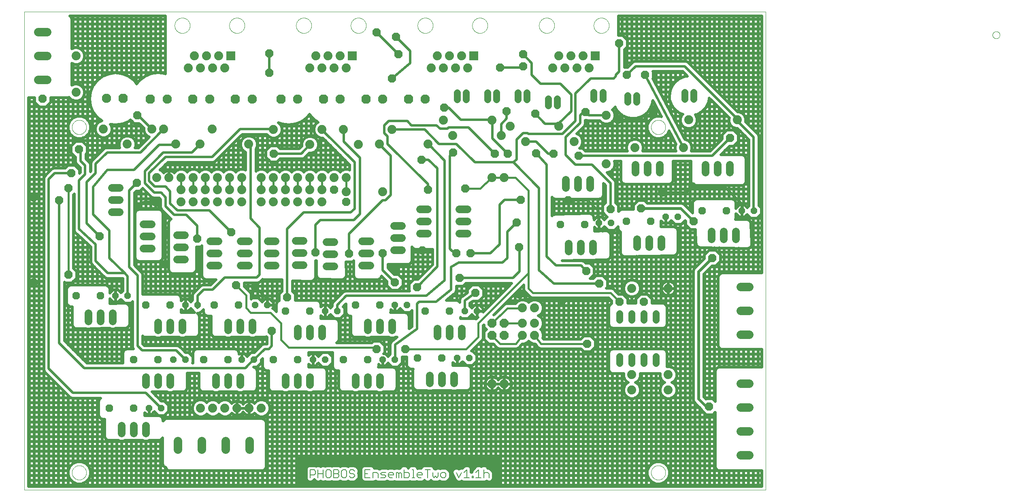
<source format=gtl>
G75*
%MOIN*%
%OFA0B0*%
%FSLAX25Y25*%
%IPPOS*%
%LPD*%
%AMOC8*
5,1,8,0,0,1.08239X$1,22.5*
%
%ADD10C,0.00000*%
%ADD11C,0.00600*%
%ADD12C,0.07400*%
%ADD13R,0.07400X0.07400*%
%ADD14OC8,0.07400*%
%ADD15C,0.07600*%
%ADD16OC8,0.07600*%
%ADD17C,0.05600*%
%ADD18OC8,0.06300*%
%ADD19OC8,0.05600*%
%ADD20C,0.06400*%
%ADD21C,0.07100*%
%ADD22C,0.01600*%
%ADD23C,0.02400*%
%ADD24OC8,0.06756*%
%ADD25C,0.02000*%
D10*
X0131965Y0111600D02*
X0131965Y0505596D01*
X0742201Y0505616D01*
X0742201Y0111600D01*
X0131965Y0111600D01*
X0171138Y0125970D02*
X0171140Y0126123D01*
X0171146Y0126277D01*
X0171156Y0126430D01*
X0171170Y0126582D01*
X0171188Y0126735D01*
X0171210Y0126886D01*
X0171235Y0127037D01*
X0171265Y0127188D01*
X0171299Y0127338D01*
X0171336Y0127486D01*
X0171377Y0127634D01*
X0171422Y0127780D01*
X0171471Y0127926D01*
X0171524Y0128070D01*
X0171580Y0128212D01*
X0171640Y0128353D01*
X0171704Y0128493D01*
X0171771Y0128631D01*
X0171842Y0128767D01*
X0171917Y0128901D01*
X0171994Y0129033D01*
X0172076Y0129163D01*
X0172160Y0129291D01*
X0172248Y0129417D01*
X0172339Y0129540D01*
X0172433Y0129661D01*
X0172531Y0129779D01*
X0172631Y0129895D01*
X0172735Y0130008D01*
X0172841Y0130119D01*
X0172950Y0130227D01*
X0173062Y0130332D01*
X0173176Y0130433D01*
X0173294Y0130532D01*
X0173413Y0130628D01*
X0173535Y0130721D01*
X0173660Y0130810D01*
X0173787Y0130897D01*
X0173916Y0130979D01*
X0174047Y0131059D01*
X0174180Y0131135D01*
X0174315Y0131208D01*
X0174452Y0131277D01*
X0174591Y0131342D01*
X0174731Y0131404D01*
X0174873Y0131462D01*
X0175016Y0131517D01*
X0175161Y0131568D01*
X0175307Y0131615D01*
X0175454Y0131658D01*
X0175602Y0131697D01*
X0175751Y0131733D01*
X0175901Y0131764D01*
X0176052Y0131792D01*
X0176203Y0131816D01*
X0176356Y0131836D01*
X0176508Y0131852D01*
X0176661Y0131864D01*
X0176814Y0131872D01*
X0176967Y0131876D01*
X0177121Y0131876D01*
X0177274Y0131872D01*
X0177427Y0131864D01*
X0177580Y0131852D01*
X0177732Y0131836D01*
X0177885Y0131816D01*
X0178036Y0131792D01*
X0178187Y0131764D01*
X0178337Y0131733D01*
X0178486Y0131697D01*
X0178634Y0131658D01*
X0178781Y0131615D01*
X0178927Y0131568D01*
X0179072Y0131517D01*
X0179215Y0131462D01*
X0179357Y0131404D01*
X0179497Y0131342D01*
X0179636Y0131277D01*
X0179773Y0131208D01*
X0179908Y0131135D01*
X0180041Y0131059D01*
X0180172Y0130979D01*
X0180301Y0130897D01*
X0180428Y0130810D01*
X0180553Y0130721D01*
X0180675Y0130628D01*
X0180794Y0130532D01*
X0180912Y0130433D01*
X0181026Y0130332D01*
X0181138Y0130227D01*
X0181247Y0130119D01*
X0181353Y0130008D01*
X0181457Y0129895D01*
X0181557Y0129779D01*
X0181655Y0129661D01*
X0181749Y0129540D01*
X0181840Y0129417D01*
X0181928Y0129291D01*
X0182012Y0129163D01*
X0182094Y0129033D01*
X0182171Y0128901D01*
X0182246Y0128767D01*
X0182317Y0128631D01*
X0182384Y0128493D01*
X0182448Y0128353D01*
X0182508Y0128212D01*
X0182564Y0128070D01*
X0182617Y0127926D01*
X0182666Y0127780D01*
X0182711Y0127634D01*
X0182752Y0127486D01*
X0182789Y0127338D01*
X0182823Y0127188D01*
X0182853Y0127037D01*
X0182878Y0126886D01*
X0182900Y0126735D01*
X0182918Y0126582D01*
X0182932Y0126430D01*
X0182942Y0126277D01*
X0182948Y0126123D01*
X0182950Y0125970D01*
X0182948Y0125817D01*
X0182942Y0125663D01*
X0182932Y0125510D01*
X0182918Y0125358D01*
X0182900Y0125205D01*
X0182878Y0125054D01*
X0182853Y0124903D01*
X0182823Y0124752D01*
X0182789Y0124602D01*
X0182752Y0124454D01*
X0182711Y0124306D01*
X0182666Y0124160D01*
X0182617Y0124014D01*
X0182564Y0123870D01*
X0182508Y0123728D01*
X0182448Y0123587D01*
X0182384Y0123447D01*
X0182317Y0123309D01*
X0182246Y0123173D01*
X0182171Y0123039D01*
X0182094Y0122907D01*
X0182012Y0122777D01*
X0181928Y0122649D01*
X0181840Y0122523D01*
X0181749Y0122400D01*
X0181655Y0122279D01*
X0181557Y0122161D01*
X0181457Y0122045D01*
X0181353Y0121932D01*
X0181247Y0121821D01*
X0181138Y0121713D01*
X0181026Y0121608D01*
X0180912Y0121507D01*
X0180794Y0121408D01*
X0180675Y0121312D01*
X0180553Y0121219D01*
X0180428Y0121130D01*
X0180301Y0121043D01*
X0180172Y0120961D01*
X0180041Y0120881D01*
X0179908Y0120805D01*
X0179773Y0120732D01*
X0179636Y0120663D01*
X0179497Y0120598D01*
X0179357Y0120536D01*
X0179215Y0120478D01*
X0179072Y0120423D01*
X0178927Y0120372D01*
X0178781Y0120325D01*
X0178634Y0120282D01*
X0178486Y0120243D01*
X0178337Y0120207D01*
X0178187Y0120176D01*
X0178036Y0120148D01*
X0177885Y0120124D01*
X0177732Y0120104D01*
X0177580Y0120088D01*
X0177427Y0120076D01*
X0177274Y0120068D01*
X0177121Y0120064D01*
X0176967Y0120064D01*
X0176814Y0120068D01*
X0176661Y0120076D01*
X0176508Y0120088D01*
X0176356Y0120104D01*
X0176203Y0120124D01*
X0176052Y0120148D01*
X0175901Y0120176D01*
X0175751Y0120207D01*
X0175602Y0120243D01*
X0175454Y0120282D01*
X0175307Y0120325D01*
X0175161Y0120372D01*
X0175016Y0120423D01*
X0174873Y0120478D01*
X0174731Y0120536D01*
X0174591Y0120598D01*
X0174452Y0120663D01*
X0174315Y0120732D01*
X0174180Y0120805D01*
X0174047Y0120881D01*
X0173916Y0120961D01*
X0173787Y0121043D01*
X0173660Y0121130D01*
X0173535Y0121219D01*
X0173413Y0121312D01*
X0173294Y0121408D01*
X0173176Y0121507D01*
X0173062Y0121608D01*
X0172950Y0121713D01*
X0172841Y0121821D01*
X0172735Y0121932D01*
X0172631Y0122045D01*
X0172531Y0122161D01*
X0172433Y0122279D01*
X0172339Y0122400D01*
X0172248Y0122523D01*
X0172160Y0122649D01*
X0172076Y0122777D01*
X0171994Y0122907D01*
X0171917Y0123039D01*
X0171842Y0123173D01*
X0171771Y0123309D01*
X0171704Y0123447D01*
X0171640Y0123587D01*
X0171580Y0123728D01*
X0171524Y0123870D01*
X0171471Y0124014D01*
X0171422Y0124160D01*
X0171377Y0124306D01*
X0171336Y0124454D01*
X0171299Y0124602D01*
X0171265Y0124752D01*
X0171235Y0124903D01*
X0171210Y0125054D01*
X0171188Y0125205D01*
X0171170Y0125358D01*
X0171156Y0125510D01*
X0171146Y0125663D01*
X0171140Y0125817D01*
X0171138Y0125970D01*
X0171138Y0410616D02*
X0171140Y0410769D01*
X0171146Y0410923D01*
X0171156Y0411076D01*
X0171170Y0411228D01*
X0171188Y0411381D01*
X0171210Y0411532D01*
X0171235Y0411683D01*
X0171265Y0411834D01*
X0171299Y0411984D01*
X0171336Y0412132D01*
X0171377Y0412280D01*
X0171422Y0412426D01*
X0171471Y0412572D01*
X0171524Y0412716D01*
X0171580Y0412858D01*
X0171640Y0412999D01*
X0171704Y0413139D01*
X0171771Y0413277D01*
X0171842Y0413413D01*
X0171917Y0413547D01*
X0171994Y0413679D01*
X0172076Y0413809D01*
X0172160Y0413937D01*
X0172248Y0414063D01*
X0172339Y0414186D01*
X0172433Y0414307D01*
X0172531Y0414425D01*
X0172631Y0414541D01*
X0172735Y0414654D01*
X0172841Y0414765D01*
X0172950Y0414873D01*
X0173062Y0414978D01*
X0173176Y0415079D01*
X0173294Y0415178D01*
X0173413Y0415274D01*
X0173535Y0415367D01*
X0173660Y0415456D01*
X0173787Y0415543D01*
X0173916Y0415625D01*
X0174047Y0415705D01*
X0174180Y0415781D01*
X0174315Y0415854D01*
X0174452Y0415923D01*
X0174591Y0415988D01*
X0174731Y0416050D01*
X0174873Y0416108D01*
X0175016Y0416163D01*
X0175161Y0416214D01*
X0175307Y0416261D01*
X0175454Y0416304D01*
X0175602Y0416343D01*
X0175751Y0416379D01*
X0175901Y0416410D01*
X0176052Y0416438D01*
X0176203Y0416462D01*
X0176356Y0416482D01*
X0176508Y0416498D01*
X0176661Y0416510D01*
X0176814Y0416518D01*
X0176967Y0416522D01*
X0177121Y0416522D01*
X0177274Y0416518D01*
X0177427Y0416510D01*
X0177580Y0416498D01*
X0177732Y0416482D01*
X0177885Y0416462D01*
X0178036Y0416438D01*
X0178187Y0416410D01*
X0178337Y0416379D01*
X0178486Y0416343D01*
X0178634Y0416304D01*
X0178781Y0416261D01*
X0178927Y0416214D01*
X0179072Y0416163D01*
X0179215Y0416108D01*
X0179357Y0416050D01*
X0179497Y0415988D01*
X0179636Y0415923D01*
X0179773Y0415854D01*
X0179908Y0415781D01*
X0180041Y0415705D01*
X0180172Y0415625D01*
X0180301Y0415543D01*
X0180428Y0415456D01*
X0180553Y0415367D01*
X0180675Y0415274D01*
X0180794Y0415178D01*
X0180912Y0415079D01*
X0181026Y0414978D01*
X0181138Y0414873D01*
X0181247Y0414765D01*
X0181353Y0414654D01*
X0181457Y0414541D01*
X0181557Y0414425D01*
X0181655Y0414307D01*
X0181749Y0414186D01*
X0181840Y0414063D01*
X0181928Y0413937D01*
X0182012Y0413809D01*
X0182094Y0413679D01*
X0182171Y0413547D01*
X0182246Y0413413D01*
X0182317Y0413277D01*
X0182384Y0413139D01*
X0182448Y0412999D01*
X0182508Y0412858D01*
X0182564Y0412716D01*
X0182617Y0412572D01*
X0182666Y0412426D01*
X0182711Y0412280D01*
X0182752Y0412132D01*
X0182789Y0411984D01*
X0182823Y0411834D01*
X0182853Y0411683D01*
X0182878Y0411532D01*
X0182900Y0411381D01*
X0182918Y0411228D01*
X0182932Y0411076D01*
X0182942Y0410923D01*
X0182948Y0410769D01*
X0182950Y0410616D01*
X0182948Y0410463D01*
X0182942Y0410309D01*
X0182932Y0410156D01*
X0182918Y0410004D01*
X0182900Y0409851D01*
X0182878Y0409700D01*
X0182853Y0409549D01*
X0182823Y0409398D01*
X0182789Y0409248D01*
X0182752Y0409100D01*
X0182711Y0408952D01*
X0182666Y0408806D01*
X0182617Y0408660D01*
X0182564Y0408516D01*
X0182508Y0408374D01*
X0182448Y0408233D01*
X0182384Y0408093D01*
X0182317Y0407955D01*
X0182246Y0407819D01*
X0182171Y0407685D01*
X0182094Y0407553D01*
X0182012Y0407423D01*
X0181928Y0407295D01*
X0181840Y0407169D01*
X0181749Y0407046D01*
X0181655Y0406925D01*
X0181557Y0406807D01*
X0181457Y0406691D01*
X0181353Y0406578D01*
X0181247Y0406467D01*
X0181138Y0406359D01*
X0181026Y0406254D01*
X0180912Y0406153D01*
X0180794Y0406054D01*
X0180675Y0405958D01*
X0180553Y0405865D01*
X0180428Y0405776D01*
X0180301Y0405689D01*
X0180172Y0405607D01*
X0180041Y0405527D01*
X0179908Y0405451D01*
X0179773Y0405378D01*
X0179636Y0405309D01*
X0179497Y0405244D01*
X0179357Y0405182D01*
X0179215Y0405124D01*
X0179072Y0405069D01*
X0178927Y0405018D01*
X0178781Y0404971D01*
X0178634Y0404928D01*
X0178486Y0404889D01*
X0178337Y0404853D01*
X0178187Y0404822D01*
X0178036Y0404794D01*
X0177885Y0404770D01*
X0177732Y0404750D01*
X0177580Y0404734D01*
X0177427Y0404722D01*
X0177274Y0404714D01*
X0177121Y0404710D01*
X0176967Y0404710D01*
X0176814Y0404714D01*
X0176661Y0404722D01*
X0176508Y0404734D01*
X0176356Y0404750D01*
X0176203Y0404770D01*
X0176052Y0404794D01*
X0175901Y0404822D01*
X0175751Y0404853D01*
X0175602Y0404889D01*
X0175454Y0404928D01*
X0175307Y0404971D01*
X0175161Y0405018D01*
X0175016Y0405069D01*
X0174873Y0405124D01*
X0174731Y0405182D01*
X0174591Y0405244D01*
X0174452Y0405309D01*
X0174315Y0405378D01*
X0174180Y0405451D01*
X0174047Y0405527D01*
X0173916Y0405607D01*
X0173787Y0405689D01*
X0173660Y0405776D01*
X0173535Y0405865D01*
X0173413Y0405958D01*
X0173294Y0406054D01*
X0173176Y0406153D01*
X0173062Y0406254D01*
X0172950Y0406359D01*
X0172841Y0406467D01*
X0172735Y0406578D01*
X0172631Y0406691D01*
X0172531Y0406807D01*
X0172433Y0406925D01*
X0172339Y0407046D01*
X0172248Y0407169D01*
X0172160Y0407295D01*
X0172076Y0407423D01*
X0171994Y0407553D01*
X0171917Y0407685D01*
X0171842Y0407819D01*
X0171771Y0407955D01*
X0171704Y0408093D01*
X0171640Y0408233D01*
X0171580Y0408374D01*
X0171524Y0408516D01*
X0171471Y0408660D01*
X0171422Y0408806D01*
X0171377Y0408952D01*
X0171336Y0409100D01*
X0171299Y0409248D01*
X0171265Y0409398D01*
X0171235Y0409549D01*
X0171210Y0409700D01*
X0171188Y0409851D01*
X0171170Y0410004D01*
X0171156Y0410156D01*
X0171146Y0410309D01*
X0171140Y0410463D01*
X0171138Y0410616D01*
X0255666Y0494395D02*
X0255668Y0494553D01*
X0255674Y0494711D01*
X0255684Y0494869D01*
X0255698Y0495027D01*
X0255716Y0495184D01*
X0255737Y0495341D01*
X0255763Y0495497D01*
X0255793Y0495653D01*
X0255826Y0495808D01*
X0255864Y0495961D01*
X0255905Y0496114D01*
X0255950Y0496266D01*
X0255999Y0496417D01*
X0256052Y0496566D01*
X0256108Y0496714D01*
X0256168Y0496860D01*
X0256232Y0497005D01*
X0256300Y0497148D01*
X0256371Y0497290D01*
X0256445Y0497430D01*
X0256523Y0497567D01*
X0256605Y0497703D01*
X0256689Y0497837D01*
X0256778Y0497968D01*
X0256869Y0498097D01*
X0256964Y0498224D01*
X0257061Y0498349D01*
X0257162Y0498471D01*
X0257266Y0498590D01*
X0257373Y0498707D01*
X0257483Y0498821D01*
X0257596Y0498932D01*
X0257711Y0499041D01*
X0257829Y0499146D01*
X0257950Y0499248D01*
X0258073Y0499348D01*
X0258199Y0499444D01*
X0258327Y0499537D01*
X0258457Y0499627D01*
X0258590Y0499713D01*
X0258725Y0499797D01*
X0258861Y0499876D01*
X0259000Y0499953D01*
X0259141Y0500025D01*
X0259283Y0500095D01*
X0259427Y0500160D01*
X0259573Y0500222D01*
X0259720Y0500280D01*
X0259869Y0500335D01*
X0260019Y0500386D01*
X0260170Y0500433D01*
X0260322Y0500476D01*
X0260475Y0500515D01*
X0260630Y0500551D01*
X0260785Y0500582D01*
X0260941Y0500610D01*
X0261097Y0500634D01*
X0261254Y0500654D01*
X0261412Y0500670D01*
X0261569Y0500682D01*
X0261728Y0500690D01*
X0261886Y0500694D01*
X0262044Y0500694D01*
X0262202Y0500690D01*
X0262361Y0500682D01*
X0262518Y0500670D01*
X0262676Y0500654D01*
X0262833Y0500634D01*
X0262989Y0500610D01*
X0263145Y0500582D01*
X0263300Y0500551D01*
X0263455Y0500515D01*
X0263608Y0500476D01*
X0263760Y0500433D01*
X0263911Y0500386D01*
X0264061Y0500335D01*
X0264210Y0500280D01*
X0264357Y0500222D01*
X0264503Y0500160D01*
X0264647Y0500095D01*
X0264789Y0500025D01*
X0264930Y0499953D01*
X0265069Y0499876D01*
X0265205Y0499797D01*
X0265340Y0499713D01*
X0265473Y0499627D01*
X0265603Y0499537D01*
X0265731Y0499444D01*
X0265857Y0499348D01*
X0265980Y0499248D01*
X0266101Y0499146D01*
X0266219Y0499041D01*
X0266334Y0498932D01*
X0266447Y0498821D01*
X0266557Y0498707D01*
X0266664Y0498590D01*
X0266768Y0498471D01*
X0266869Y0498349D01*
X0266966Y0498224D01*
X0267061Y0498097D01*
X0267152Y0497968D01*
X0267241Y0497837D01*
X0267325Y0497703D01*
X0267407Y0497567D01*
X0267485Y0497430D01*
X0267559Y0497290D01*
X0267630Y0497148D01*
X0267698Y0497005D01*
X0267762Y0496860D01*
X0267822Y0496714D01*
X0267878Y0496566D01*
X0267931Y0496417D01*
X0267980Y0496266D01*
X0268025Y0496114D01*
X0268066Y0495961D01*
X0268104Y0495808D01*
X0268137Y0495653D01*
X0268167Y0495497D01*
X0268193Y0495341D01*
X0268214Y0495184D01*
X0268232Y0495027D01*
X0268246Y0494869D01*
X0268256Y0494711D01*
X0268262Y0494553D01*
X0268264Y0494395D01*
X0268262Y0494237D01*
X0268256Y0494079D01*
X0268246Y0493921D01*
X0268232Y0493763D01*
X0268214Y0493606D01*
X0268193Y0493449D01*
X0268167Y0493293D01*
X0268137Y0493137D01*
X0268104Y0492982D01*
X0268066Y0492829D01*
X0268025Y0492676D01*
X0267980Y0492524D01*
X0267931Y0492373D01*
X0267878Y0492224D01*
X0267822Y0492076D01*
X0267762Y0491930D01*
X0267698Y0491785D01*
X0267630Y0491642D01*
X0267559Y0491500D01*
X0267485Y0491360D01*
X0267407Y0491223D01*
X0267325Y0491087D01*
X0267241Y0490953D01*
X0267152Y0490822D01*
X0267061Y0490693D01*
X0266966Y0490566D01*
X0266869Y0490441D01*
X0266768Y0490319D01*
X0266664Y0490200D01*
X0266557Y0490083D01*
X0266447Y0489969D01*
X0266334Y0489858D01*
X0266219Y0489749D01*
X0266101Y0489644D01*
X0265980Y0489542D01*
X0265857Y0489442D01*
X0265731Y0489346D01*
X0265603Y0489253D01*
X0265473Y0489163D01*
X0265340Y0489077D01*
X0265205Y0488993D01*
X0265069Y0488914D01*
X0264930Y0488837D01*
X0264789Y0488765D01*
X0264647Y0488695D01*
X0264503Y0488630D01*
X0264357Y0488568D01*
X0264210Y0488510D01*
X0264061Y0488455D01*
X0263911Y0488404D01*
X0263760Y0488357D01*
X0263608Y0488314D01*
X0263455Y0488275D01*
X0263300Y0488239D01*
X0263145Y0488208D01*
X0262989Y0488180D01*
X0262833Y0488156D01*
X0262676Y0488136D01*
X0262518Y0488120D01*
X0262361Y0488108D01*
X0262202Y0488100D01*
X0262044Y0488096D01*
X0261886Y0488096D01*
X0261728Y0488100D01*
X0261569Y0488108D01*
X0261412Y0488120D01*
X0261254Y0488136D01*
X0261097Y0488156D01*
X0260941Y0488180D01*
X0260785Y0488208D01*
X0260630Y0488239D01*
X0260475Y0488275D01*
X0260322Y0488314D01*
X0260170Y0488357D01*
X0260019Y0488404D01*
X0259869Y0488455D01*
X0259720Y0488510D01*
X0259573Y0488568D01*
X0259427Y0488630D01*
X0259283Y0488695D01*
X0259141Y0488765D01*
X0259000Y0488837D01*
X0258861Y0488914D01*
X0258725Y0488993D01*
X0258590Y0489077D01*
X0258457Y0489163D01*
X0258327Y0489253D01*
X0258199Y0489346D01*
X0258073Y0489442D01*
X0257950Y0489542D01*
X0257829Y0489644D01*
X0257711Y0489749D01*
X0257596Y0489858D01*
X0257483Y0489969D01*
X0257373Y0490083D01*
X0257266Y0490200D01*
X0257162Y0490319D01*
X0257061Y0490441D01*
X0256964Y0490566D01*
X0256869Y0490693D01*
X0256778Y0490822D01*
X0256689Y0490953D01*
X0256605Y0491087D01*
X0256523Y0491223D01*
X0256445Y0491360D01*
X0256371Y0491500D01*
X0256300Y0491642D01*
X0256232Y0491785D01*
X0256168Y0491930D01*
X0256108Y0492076D01*
X0256052Y0492224D01*
X0255999Y0492373D01*
X0255950Y0492524D01*
X0255905Y0492676D01*
X0255864Y0492829D01*
X0255826Y0492982D01*
X0255793Y0493137D01*
X0255763Y0493293D01*
X0255737Y0493449D01*
X0255716Y0493606D01*
X0255698Y0493763D01*
X0255684Y0493921D01*
X0255674Y0494079D01*
X0255668Y0494237D01*
X0255666Y0494395D01*
X0300666Y0494395D02*
X0300668Y0494553D01*
X0300674Y0494711D01*
X0300684Y0494869D01*
X0300698Y0495027D01*
X0300716Y0495184D01*
X0300737Y0495341D01*
X0300763Y0495497D01*
X0300793Y0495653D01*
X0300826Y0495808D01*
X0300864Y0495961D01*
X0300905Y0496114D01*
X0300950Y0496266D01*
X0300999Y0496417D01*
X0301052Y0496566D01*
X0301108Y0496714D01*
X0301168Y0496860D01*
X0301232Y0497005D01*
X0301300Y0497148D01*
X0301371Y0497290D01*
X0301445Y0497430D01*
X0301523Y0497567D01*
X0301605Y0497703D01*
X0301689Y0497837D01*
X0301778Y0497968D01*
X0301869Y0498097D01*
X0301964Y0498224D01*
X0302061Y0498349D01*
X0302162Y0498471D01*
X0302266Y0498590D01*
X0302373Y0498707D01*
X0302483Y0498821D01*
X0302596Y0498932D01*
X0302711Y0499041D01*
X0302829Y0499146D01*
X0302950Y0499248D01*
X0303073Y0499348D01*
X0303199Y0499444D01*
X0303327Y0499537D01*
X0303457Y0499627D01*
X0303590Y0499713D01*
X0303725Y0499797D01*
X0303861Y0499876D01*
X0304000Y0499953D01*
X0304141Y0500025D01*
X0304283Y0500095D01*
X0304427Y0500160D01*
X0304573Y0500222D01*
X0304720Y0500280D01*
X0304869Y0500335D01*
X0305019Y0500386D01*
X0305170Y0500433D01*
X0305322Y0500476D01*
X0305475Y0500515D01*
X0305630Y0500551D01*
X0305785Y0500582D01*
X0305941Y0500610D01*
X0306097Y0500634D01*
X0306254Y0500654D01*
X0306412Y0500670D01*
X0306569Y0500682D01*
X0306728Y0500690D01*
X0306886Y0500694D01*
X0307044Y0500694D01*
X0307202Y0500690D01*
X0307361Y0500682D01*
X0307518Y0500670D01*
X0307676Y0500654D01*
X0307833Y0500634D01*
X0307989Y0500610D01*
X0308145Y0500582D01*
X0308300Y0500551D01*
X0308455Y0500515D01*
X0308608Y0500476D01*
X0308760Y0500433D01*
X0308911Y0500386D01*
X0309061Y0500335D01*
X0309210Y0500280D01*
X0309357Y0500222D01*
X0309503Y0500160D01*
X0309647Y0500095D01*
X0309789Y0500025D01*
X0309930Y0499953D01*
X0310069Y0499876D01*
X0310205Y0499797D01*
X0310340Y0499713D01*
X0310473Y0499627D01*
X0310603Y0499537D01*
X0310731Y0499444D01*
X0310857Y0499348D01*
X0310980Y0499248D01*
X0311101Y0499146D01*
X0311219Y0499041D01*
X0311334Y0498932D01*
X0311447Y0498821D01*
X0311557Y0498707D01*
X0311664Y0498590D01*
X0311768Y0498471D01*
X0311869Y0498349D01*
X0311966Y0498224D01*
X0312061Y0498097D01*
X0312152Y0497968D01*
X0312241Y0497837D01*
X0312325Y0497703D01*
X0312407Y0497567D01*
X0312485Y0497430D01*
X0312559Y0497290D01*
X0312630Y0497148D01*
X0312698Y0497005D01*
X0312762Y0496860D01*
X0312822Y0496714D01*
X0312878Y0496566D01*
X0312931Y0496417D01*
X0312980Y0496266D01*
X0313025Y0496114D01*
X0313066Y0495961D01*
X0313104Y0495808D01*
X0313137Y0495653D01*
X0313167Y0495497D01*
X0313193Y0495341D01*
X0313214Y0495184D01*
X0313232Y0495027D01*
X0313246Y0494869D01*
X0313256Y0494711D01*
X0313262Y0494553D01*
X0313264Y0494395D01*
X0313262Y0494237D01*
X0313256Y0494079D01*
X0313246Y0493921D01*
X0313232Y0493763D01*
X0313214Y0493606D01*
X0313193Y0493449D01*
X0313167Y0493293D01*
X0313137Y0493137D01*
X0313104Y0492982D01*
X0313066Y0492829D01*
X0313025Y0492676D01*
X0312980Y0492524D01*
X0312931Y0492373D01*
X0312878Y0492224D01*
X0312822Y0492076D01*
X0312762Y0491930D01*
X0312698Y0491785D01*
X0312630Y0491642D01*
X0312559Y0491500D01*
X0312485Y0491360D01*
X0312407Y0491223D01*
X0312325Y0491087D01*
X0312241Y0490953D01*
X0312152Y0490822D01*
X0312061Y0490693D01*
X0311966Y0490566D01*
X0311869Y0490441D01*
X0311768Y0490319D01*
X0311664Y0490200D01*
X0311557Y0490083D01*
X0311447Y0489969D01*
X0311334Y0489858D01*
X0311219Y0489749D01*
X0311101Y0489644D01*
X0310980Y0489542D01*
X0310857Y0489442D01*
X0310731Y0489346D01*
X0310603Y0489253D01*
X0310473Y0489163D01*
X0310340Y0489077D01*
X0310205Y0488993D01*
X0310069Y0488914D01*
X0309930Y0488837D01*
X0309789Y0488765D01*
X0309647Y0488695D01*
X0309503Y0488630D01*
X0309357Y0488568D01*
X0309210Y0488510D01*
X0309061Y0488455D01*
X0308911Y0488404D01*
X0308760Y0488357D01*
X0308608Y0488314D01*
X0308455Y0488275D01*
X0308300Y0488239D01*
X0308145Y0488208D01*
X0307989Y0488180D01*
X0307833Y0488156D01*
X0307676Y0488136D01*
X0307518Y0488120D01*
X0307361Y0488108D01*
X0307202Y0488100D01*
X0307044Y0488096D01*
X0306886Y0488096D01*
X0306728Y0488100D01*
X0306569Y0488108D01*
X0306412Y0488120D01*
X0306254Y0488136D01*
X0306097Y0488156D01*
X0305941Y0488180D01*
X0305785Y0488208D01*
X0305630Y0488239D01*
X0305475Y0488275D01*
X0305322Y0488314D01*
X0305170Y0488357D01*
X0305019Y0488404D01*
X0304869Y0488455D01*
X0304720Y0488510D01*
X0304573Y0488568D01*
X0304427Y0488630D01*
X0304283Y0488695D01*
X0304141Y0488765D01*
X0304000Y0488837D01*
X0303861Y0488914D01*
X0303725Y0488993D01*
X0303590Y0489077D01*
X0303457Y0489163D01*
X0303327Y0489253D01*
X0303199Y0489346D01*
X0303073Y0489442D01*
X0302950Y0489542D01*
X0302829Y0489644D01*
X0302711Y0489749D01*
X0302596Y0489858D01*
X0302483Y0489969D01*
X0302373Y0490083D01*
X0302266Y0490200D01*
X0302162Y0490319D01*
X0302061Y0490441D01*
X0301964Y0490566D01*
X0301869Y0490693D01*
X0301778Y0490822D01*
X0301689Y0490953D01*
X0301605Y0491087D01*
X0301523Y0491223D01*
X0301445Y0491360D01*
X0301371Y0491500D01*
X0301300Y0491642D01*
X0301232Y0491785D01*
X0301168Y0491930D01*
X0301108Y0492076D01*
X0301052Y0492224D01*
X0300999Y0492373D01*
X0300950Y0492524D01*
X0300905Y0492676D01*
X0300864Y0492829D01*
X0300826Y0492982D01*
X0300793Y0493137D01*
X0300763Y0493293D01*
X0300737Y0493449D01*
X0300716Y0493606D01*
X0300698Y0493763D01*
X0300684Y0493921D01*
X0300674Y0494079D01*
X0300668Y0494237D01*
X0300666Y0494395D01*
X0355666Y0494395D02*
X0355668Y0494553D01*
X0355674Y0494711D01*
X0355684Y0494869D01*
X0355698Y0495027D01*
X0355716Y0495184D01*
X0355737Y0495341D01*
X0355763Y0495497D01*
X0355793Y0495653D01*
X0355826Y0495808D01*
X0355864Y0495961D01*
X0355905Y0496114D01*
X0355950Y0496266D01*
X0355999Y0496417D01*
X0356052Y0496566D01*
X0356108Y0496714D01*
X0356168Y0496860D01*
X0356232Y0497005D01*
X0356300Y0497148D01*
X0356371Y0497290D01*
X0356445Y0497430D01*
X0356523Y0497567D01*
X0356605Y0497703D01*
X0356689Y0497837D01*
X0356778Y0497968D01*
X0356869Y0498097D01*
X0356964Y0498224D01*
X0357061Y0498349D01*
X0357162Y0498471D01*
X0357266Y0498590D01*
X0357373Y0498707D01*
X0357483Y0498821D01*
X0357596Y0498932D01*
X0357711Y0499041D01*
X0357829Y0499146D01*
X0357950Y0499248D01*
X0358073Y0499348D01*
X0358199Y0499444D01*
X0358327Y0499537D01*
X0358457Y0499627D01*
X0358590Y0499713D01*
X0358725Y0499797D01*
X0358861Y0499876D01*
X0359000Y0499953D01*
X0359141Y0500025D01*
X0359283Y0500095D01*
X0359427Y0500160D01*
X0359573Y0500222D01*
X0359720Y0500280D01*
X0359869Y0500335D01*
X0360019Y0500386D01*
X0360170Y0500433D01*
X0360322Y0500476D01*
X0360475Y0500515D01*
X0360630Y0500551D01*
X0360785Y0500582D01*
X0360941Y0500610D01*
X0361097Y0500634D01*
X0361254Y0500654D01*
X0361412Y0500670D01*
X0361569Y0500682D01*
X0361728Y0500690D01*
X0361886Y0500694D01*
X0362044Y0500694D01*
X0362202Y0500690D01*
X0362361Y0500682D01*
X0362518Y0500670D01*
X0362676Y0500654D01*
X0362833Y0500634D01*
X0362989Y0500610D01*
X0363145Y0500582D01*
X0363300Y0500551D01*
X0363455Y0500515D01*
X0363608Y0500476D01*
X0363760Y0500433D01*
X0363911Y0500386D01*
X0364061Y0500335D01*
X0364210Y0500280D01*
X0364357Y0500222D01*
X0364503Y0500160D01*
X0364647Y0500095D01*
X0364789Y0500025D01*
X0364930Y0499953D01*
X0365069Y0499876D01*
X0365205Y0499797D01*
X0365340Y0499713D01*
X0365473Y0499627D01*
X0365603Y0499537D01*
X0365731Y0499444D01*
X0365857Y0499348D01*
X0365980Y0499248D01*
X0366101Y0499146D01*
X0366219Y0499041D01*
X0366334Y0498932D01*
X0366447Y0498821D01*
X0366557Y0498707D01*
X0366664Y0498590D01*
X0366768Y0498471D01*
X0366869Y0498349D01*
X0366966Y0498224D01*
X0367061Y0498097D01*
X0367152Y0497968D01*
X0367241Y0497837D01*
X0367325Y0497703D01*
X0367407Y0497567D01*
X0367485Y0497430D01*
X0367559Y0497290D01*
X0367630Y0497148D01*
X0367698Y0497005D01*
X0367762Y0496860D01*
X0367822Y0496714D01*
X0367878Y0496566D01*
X0367931Y0496417D01*
X0367980Y0496266D01*
X0368025Y0496114D01*
X0368066Y0495961D01*
X0368104Y0495808D01*
X0368137Y0495653D01*
X0368167Y0495497D01*
X0368193Y0495341D01*
X0368214Y0495184D01*
X0368232Y0495027D01*
X0368246Y0494869D01*
X0368256Y0494711D01*
X0368262Y0494553D01*
X0368264Y0494395D01*
X0368262Y0494237D01*
X0368256Y0494079D01*
X0368246Y0493921D01*
X0368232Y0493763D01*
X0368214Y0493606D01*
X0368193Y0493449D01*
X0368167Y0493293D01*
X0368137Y0493137D01*
X0368104Y0492982D01*
X0368066Y0492829D01*
X0368025Y0492676D01*
X0367980Y0492524D01*
X0367931Y0492373D01*
X0367878Y0492224D01*
X0367822Y0492076D01*
X0367762Y0491930D01*
X0367698Y0491785D01*
X0367630Y0491642D01*
X0367559Y0491500D01*
X0367485Y0491360D01*
X0367407Y0491223D01*
X0367325Y0491087D01*
X0367241Y0490953D01*
X0367152Y0490822D01*
X0367061Y0490693D01*
X0366966Y0490566D01*
X0366869Y0490441D01*
X0366768Y0490319D01*
X0366664Y0490200D01*
X0366557Y0490083D01*
X0366447Y0489969D01*
X0366334Y0489858D01*
X0366219Y0489749D01*
X0366101Y0489644D01*
X0365980Y0489542D01*
X0365857Y0489442D01*
X0365731Y0489346D01*
X0365603Y0489253D01*
X0365473Y0489163D01*
X0365340Y0489077D01*
X0365205Y0488993D01*
X0365069Y0488914D01*
X0364930Y0488837D01*
X0364789Y0488765D01*
X0364647Y0488695D01*
X0364503Y0488630D01*
X0364357Y0488568D01*
X0364210Y0488510D01*
X0364061Y0488455D01*
X0363911Y0488404D01*
X0363760Y0488357D01*
X0363608Y0488314D01*
X0363455Y0488275D01*
X0363300Y0488239D01*
X0363145Y0488208D01*
X0362989Y0488180D01*
X0362833Y0488156D01*
X0362676Y0488136D01*
X0362518Y0488120D01*
X0362361Y0488108D01*
X0362202Y0488100D01*
X0362044Y0488096D01*
X0361886Y0488096D01*
X0361728Y0488100D01*
X0361569Y0488108D01*
X0361412Y0488120D01*
X0361254Y0488136D01*
X0361097Y0488156D01*
X0360941Y0488180D01*
X0360785Y0488208D01*
X0360630Y0488239D01*
X0360475Y0488275D01*
X0360322Y0488314D01*
X0360170Y0488357D01*
X0360019Y0488404D01*
X0359869Y0488455D01*
X0359720Y0488510D01*
X0359573Y0488568D01*
X0359427Y0488630D01*
X0359283Y0488695D01*
X0359141Y0488765D01*
X0359000Y0488837D01*
X0358861Y0488914D01*
X0358725Y0488993D01*
X0358590Y0489077D01*
X0358457Y0489163D01*
X0358327Y0489253D01*
X0358199Y0489346D01*
X0358073Y0489442D01*
X0357950Y0489542D01*
X0357829Y0489644D01*
X0357711Y0489749D01*
X0357596Y0489858D01*
X0357483Y0489969D01*
X0357373Y0490083D01*
X0357266Y0490200D01*
X0357162Y0490319D01*
X0357061Y0490441D01*
X0356964Y0490566D01*
X0356869Y0490693D01*
X0356778Y0490822D01*
X0356689Y0490953D01*
X0356605Y0491087D01*
X0356523Y0491223D01*
X0356445Y0491360D01*
X0356371Y0491500D01*
X0356300Y0491642D01*
X0356232Y0491785D01*
X0356168Y0491930D01*
X0356108Y0492076D01*
X0356052Y0492224D01*
X0355999Y0492373D01*
X0355950Y0492524D01*
X0355905Y0492676D01*
X0355864Y0492829D01*
X0355826Y0492982D01*
X0355793Y0493137D01*
X0355763Y0493293D01*
X0355737Y0493449D01*
X0355716Y0493606D01*
X0355698Y0493763D01*
X0355684Y0493921D01*
X0355674Y0494079D01*
X0355668Y0494237D01*
X0355666Y0494395D01*
X0400666Y0494395D02*
X0400668Y0494553D01*
X0400674Y0494711D01*
X0400684Y0494869D01*
X0400698Y0495027D01*
X0400716Y0495184D01*
X0400737Y0495341D01*
X0400763Y0495497D01*
X0400793Y0495653D01*
X0400826Y0495808D01*
X0400864Y0495961D01*
X0400905Y0496114D01*
X0400950Y0496266D01*
X0400999Y0496417D01*
X0401052Y0496566D01*
X0401108Y0496714D01*
X0401168Y0496860D01*
X0401232Y0497005D01*
X0401300Y0497148D01*
X0401371Y0497290D01*
X0401445Y0497430D01*
X0401523Y0497567D01*
X0401605Y0497703D01*
X0401689Y0497837D01*
X0401778Y0497968D01*
X0401869Y0498097D01*
X0401964Y0498224D01*
X0402061Y0498349D01*
X0402162Y0498471D01*
X0402266Y0498590D01*
X0402373Y0498707D01*
X0402483Y0498821D01*
X0402596Y0498932D01*
X0402711Y0499041D01*
X0402829Y0499146D01*
X0402950Y0499248D01*
X0403073Y0499348D01*
X0403199Y0499444D01*
X0403327Y0499537D01*
X0403457Y0499627D01*
X0403590Y0499713D01*
X0403725Y0499797D01*
X0403861Y0499876D01*
X0404000Y0499953D01*
X0404141Y0500025D01*
X0404283Y0500095D01*
X0404427Y0500160D01*
X0404573Y0500222D01*
X0404720Y0500280D01*
X0404869Y0500335D01*
X0405019Y0500386D01*
X0405170Y0500433D01*
X0405322Y0500476D01*
X0405475Y0500515D01*
X0405630Y0500551D01*
X0405785Y0500582D01*
X0405941Y0500610D01*
X0406097Y0500634D01*
X0406254Y0500654D01*
X0406412Y0500670D01*
X0406569Y0500682D01*
X0406728Y0500690D01*
X0406886Y0500694D01*
X0407044Y0500694D01*
X0407202Y0500690D01*
X0407361Y0500682D01*
X0407518Y0500670D01*
X0407676Y0500654D01*
X0407833Y0500634D01*
X0407989Y0500610D01*
X0408145Y0500582D01*
X0408300Y0500551D01*
X0408455Y0500515D01*
X0408608Y0500476D01*
X0408760Y0500433D01*
X0408911Y0500386D01*
X0409061Y0500335D01*
X0409210Y0500280D01*
X0409357Y0500222D01*
X0409503Y0500160D01*
X0409647Y0500095D01*
X0409789Y0500025D01*
X0409930Y0499953D01*
X0410069Y0499876D01*
X0410205Y0499797D01*
X0410340Y0499713D01*
X0410473Y0499627D01*
X0410603Y0499537D01*
X0410731Y0499444D01*
X0410857Y0499348D01*
X0410980Y0499248D01*
X0411101Y0499146D01*
X0411219Y0499041D01*
X0411334Y0498932D01*
X0411447Y0498821D01*
X0411557Y0498707D01*
X0411664Y0498590D01*
X0411768Y0498471D01*
X0411869Y0498349D01*
X0411966Y0498224D01*
X0412061Y0498097D01*
X0412152Y0497968D01*
X0412241Y0497837D01*
X0412325Y0497703D01*
X0412407Y0497567D01*
X0412485Y0497430D01*
X0412559Y0497290D01*
X0412630Y0497148D01*
X0412698Y0497005D01*
X0412762Y0496860D01*
X0412822Y0496714D01*
X0412878Y0496566D01*
X0412931Y0496417D01*
X0412980Y0496266D01*
X0413025Y0496114D01*
X0413066Y0495961D01*
X0413104Y0495808D01*
X0413137Y0495653D01*
X0413167Y0495497D01*
X0413193Y0495341D01*
X0413214Y0495184D01*
X0413232Y0495027D01*
X0413246Y0494869D01*
X0413256Y0494711D01*
X0413262Y0494553D01*
X0413264Y0494395D01*
X0413262Y0494237D01*
X0413256Y0494079D01*
X0413246Y0493921D01*
X0413232Y0493763D01*
X0413214Y0493606D01*
X0413193Y0493449D01*
X0413167Y0493293D01*
X0413137Y0493137D01*
X0413104Y0492982D01*
X0413066Y0492829D01*
X0413025Y0492676D01*
X0412980Y0492524D01*
X0412931Y0492373D01*
X0412878Y0492224D01*
X0412822Y0492076D01*
X0412762Y0491930D01*
X0412698Y0491785D01*
X0412630Y0491642D01*
X0412559Y0491500D01*
X0412485Y0491360D01*
X0412407Y0491223D01*
X0412325Y0491087D01*
X0412241Y0490953D01*
X0412152Y0490822D01*
X0412061Y0490693D01*
X0411966Y0490566D01*
X0411869Y0490441D01*
X0411768Y0490319D01*
X0411664Y0490200D01*
X0411557Y0490083D01*
X0411447Y0489969D01*
X0411334Y0489858D01*
X0411219Y0489749D01*
X0411101Y0489644D01*
X0410980Y0489542D01*
X0410857Y0489442D01*
X0410731Y0489346D01*
X0410603Y0489253D01*
X0410473Y0489163D01*
X0410340Y0489077D01*
X0410205Y0488993D01*
X0410069Y0488914D01*
X0409930Y0488837D01*
X0409789Y0488765D01*
X0409647Y0488695D01*
X0409503Y0488630D01*
X0409357Y0488568D01*
X0409210Y0488510D01*
X0409061Y0488455D01*
X0408911Y0488404D01*
X0408760Y0488357D01*
X0408608Y0488314D01*
X0408455Y0488275D01*
X0408300Y0488239D01*
X0408145Y0488208D01*
X0407989Y0488180D01*
X0407833Y0488156D01*
X0407676Y0488136D01*
X0407518Y0488120D01*
X0407361Y0488108D01*
X0407202Y0488100D01*
X0407044Y0488096D01*
X0406886Y0488096D01*
X0406728Y0488100D01*
X0406569Y0488108D01*
X0406412Y0488120D01*
X0406254Y0488136D01*
X0406097Y0488156D01*
X0405941Y0488180D01*
X0405785Y0488208D01*
X0405630Y0488239D01*
X0405475Y0488275D01*
X0405322Y0488314D01*
X0405170Y0488357D01*
X0405019Y0488404D01*
X0404869Y0488455D01*
X0404720Y0488510D01*
X0404573Y0488568D01*
X0404427Y0488630D01*
X0404283Y0488695D01*
X0404141Y0488765D01*
X0404000Y0488837D01*
X0403861Y0488914D01*
X0403725Y0488993D01*
X0403590Y0489077D01*
X0403457Y0489163D01*
X0403327Y0489253D01*
X0403199Y0489346D01*
X0403073Y0489442D01*
X0402950Y0489542D01*
X0402829Y0489644D01*
X0402711Y0489749D01*
X0402596Y0489858D01*
X0402483Y0489969D01*
X0402373Y0490083D01*
X0402266Y0490200D01*
X0402162Y0490319D01*
X0402061Y0490441D01*
X0401964Y0490566D01*
X0401869Y0490693D01*
X0401778Y0490822D01*
X0401689Y0490953D01*
X0401605Y0491087D01*
X0401523Y0491223D01*
X0401445Y0491360D01*
X0401371Y0491500D01*
X0401300Y0491642D01*
X0401232Y0491785D01*
X0401168Y0491930D01*
X0401108Y0492076D01*
X0401052Y0492224D01*
X0400999Y0492373D01*
X0400950Y0492524D01*
X0400905Y0492676D01*
X0400864Y0492829D01*
X0400826Y0492982D01*
X0400793Y0493137D01*
X0400763Y0493293D01*
X0400737Y0493449D01*
X0400716Y0493606D01*
X0400698Y0493763D01*
X0400684Y0493921D01*
X0400674Y0494079D01*
X0400668Y0494237D01*
X0400666Y0494395D01*
X0455666Y0494395D02*
X0455668Y0494553D01*
X0455674Y0494711D01*
X0455684Y0494869D01*
X0455698Y0495027D01*
X0455716Y0495184D01*
X0455737Y0495341D01*
X0455763Y0495497D01*
X0455793Y0495653D01*
X0455826Y0495808D01*
X0455864Y0495961D01*
X0455905Y0496114D01*
X0455950Y0496266D01*
X0455999Y0496417D01*
X0456052Y0496566D01*
X0456108Y0496714D01*
X0456168Y0496860D01*
X0456232Y0497005D01*
X0456300Y0497148D01*
X0456371Y0497290D01*
X0456445Y0497430D01*
X0456523Y0497567D01*
X0456605Y0497703D01*
X0456689Y0497837D01*
X0456778Y0497968D01*
X0456869Y0498097D01*
X0456964Y0498224D01*
X0457061Y0498349D01*
X0457162Y0498471D01*
X0457266Y0498590D01*
X0457373Y0498707D01*
X0457483Y0498821D01*
X0457596Y0498932D01*
X0457711Y0499041D01*
X0457829Y0499146D01*
X0457950Y0499248D01*
X0458073Y0499348D01*
X0458199Y0499444D01*
X0458327Y0499537D01*
X0458457Y0499627D01*
X0458590Y0499713D01*
X0458725Y0499797D01*
X0458861Y0499876D01*
X0459000Y0499953D01*
X0459141Y0500025D01*
X0459283Y0500095D01*
X0459427Y0500160D01*
X0459573Y0500222D01*
X0459720Y0500280D01*
X0459869Y0500335D01*
X0460019Y0500386D01*
X0460170Y0500433D01*
X0460322Y0500476D01*
X0460475Y0500515D01*
X0460630Y0500551D01*
X0460785Y0500582D01*
X0460941Y0500610D01*
X0461097Y0500634D01*
X0461254Y0500654D01*
X0461412Y0500670D01*
X0461569Y0500682D01*
X0461728Y0500690D01*
X0461886Y0500694D01*
X0462044Y0500694D01*
X0462202Y0500690D01*
X0462361Y0500682D01*
X0462518Y0500670D01*
X0462676Y0500654D01*
X0462833Y0500634D01*
X0462989Y0500610D01*
X0463145Y0500582D01*
X0463300Y0500551D01*
X0463455Y0500515D01*
X0463608Y0500476D01*
X0463760Y0500433D01*
X0463911Y0500386D01*
X0464061Y0500335D01*
X0464210Y0500280D01*
X0464357Y0500222D01*
X0464503Y0500160D01*
X0464647Y0500095D01*
X0464789Y0500025D01*
X0464930Y0499953D01*
X0465069Y0499876D01*
X0465205Y0499797D01*
X0465340Y0499713D01*
X0465473Y0499627D01*
X0465603Y0499537D01*
X0465731Y0499444D01*
X0465857Y0499348D01*
X0465980Y0499248D01*
X0466101Y0499146D01*
X0466219Y0499041D01*
X0466334Y0498932D01*
X0466447Y0498821D01*
X0466557Y0498707D01*
X0466664Y0498590D01*
X0466768Y0498471D01*
X0466869Y0498349D01*
X0466966Y0498224D01*
X0467061Y0498097D01*
X0467152Y0497968D01*
X0467241Y0497837D01*
X0467325Y0497703D01*
X0467407Y0497567D01*
X0467485Y0497430D01*
X0467559Y0497290D01*
X0467630Y0497148D01*
X0467698Y0497005D01*
X0467762Y0496860D01*
X0467822Y0496714D01*
X0467878Y0496566D01*
X0467931Y0496417D01*
X0467980Y0496266D01*
X0468025Y0496114D01*
X0468066Y0495961D01*
X0468104Y0495808D01*
X0468137Y0495653D01*
X0468167Y0495497D01*
X0468193Y0495341D01*
X0468214Y0495184D01*
X0468232Y0495027D01*
X0468246Y0494869D01*
X0468256Y0494711D01*
X0468262Y0494553D01*
X0468264Y0494395D01*
X0468262Y0494237D01*
X0468256Y0494079D01*
X0468246Y0493921D01*
X0468232Y0493763D01*
X0468214Y0493606D01*
X0468193Y0493449D01*
X0468167Y0493293D01*
X0468137Y0493137D01*
X0468104Y0492982D01*
X0468066Y0492829D01*
X0468025Y0492676D01*
X0467980Y0492524D01*
X0467931Y0492373D01*
X0467878Y0492224D01*
X0467822Y0492076D01*
X0467762Y0491930D01*
X0467698Y0491785D01*
X0467630Y0491642D01*
X0467559Y0491500D01*
X0467485Y0491360D01*
X0467407Y0491223D01*
X0467325Y0491087D01*
X0467241Y0490953D01*
X0467152Y0490822D01*
X0467061Y0490693D01*
X0466966Y0490566D01*
X0466869Y0490441D01*
X0466768Y0490319D01*
X0466664Y0490200D01*
X0466557Y0490083D01*
X0466447Y0489969D01*
X0466334Y0489858D01*
X0466219Y0489749D01*
X0466101Y0489644D01*
X0465980Y0489542D01*
X0465857Y0489442D01*
X0465731Y0489346D01*
X0465603Y0489253D01*
X0465473Y0489163D01*
X0465340Y0489077D01*
X0465205Y0488993D01*
X0465069Y0488914D01*
X0464930Y0488837D01*
X0464789Y0488765D01*
X0464647Y0488695D01*
X0464503Y0488630D01*
X0464357Y0488568D01*
X0464210Y0488510D01*
X0464061Y0488455D01*
X0463911Y0488404D01*
X0463760Y0488357D01*
X0463608Y0488314D01*
X0463455Y0488275D01*
X0463300Y0488239D01*
X0463145Y0488208D01*
X0462989Y0488180D01*
X0462833Y0488156D01*
X0462676Y0488136D01*
X0462518Y0488120D01*
X0462361Y0488108D01*
X0462202Y0488100D01*
X0462044Y0488096D01*
X0461886Y0488096D01*
X0461728Y0488100D01*
X0461569Y0488108D01*
X0461412Y0488120D01*
X0461254Y0488136D01*
X0461097Y0488156D01*
X0460941Y0488180D01*
X0460785Y0488208D01*
X0460630Y0488239D01*
X0460475Y0488275D01*
X0460322Y0488314D01*
X0460170Y0488357D01*
X0460019Y0488404D01*
X0459869Y0488455D01*
X0459720Y0488510D01*
X0459573Y0488568D01*
X0459427Y0488630D01*
X0459283Y0488695D01*
X0459141Y0488765D01*
X0459000Y0488837D01*
X0458861Y0488914D01*
X0458725Y0488993D01*
X0458590Y0489077D01*
X0458457Y0489163D01*
X0458327Y0489253D01*
X0458199Y0489346D01*
X0458073Y0489442D01*
X0457950Y0489542D01*
X0457829Y0489644D01*
X0457711Y0489749D01*
X0457596Y0489858D01*
X0457483Y0489969D01*
X0457373Y0490083D01*
X0457266Y0490200D01*
X0457162Y0490319D01*
X0457061Y0490441D01*
X0456964Y0490566D01*
X0456869Y0490693D01*
X0456778Y0490822D01*
X0456689Y0490953D01*
X0456605Y0491087D01*
X0456523Y0491223D01*
X0456445Y0491360D01*
X0456371Y0491500D01*
X0456300Y0491642D01*
X0456232Y0491785D01*
X0456168Y0491930D01*
X0456108Y0492076D01*
X0456052Y0492224D01*
X0455999Y0492373D01*
X0455950Y0492524D01*
X0455905Y0492676D01*
X0455864Y0492829D01*
X0455826Y0492982D01*
X0455793Y0493137D01*
X0455763Y0493293D01*
X0455737Y0493449D01*
X0455716Y0493606D01*
X0455698Y0493763D01*
X0455684Y0493921D01*
X0455674Y0494079D01*
X0455668Y0494237D01*
X0455666Y0494395D01*
X0500666Y0494395D02*
X0500668Y0494553D01*
X0500674Y0494711D01*
X0500684Y0494869D01*
X0500698Y0495027D01*
X0500716Y0495184D01*
X0500737Y0495341D01*
X0500763Y0495497D01*
X0500793Y0495653D01*
X0500826Y0495808D01*
X0500864Y0495961D01*
X0500905Y0496114D01*
X0500950Y0496266D01*
X0500999Y0496417D01*
X0501052Y0496566D01*
X0501108Y0496714D01*
X0501168Y0496860D01*
X0501232Y0497005D01*
X0501300Y0497148D01*
X0501371Y0497290D01*
X0501445Y0497430D01*
X0501523Y0497567D01*
X0501605Y0497703D01*
X0501689Y0497837D01*
X0501778Y0497968D01*
X0501869Y0498097D01*
X0501964Y0498224D01*
X0502061Y0498349D01*
X0502162Y0498471D01*
X0502266Y0498590D01*
X0502373Y0498707D01*
X0502483Y0498821D01*
X0502596Y0498932D01*
X0502711Y0499041D01*
X0502829Y0499146D01*
X0502950Y0499248D01*
X0503073Y0499348D01*
X0503199Y0499444D01*
X0503327Y0499537D01*
X0503457Y0499627D01*
X0503590Y0499713D01*
X0503725Y0499797D01*
X0503861Y0499876D01*
X0504000Y0499953D01*
X0504141Y0500025D01*
X0504283Y0500095D01*
X0504427Y0500160D01*
X0504573Y0500222D01*
X0504720Y0500280D01*
X0504869Y0500335D01*
X0505019Y0500386D01*
X0505170Y0500433D01*
X0505322Y0500476D01*
X0505475Y0500515D01*
X0505630Y0500551D01*
X0505785Y0500582D01*
X0505941Y0500610D01*
X0506097Y0500634D01*
X0506254Y0500654D01*
X0506412Y0500670D01*
X0506569Y0500682D01*
X0506728Y0500690D01*
X0506886Y0500694D01*
X0507044Y0500694D01*
X0507202Y0500690D01*
X0507361Y0500682D01*
X0507518Y0500670D01*
X0507676Y0500654D01*
X0507833Y0500634D01*
X0507989Y0500610D01*
X0508145Y0500582D01*
X0508300Y0500551D01*
X0508455Y0500515D01*
X0508608Y0500476D01*
X0508760Y0500433D01*
X0508911Y0500386D01*
X0509061Y0500335D01*
X0509210Y0500280D01*
X0509357Y0500222D01*
X0509503Y0500160D01*
X0509647Y0500095D01*
X0509789Y0500025D01*
X0509930Y0499953D01*
X0510069Y0499876D01*
X0510205Y0499797D01*
X0510340Y0499713D01*
X0510473Y0499627D01*
X0510603Y0499537D01*
X0510731Y0499444D01*
X0510857Y0499348D01*
X0510980Y0499248D01*
X0511101Y0499146D01*
X0511219Y0499041D01*
X0511334Y0498932D01*
X0511447Y0498821D01*
X0511557Y0498707D01*
X0511664Y0498590D01*
X0511768Y0498471D01*
X0511869Y0498349D01*
X0511966Y0498224D01*
X0512061Y0498097D01*
X0512152Y0497968D01*
X0512241Y0497837D01*
X0512325Y0497703D01*
X0512407Y0497567D01*
X0512485Y0497430D01*
X0512559Y0497290D01*
X0512630Y0497148D01*
X0512698Y0497005D01*
X0512762Y0496860D01*
X0512822Y0496714D01*
X0512878Y0496566D01*
X0512931Y0496417D01*
X0512980Y0496266D01*
X0513025Y0496114D01*
X0513066Y0495961D01*
X0513104Y0495808D01*
X0513137Y0495653D01*
X0513167Y0495497D01*
X0513193Y0495341D01*
X0513214Y0495184D01*
X0513232Y0495027D01*
X0513246Y0494869D01*
X0513256Y0494711D01*
X0513262Y0494553D01*
X0513264Y0494395D01*
X0513262Y0494237D01*
X0513256Y0494079D01*
X0513246Y0493921D01*
X0513232Y0493763D01*
X0513214Y0493606D01*
X0513193Y0493449D01*
X0513167Y0493293D01*
X0513137Y0493137D01*
X0513104Y0492982D01*
X0513066Y0492829D01*
X0513025Y0492676D01*
X0512980Y0492524D01*
X0512931Y0492373D01*
X0512878Y0492224D01*
X0512822Y0492076D01*
X0512762Y0491930D01*
X0512698Y0491785D01*
X0512630Y0491642D01*
X0512559Y0491500D01*
X0512485Y0491360D01*
X0512407Y0491223D01*
X0512325Y0491087D01*
X0512241Y0490953D01*
X0512152Y0490822D01*
X0512061Y0490693D01*
X0511966Y0490566D01*
X0511869Y0490441D01*
X0511768Y0490319D01*
X0511664Y0490200D01*
X0511557Y0490083D01*
X0511447Y0489969D01*
X0511334Y0489858D01*
X0511219Y0489749D01*
X0511101Y0489644D01*
X0510980Y0489542D01*
X0510857Y0489442D01*
X0510731Y0489346D01*
X0510603Y0489253D01*
X0510473Y0489163D01*
X0510340Y0489077D01*
X0510205Y0488993D01*
X0510069Y0488914D01*
X0509930Y0488837D01*
X0509789Y0488765D01*
X0509647Y0488695D01*
X0509503Y0488630D01*
X0509357Y0488568D01*
X0509210Y0488510D01*
X0509061Y0488455D01*
X0508911Y0488404D01*
X0508760Y0488357D01*
X0508608Y0488314D01*
X0508455Y0488275D01*
X0508300Y0488239D01*
X0508145Y0488208D01*
X0507989Y0488180D01*
X0507833Y0488156D01*
X0507676Y0488136D01*
X0507518Y0488120D01*
X0507361Y0488108D01*
X0507202Y0488100D01*
X0507044Y0488096D01*
X0506886Y0488096D01*
X0506728Y0488100D01*
X0506569Y0488108D01*
X0506412Y0488120D01*
X0506254Y0488136D01*
X0506097Y0488156D01*
X0505941Y0488180D01*
X0505785Y0488208D01*
X0505630Y0488239D01*
X0505475Y0488275D01*
X0505322Y0488314D01*
X0505170Y0488357D01*
X0505019Y0488404D01*
X0504869Y0488455D01*
X0504720Y0488510D01*
X0504573Y0488568D01*
X0504427Y0488630D01*
X0504283Y0488695D01*
X0504141Y0488765D01*
X0504000Y0488837D01*
X0503861Y0488914D01*
X0503725Y0488993D01*
X0503590Y0489077D01*
X0503457Y0489163D01*
X0503327Y0489253D01*
X0503199Y0489346D01*
X0503073Y0489442D01*
X0502950Y0489542D01*
X0502829Y0489644D01*
X0502711Y0489749D01*
X0502596Y0489858D01*
X0502483Y0489969D01*
X0502373Y0490083D01*
X0502266Y0490200D01*
X0502162Y0490319D01*
X0502061Y0490441D01*
X0501964Y0490566D01*
X0501869Y0490693D01*
X0501778Y0490822D01*
X0501689Y0490953D01*
X0501605Y0491087D01*
X0501523Y0491223D01*
X0501445Y0491360D01*
X0501371Y0491500D01*
X0501300Y0491642D01*
X0501232Y0491785D01*
X0501168Y0491930D01*
X0501108Y0492076D01*
X0501052Y0492224D01*
X0500999Y0492373D01*
X0500950Y0492524D01*
X0500905Y0492676D01*
X0500864Y0492829D01*
X0500826Y0492982D01*
X0500793Y0493137D01*
X0500763Y0493293D01*
X0500737Y0493449D01*
X0500716Y0493606D01*
X0500698Y0493763D01*
X0500684Y0493921D01*
X0500674Y0494079D01*
X0500668Y0494237D01*
X0500666Y0494395D01*
X0555666Y0494395D02*
X0555668Y0494553D01*
X0555674Y0494711D01*
X0555684Y0494869D01*
X0555698Y0495027D01*
X0555716Y0495184D01*
X0555737Y0495341D01*
X0555763Y0495497D01*
X0555793Y0495653D01*
X0555826Y0495808D01*
X0555864Y0495961D01*
X0555905Y0496114D01*
X0555950Y0496266D01*
X0555999Y0496417D01*
X0556052Y0496566D01*
X0556108Y0496714D01*
X0556168Y0496860D01*
X0556232Y0497005D01*
X0556300Y0497148D01*
X0556371Y0497290D01*
X0556445Y0497430D01*
X0556523Y0497567D01*
X0556605Y0497703D01*
X0556689Y0497837D01*
X0556778Y0497968D01*
X0556869Y0498097D01*
X0556964Y0498224D01*
X0557061Y0498349D01*
X0557162Y0498471D01*
X0557266Y0498590D01*
X0557373Y0498707D01*
X0557483Y0498821D01*
X0557596Y0498932D01*
X0557711Y0499041D01*
X0557829Y0499146D01*
X0557950Y0499248D01*
X0558073Y0499348D01*
X0558199Y0499444D01*
X0558327Y0499537D01*
X0558457Y0499627D01*
X0558590Y0499713D01*
X0558725Y0499797D01*
X0558861Y0499876D01*
X0559000Y0499953D01*
X0559141Y0500025D01*
X0559283Y0500095D01*
X0559427Y0500160D01*
X0559573Y0500222D01*
X0559720Y0500280D01*
X0559869Y0500335D01*
X0560019Y0500386D01*
X0560170Y0500433D01*
X0560322Y0500476D01*
X0560475Y0500515D01*
X0560630Y0500551D01*
X0560785Y0500582D01*
X0560941Y0500610D01*
X0561097Y0500634D01*
X0561254Y0500654D01*
X0561412Y0500670D01*
X0561569Y0500682D01*
X0561728Y0500690D01*
X0561886Y0500694D01*
X0562044Y0500694D01*
X0562202Y0500690D01*
X0562361Y0500682D01*
X0562518Y0500670D01*
X0562676Y0500654D01*
X0562833Y0500634D01*
X0562989Y0500610D01*
X0563145Y0500582D01*
X0563300Y0500551D01*
X0563455Y0500515D01*
X0563608Y0500476D01*
X0563760Y0500433D01*
X0563911Y0500386D01*
X0564061Y0500335D01*
X0564210Y0500280D01*
X0564357Y0500222D01*
X0564503Y0500160D01*
X0564647Y0500095D01*
X0564789Y0500025D01*
X0564930Y0499953D01*
X0565069Y0499876D01*
X0565205Y0499797D01*
X0565340Y0499713D01*
X0565473Y0499627D01*
X0565603Y0499537D01*
X0565731Y0499444D01*
X0565857Y0499348D01*
X0565980Y0499248D01*
X0566101Y0499146D01*
X0566219Y0499041D01*
X0566334Y0498932D01*
X0566447Y0498821D01*
X0566557Y0498707D01*
X0566664Y0498590D01*
X0566768Y0498471D01*
X0566869Y0498349D01*
X0566966Y0498224D01*
X0567061Y0498097D01*
X0567152Y0497968D01*
X0567241Y0497837D01*
X0567325Y0497703D01*
X0567407Y0497567D01*
X0567485Y0497430D01*
X0567559Y0497290D01*
X0567630Y0497148D01*
X0567698Y0497005D01*
X0567762Y0496860D01*
X0567822Y0496714D01*
X0567878Y0496566D01*
X0567931Y0496417D01*
X0567980Y0496266D01*
X0568025Y0496114D01*
X0568066Y0495961D01*
X0568104Y0495808D01*
X0568137Y0495653D01*
X0568167Y0495497D01*
X0568193Y0495341D01*
X0568214Y0495184D01*
X0568232Y0495027D01*
X0568246Y0494869D01*
X0568256Y0494711D01*
X0568262Y0494553D01*
X0568264Y0494395D01*
X0568262Y0494237D01*
X0568256Y0494079D01*
X0568246Y0493921D01*
X0568232Y0493763D01*
X0568214Y0493606D01*
X0568193Y0493449D01*
X0568167Y0493293D01*
X0568137Y0493137D01*
X0568104Y0492982D01*
X0568066Y0492829D01*
X0568025Y0492676D01*
X0567980Y0492524D01*
X0567931Y0492373D01*
X0567878Y0492224D01*
X0567822Y0492076D01*
X0567762Y0491930D01*
X0567698Y0491785D01*
X0567630Y0491642D01*
X0567559Y0491500D01*
X0567485Y0491360D01*
X0567407Y0491223D01*
X0567325Y0491087D01*
X0567241Y0490953D01*
X0567152Y0490822D01*
X0567061Y0490693D01*
X0566966Y0490566D01*
X0566869Y0490441D01*
X0566768Y0490319D01*
X0566664Y0490200D01*
X0566557Y0490083D01*
X0566447Y0489969D01*
X0566334Y0489858D01*
X0566219Y0489749D01*
X0566101Y0489644D01*
X0565980Y0489542D01*
X0565857Y0489442D01*
X0565731Y0489346D01*
X0565603Y0489253D01*
X0565473Y0489163D01*
X0565340Y0489077D01*
X0565205Y0488993D01*
X0565069Y0488914D01*
X0564930Y0488837D01*
X0564789Y0488765D01*
X0564647Y0488695D01*
X0564503Y0488630D01*
X0564357Y0488568D01*
X0564210Y0488510D01*
X0564061Y0488455D01*
X0563911Y0488404D01*
X0563760Y0488357D01*
X0563608Y0488314D01*
X0563455Y0488275D01*
X0563300Y0488239D01*
X0563145Y0488208D01*
X0562989Y0488180D01*
X0562833Y0488156D01*
X0562676Y0488136D01*
X0562518Y0488120D01*
X0562361Y0488108D01*
X0562202Y0488100D01*
X0562044Y0488096D01*
X0561886Y0488096D01*
X0561728Y0488100D01*
X0561569Y0488108D01*
X0561412Y0488120D01*
X0561254Y0488136D01*
X0561097Y0488156D01*
X0560941Y0488180D01*
X0560785Y0488208D01*
X0560630Y0488239D01*
X0560475Y0488275D01*
X0560322Y0488314D01*
X0560170Y0488357D01*
X0560019Y0488404D01*
X0559869Y0488455D01*
X0559720Y0488510D01*
X0559573Y0488568D01*
X0559427Y0488630D01*
X0559283Y0488695D01*
X0559141Y0488765D01*
X0559000Y0488837D01*
X0558861Y0488914D01*
X0558725Y0488993D01*
X0558590Y0489077D01*
X0558457Y0489163D01*
X0558327Y0489253D01*
X0558199Y0489346D01*
X0558073Y0489442D01*
X0557950Y0489542D01*
X0557829Y0489644D01*
X0557711Y0489749D01*
X0557596Y0489858D01*
X0557483Y0489969D01*
X0557373Y0490083D01*
X0557266Y0490200D01*
X0557162Y0490319D01*
X0557061Y0490441D01*
X0556964Y0490566D01*
X0556869Y0490693D01*
X0556778Y0490822D01*
X0556689Y0490953D01*
X0556605Y0491087D01*
X0556523Y0491223D01*
X0556445Y0491360D01*
X0556371Y0491500D01*
X0556300Y0491642D01*
X0556232Y0491785D01*
X0556168Y0491930D01*
X0556108Y0492076D01*
X0556052Y0492224D01*
X0555999Y0492373D01*
X0555950Y0492524D01*
X0555905Y0492676D01*
X0555864Y0492829D01*
X0555826Y0492982D01*
X0555793Y0493137D01*
X0555763Y0493293D01*
X0555737Y0493449D01*
X0555716Y0493606D01*
X0555698Y0493763D01*
X0555684Y0493921D01*
X0555674Y0494079D01*
X0555668Y0494237D01*
X0555666Y0494395D01*
X0600666Y0494395D02*
X0600668Y0494553D01*
X0600674Y0494711D01*
X0600684Y0494869D01*
X0600698Y0495027D01*
X0600716Y0495184D01*
X0600737Y0495341D01*
X0600763Y0495497D01*
X0600793Y0495653D01*
X0600826Y0495808D01*
X0600864Y0495961D01*
X0600905Y0496114D01*
X0600950Y0496266D01*
X0600999Y0496417D01*
X0601052Y0496566D01*
X0601108Y0496714D01*
X0601168Y0496860D01*
X0601232Y0497005D01*
X0601300Y0497148D01*
X0601371Y0497290D01*
X0601445Y0497430D01*
X0601523Y0497567D01*
X0601605Y0497703D01*
X0601689Y0497837D01*
X0601778Y0497968D01*
X0601869Y0498097D01*
X0601964Y0498224D01*
X0602061Y0498349D01*
X0602162Y0498471D01*
X0602266Y0498590D01*
X0602373Y0498707D01*
X0602483Y0498821D01*
X0602596Y0498932D01*
X0602711Y0499041D01*
X0602829Y0499146D01*
X0602950Y0499248D01*
X0603073Y0499348D01*
X0603199Y0499444D01*
X0603327Y0499537D01*
X0603457Y0499627D01*
X0603590Y0499713D01*
X0603725Y0499797D01*
X0603861Y0499876D01*
X0604000Y0499953D01*
X0604141Y0500025D01*
X0604283Y0500095D01*
X0604427Y0500160D01*
X0604573Y0500222D01*
X0604720Y0500280D01*
X0604869Y0500335D01*
X0605019Y0500386D01*
X0605170Y0500433D01*
X0605322Y0500476D01*
X0605475Y0500515D01*
X0605630Y0500551D01*
X0605785Y0500582D01*
X0605941Y0500610D01*
X0606097Y0500634D01*
X0606254Y0500654D01*
X0606412Y0500670D01*
X0606569Y0500682D01*
X0606728Y0500690D01*
X0606886Y0500694D01*
X0607044Y0500694D01*
X0607202Y0500690D01*
X0607361Y0500682D01*
X0607518Y0500670D01*
X0607676Y0500654D01*
X0607833Y0500634D01*
X0607989Y0500610D01*
X0608145Y0500582D01*
X0608300Y0500551D01*
X0608455Y0500515D01*
X0608608Y0500476D01*
X0608760Y0500433D01*
X0608911Y0500386D01*
X0609061Y0500335D01*
X0609210Y0500280D01*
X0609357Y0500222D01*
X0609503Y0500160D01*
X0609647Y0500095D01*
X0609789Y0500025D01*
X0609930Y0499953D01*
X0610069Y0499876D01*
X0610205Y0499797D01*
X0610340Y0499713D01*
X0610473Y0499627D01*
X0610603Y0499537D01*
X0610731Y0499444D01*
X0610857Y0499348D01*
X0610980Y0499248D01*
X0611101Y0499146D01*
X0611219Y0499041D01*
X0611334Y0498932D01*
X0611447Y0498821D01*
X0611557Y0498707D01*
X0611664Y0498590D01*
X0611768Y0498471D01*
X0611869Y0498349D01*
X0611966Y0498224D01*
X0612061Y0498097D01*
X0612152Y0497968D01*
X0612241Y0497837D01*
X0612325Y0497703D01*
X0612407Y0497567D01*
X0612485Y0497430D01*
X0612559Y0497290D01*
X0612630Y0497148D01*
X0612698Y0497005D01*
X0612762Y0496860D01*
X0612822Y0496714D01*
X0612878Y0496566D01*
X0612931Y0496417D01*
X0612980Y0496266D01*
X0613025Y0496114D01*
X0613066Y0495961D01*
X0613104Y0495808D01*
X0613137Y0495653D01*
X0613167Y0495497D01*
X0613193Y0495341D01*
X0613214Y0495184D01*
X0613232Y0495027D01*
X0613246Y0494869D01*
X0613256Y0494711D01*
X0613262Y0494553D01*
X0613264Y0494395D01*
X0613262Y0494237D01*
X0613256Y0494079D01*
X0613246Y0493921D01*
X0613232Y0493763D01*
X0613214Y0493606D01*
X0613193Y0493449D01*
X0613167Y0493293D01*
X0613137Y0493137D01*
X0613104Y0492982D01*
X0613066Y0492829D01*
X0613025Y0492676D01*
X0612980Y0492524D01*
X0612931Y0492373D01*
X0612878Y0492224D01*
X0612822Y0492076D01*
X0612762Y0491930D01*
X0612698Y0491785D01*
X0612630Y0491642D01*
X0612559Y0491500D01*
X0612485Y0491360D01*
X0612407Y0491223D01*
X0612325Y0491087D01*
X0612241Y0490953D01*
X0612152Y0490822D01*
X0612061Y0490693D01*
X0611966Y0490566D01*
X0611869Y0490441D01*
X0611768Y0490319D01*
X0611664Y0490200D01*
X0611557Y0490083D01*
X0611447Y0489969D01*
X0611334Y0489858D01*
X0611219Y0489749D01*
X0611101Y0489644D01*
X0610980Y0489542D01*
X0610857Y0489442D01*
X0610731Y0489346D01*
X0610603Y0489253D01*
X0610473Y0489163D01*
X0610340Y0489077D01*
X0610205Y0488993D01*
X0610069Y0488914D01*
X0609930Y0488837D01*
X0609789Y0488765D01*
X0609647Y0488695D01*
X0609503Y0488630D01*
X0609357Y0488568D01*
X0609210Y0488510D01*
X0609061Y0488455D01*
X0608911Y0488404D01*
X0608760Y0488357D01*
X0608608Y0488314D01*
X0608455Y0488275D01*
X0608300Y0488239D01*
X0608145Y0488208D01*
X0607989Y0488180D01*
X0607833Y0488156D01*
X0607676Y0488136D01*
X0607518Y0488120D01*
X0607361Y0488108D01*
X0607202Y0488100D01*
X0607044Y0488096D01*
X0606886Y0488096D01*
X0606728Y0488100D01*
X0606569Y0488108D01*
X0606412Y0488120D01*
X0606254Y0488136D01*
X0606097Y0488156D01*
X0605941Y0488180D01*
X0605785Y0488208D01*
X0605630Y0488239D01*
X0605475Y0488275D01*
X0605322Y0488314D01*
X0605170Y0488357D01*
X0605019Y0488404D01*
X0604869Y0488455D01*
X0604720Y0488510D01*
X0604573Y0488568D01*
X0604427Y0488630D01*
X0604283Y0488695D01*
X0604141Y0488765D01*
X0604000Y0488837D01*
X0603861Y0488914D01*
X0603725Y0488993D01*
X0603590Y0489077D01*
X0603457Y0489163D01*
X0603327Y0489253D01*
X0603199Y0489346D01*
X0603073Y0489442D01*
X0602950Y0489542D01*
X0602829Y0489644D01*
X0602711Y0489749D01*
X0602596Y0489858D01*
X0602483Y0489969D01*
X0602373Y0490083D01*
X0602266Y0490200D01*
X0602162Y0490319D01*
X0602061Y0490441D01*
X0601964Y0490566D01*
X0601869Y0490693D01*
X0601778Y0490822D01*
X0601689Y0490953D01*
X0601605Y0491087D01*
X0601523Y0491223D01*
X0601445Y0491360D01*
X0601371Y0491500D01*
X0601300Y0491642D01*
X0601232Y0491785D01*
X0601168Y0491930D01*
X0601108Y0492076D01*
X0601052Y0492224D01*
X0600999Y0492373D01*
X0600950Y0492524D01*
X0600905Y0492676D01*
X0600864Y0492829D01*
X0600826Y0492982D01*
X0600793Y0493137D01*
X0600763Y0493293D01*
X0600737Y0493449D01*
X0600716Y0493606D01*
X0600698Y0493763D01*
X0600684Y0493921D01*
X0600674Y0494079D01*
X0600668Y0494237D01*
X0600666Y0494395D01*
X0647910Y0410616D02*
X0647912Y0410769D01*
X0647918Y0410923D01*
X0647928Y0411076D01*
X0647942Y0411228D01*
X0647960Y0411381D01*
X0647982Y0411532D01*
X0648007Y0411683D01*
X0648037Y0411834D01*
X0648071Y0411984D01*
X0648108Y0412132D01*
X0648149Y0412280D01*
X0648194Y0412426D01*
X0648243Y0412572D01*
X0648296Y0412716D01*
X0648352Y0412858D01*
X0648412Y0412999D01*
X0648476Y0413139D01*
X0648543Y0413277D01*
X0648614Y0413413D01*
X0648689Y0413547D01*
X0648766Y0413679D01*
X0648848Y0413809D01*
X0648932Y0413937D01*
X0649020Y0414063D01*
X0649111Y0414186D01*
X0649205Y0414307D01*
X0649303Y0414425D01*
X0649403Y0414541D01*
X0649507Y0414654D01*
X0649613Y0414765D01*
X0649722Y0414873D01*
X0649834Y0414978D01*
X0649948Y0415079D01*
X0650066Y0415178D01*
X0650185Y0415274D01*
X0650307Y0415367D01*
X0650432Y0415456D01*
X0650559Y0415543D01*
X0650688Y0415625D01*
X0650819Y0415705D01*
X0650952Y0415781D01*
X0651087Y0415854D01*
X0651224Y0415923D01*
X0651363Y0415988D01*
X0651503Y0416050D01*
X0651645Y0416108D01*
X0651788Y0416163D01*
X0651933Y0416214D01*
X0652079Y0416261D01*
X0652226Y0416304D01*
X0652374Y0416343D01*
X0652523Y0416379D01*
X0652673Y0416410D01*
X0652824Y0416438D01*
X0652975Y0416462D01*
X0653128Y0416482D01*
X0653280Y0416498D01*
X0653433Y0416510D01*
X0653586Y0416518D01*
X0653739Y0416522D01*
X0653893Y0416522D01*
X0654046Y0416518D01*
X0654199Y0416510D01*
X0654352Y0416498D01*
X0654504Y0416482D01*
X0654657Y0416462D01*
X0654808Y0416438D01*
X0654959Y0416410D01*
X0655109Y0416379D01*
X0655258Y0416343D01*
X0655406Y0416304D01*
X0655553Y0416261D01*
X0655699Y0416214D01*
X0655844Y0416163D01*
X0655987Y0416108D01*
X0656129Y0416050D01*
X0656269Y0415988D01*
X0656408Y0415923D01*
X0656545Y0415854D01*
X0656680Y0415781D01*
X0656813Y0415705D01*
X0656944Y0415625D01*
X0657073Y0415543D01*
X0657200Y0415456D01*
X0657325Y0415367D01*
X0657447Y0415274D01*
X0657566Y0415178D01*
X0657684Y0415079D01*
X0657798Y0414978D01*
X0657910Y0414873D01*
X0658019Y0414765D01*
X0658125Y0414654D01*
X0658229Y0414541D01*
X0658329Y0414425D01*
X0658427Y0414307D01*
X0658521Y0414186D01*
X0658612Y0414063D01*
X0658700Y0413937D01*
X0658784Y0413809D01*
X0658866Y0413679D01*
X0658943Y0413547D01*
X0659018Y0413413D01*
X0659089Y0413277D01*
X0659156Y0413139D01*
X0659220Y0412999D01*
X0659280Y0412858D01*
X0659336Y0412716D01*
X0659389Y0412572D01*
X0659438Y0412426D01*
X0659483Y0412280D01*
X0659524Y0412132D01*
X0659561Y0411984D01*
X0659595Y0411834D01*
X0659625Y0411683D01*
X0659650Y0411532D01*
X0659672Y0411381D01*
X0659690Y0411228D01*
X0659704Y0411076D01*
X0659714Y0410923D01*
X0659720Y0410769D01*
X0659722Y0410616D01*
X0659720Y0410463D01*
X0659714Y0410309D01*
X0659704Y0410156D01*
X0659690Y0410004D01*
X0659672Y0409851D01*
X0659650Y0409700D01*
X0659625Y0409549D01*
X0659595Y0409398D01*
X0659561Y0409248D01*
X0659524Y0409100D01*
X0659483Y0408952D01*
X0659438Y0408806D01*
X0659389Y0408660D01*
X0659336Y0408516D01*
X0659280Y0408374D01*
X0659220Y0408233D01*
X0659156Y0408093D01*
X0659089Y0407955D01*
X0659018Y0407819D01*
X0658943Y0407685D01*
X0658866Y0407553D01*
X0658784Y0407423D01*
X0658700Y0407295D01*
X0658612Y0407169D01*
X0658521Y0407046D01*
X0658427Y0406925D01*
X0658329Y0406807D01*
X0658229Y0406691D01*
X0658125Y0406578D01*
X0658019Y0406467D01*
X0657910Y0406359D01*
X0657798Y0406254D01*
X0657684Y0406153D01*
X0657566Y0406054D01*
X0657447Y0405958D01*
X0657325Y0405865D01*
X0657200Y0405776D01*
X0657073Y0405689D01*
X0656944Y0405607D01*
X0656813Y0405527D01*
X0656680Y0405451D01*
X0656545Y0405378D01*
X0656408Y0405309D01*
X0656269Y0405244D01*
X0656129Y0405182D01*
X0655987Y0405124D01*
X0655844Y0405069D01*
X0655699Y0405018D01*
X0655553Y0404971D01*
X0655406Y0404928D01*
X0655258Y0404889D01*
X0655109Y0404853D01*
X0654959Y0404822D01*
X0654808Y0404794D01*
X0654657Y0404770D01*
X0654504Y0404750D01*
X0654352Y0404734D01*
X0654199Y0404722D01*
X0654046Y0404714D01*
X0653893Y0404710D01*
X0653739Y0404710D01*
X0653586Y0404714D01*
X0653433Y0404722D01*
X0653280Y0404734D01*
X0653128Y0404750D01*
X0652975Y0404770D01*
X0652824Y0404794D01*
X0652673Y0404822D01*
X0652523Y0404853D01*
X0652374Y0404889D01*
X0652226Y0404928D01*
X0652079Y0404971D01*
X0651933Y0405018D01*
X0651788Y0405069D01*
X0651645Y0405124D01*
X0651503Y0405182D01*
X0651363Y0405244D01*
X0651224Y0405309D01*
X0651087Y0405378D01*
X0650952Y0405451D01*
X0650819Y0405527D01*
X0650688Y0405607D01*
X0650559Y0405689D01*
X0650432Y0405776D01*
X0650307Y0405865D01*
X0650185Y0405958D01*
X0650066Y0406054D01*
X0649948Y0406153D01*
X0649834Y0406254D01*
X0649722Y0406359D01*
X0649613Y0406467D01*
X0649507Y0406578D01*
X0649403Y0406691D01*
X0649303Y0406807D01*
X0649205Y0406925D01*
X0649111Y0407046D01*
X0649020Y0407169D01*
X0648932Y0407295D01*
X0648848Y0407423D01*
X0648766Y0407553D01*
X0648689Y0407685D01*
X0648614Y0407819D01*
X0648543Y0407955D01*
X0648476Y0408093D01*
X0648412Y0408233D01*
X0648352Y0408374D01*
X0648296Y0408516D01*
X0648243Y0408660D01*
X0648194Y0408806D01*
X0648149Y0408952D01*
X0648108Y0409100D01*
X0648071Y0409248D01*
X0648037Y0409398D01*
X0648007Y0409549D01*
X0647982Y0409700D01*
X0647960Y0409851D01*
X0647942Y0410004D01*
X0647928Y0410156D01*
X0647918Y0410309D01*
X0647912Y0410463D01*
X0647910Y0410616D01*
X0929012Y0486600D02*
X0929014Y0486708D01*
X0929020Y0486817D01*
X0929030Y0486925D01*
X0929044Y0487032D01*
X0929062Y0487139D01*
X0929083Y0487246D01*
X0929109Y0487351D01*
X0929139Y0487456D01*
X0929172Y0487559D01*
X0929209Y0487661D01*
X0929250Y0487761D01*
X0929294Y0487860D01*
X0929343Y0487958D01*
X0929394Y0488053D01*
X0929449Y0488146D01*
X0929508Y0488238D01*
X0929570Y0488327D01*
X0929635Y0488414D01*
X0929703Y0488498D01*
X0929774Y0488580D01*
X0929848Y0488659D01*
X0929925Y0488735D01*
X0930005Y0488809D01*
X0930088Y0488879D01*
X0930173Y0488947D01*
X0930260Y0489011D01*
X0930350Y0489072D01*
X0930442Y0489130D01*
X0930536Y0489184D01*
X0930632Y0489235D01*
X0930729Y0489282D01*
X0930829Y0489326D01*
X0930930Y0489366D01*
X0931032Y0489402D01*
X0931135Y0489434D01*
X0931240Y0489463D01*
X0931346Y0489487D01*
X0931452Y0489508D01*
X0931559Y0489525D01*
X0931667Y0489538D01*
X0931775Y0489547D01*
X0931884Y0489552D01*
X0931992Y0489553D01*
X0932101Y0489550D01*
X0932209Y0489543D01*
X0932317Y0489532D01*
X0932424Y0489517D01*
X0932531Y0489498D01*
X0932637Y0489475D01*
X0932742Y0489449D01*
X0932847Y0489418D01*
X0932949Y0489384D01*
X0933051Y0489346D01*
X0933151Y0489304D01*
X0933250Y0489259D01*
X0933347Y0489210D01*
X0933441Y0489157D01*
X0933534Y0489101D01*
X0933625Y0489042D01*
X0933714Y0488979D01*
X0933800Y0488914D01*
X0933884Y0488845D01*
X0933965Y0488773D01*
X0934043Y0488698D01*
X0934119Y0488620D01*
X0934192Y0488539D01*
X0934262Y0488456D01*
X0934328Y0488371D01*
X0934392Y0488283D01*
X0934452Y0488192D01*
X0934509Y0488100D01*
X0934562Y0488005D01*
X0934612Y0487909D01*
X0934658Y0487811D01*
X0934701Y0487711D01*
X0934740Y0487610D01*
X0934775Y0487507D01*
X0934807Y0487404D01*
X0934834Y0487299D01*
X0934858Y0487193D01*
X0934878Y0487086D01*
X0934894Y0486979D01*
X0934906Y0486871D01*
X0934914Y0486763D01*
X0934918Y0486654D01*
X0934918Y0486546D01*
X0934914Y0486437D01*
X0934906Y0486329D01*
X0934894Y0486221D01*
X0934878Y0486114D01*
X0934858Y0486007D01*
X0934834Y0485901D01*
X0934807Y0485796D01*
X0934775Y0485693D01*
X0934740Y0485590D01*
X0934701Y0485489D01*
X0934658Y0485389D01*
X0934612Y0485291D01*
X0934562Y0485195D01*
X0934509Y0485100D01*
X0934452Y0485008D01*
X0934392Y0484917D01*
X0934328Y0484829D01*
X0934262Y0484744D01*
X0934192Y0484661D01*
X0934119Y0484580D01*
X0934043Y0484502D01*
X0933965Y0484427D01*
X0933884Y0484355D01*
X0933800Y0484286D01*
X0933714Y0484221D01*
X0933625Y0484158D01*
X0933534Y0484099D01*
X0933442Y0484043D01*
X0933347Y0483990D01*
X0933250Y0483941D01*
X0933151Y0483896D01*
X0933051Y0483854D01*
X0932949Y0483816D01*
X0932847Y0483782D01*
X0932742Y0483751D01*
X0932637Y0483725D01*
X0932531Y0483702D01*
X0932424Y0483683D01*
X0932317Y0483668D01*
X0932209Y0483657D01*
X0932101Y0483650D01*
X0931992Y0483647D01*
X0931884Y0483648D01*
X0931775Y0483653D01*
X0931667Y0483662D01*
X0931559Y0483675D01*
X0931452Y0483692D01*
X0931346Y0483713D01*
X0931240Y0483737D01*
X0931135Y0483766D01*
X0931032Y0483798D01*
X0930930Y0483834D01*
X0930829Y0483874D01*
X0930729Y0483918D01*
X0930632Y0483965D01*
X0930536Y0484016D01*
X0930442Y0484070D01*
X0930350Y0484128D01*
X0930260Y0484189D01*
X0930173Y0484253D01*
X0930088Y0484321D01*
X0930005Y0484391D01*
X0929925Y0484465D01*
X0929848Y0484541D01*
X0929774Y0484620D01*
X0929703Y0484702D01*
X0929635Y0484786D01*
X0929570Y0484873D01*
X0929508Y0484962D01*
X0929449Y0485054D01*
X0929394Y0485147D01*
X0929343Y0485242D01*
X0929294Y0485340D01*
X0929250Y0485439D01*
X0929209Y0485539D01*
X0929172Y0485641D01*
X0929139Y0485744D01*
X0929109Y0485849D01*
X0929083Y0485954D01*
X0929062Y0486061D01*
X0929044Y0486168D01*
X0929030Y0486275D01*
X0929020Y0486383D01*
X0929014Y0486492D01*
X0929012Y0486600D01*
X0647910Y0125970D02*
X0647912Y0126123D01*
X0647918Y0126277D01*
X0647928Y0126430D01*
X0647942Y0126582D01*
X0647960Y0126735D01*
X0647982Y0126886D01*
X0648007Y0127037D01*
X0648037Y0127188D01*
X0648071Y0127338D01*
X0648108Y0127486D01*
X0648149Y0127634D01*
X0648194Y0127780D01*
X0648243Y0127926D01*
X0648296Y0128070D01*
X0648352Y0128212D01*
X0648412Y0128353D01*
X0648476Y0128493D01*
X0648543Y0128631D01*
X0648614Y0128767D01*
X0648689Y0128901D01*
X0648766Y0129033D01*
X0648848Y0129163D01*
X0648932Y0129291D01*
X0649020Y0129417D01*
X0649111Y0129540D01*
X0649205Y0129661D01*
X0649303Y0129779D01*
X0649403Y0129895D01*
X0649507Y0130008D01*
X0649613Y0130119D01*
X0649722Y0130227D01*
X0649834Y0130332D01*
X0649948Y0130433D01*
X0650066Y0130532D01*
X0650185Y0130628D01*
X0650307Y0130721D01*
X0650432Y0130810D01*
X0650559Y0130897D01*
X0650688Y0130979D01*
X0650819Y0131059D01*
X0650952Y0131135D01*
X0651087Y0131208D01*
X0651224Y0131277D01*
X0651363Y0131342D01*
X0651503Y0131404D01*
X0651645Y0131462D01*
X0651788Y0131517D01*
X0651933Y0131568D01*
X0652079Y0131615D01*
X0652226Y0131658D01*
X0652374Y0131697D01*
X0652523Y0131733D01*
X0652673Y0131764D01*
X0652824Y0131792D01*
X0652975Y0131816D01*
X0653128Y0131836D01*
X0653280Y0131852D01*
X0653433Y0131864D01*
X0653586Y0131872D01*
X0653739Y0131876D01*
X0653893Y0131876D01*
X0654046Y0131872D01*
X0654199Y0131864D01*
X0654352Y0131852D01*
X0654504Y0131836D01*
X0654657Y0131816D01*
X0654808Y0131792D01*
X0654959Y0131764D01*
X0655109Y0131733D01*
X0655258Y0131697D01*
X0655406Y0131658D01*
X0655553Y0131615D01*
X0655699Y0131568D01*
X0655844Y0131517D01*
X0655987Y0131462D01*
X0656129Y0131404D01*
X0656269Y0131342D01*
X0656408Y0131277D01*
X0656545Y0131208D01*
X0656680Y0131135D01*
X0656813Y0131059D01*
X0656944Y0130979D01*
X0657073Y0130897D01*
X0657200Y0130810D01*
X0657325Y0130721D01*
X0657447Y0130628D01*
X0657566Y0130532D01*
X0657684Y0130433D01*
X0657798Y0130332D01*
X0657910Y0130227D01*
X0658019Y0130119D01*
X0658125Y0130008D01*
X0658229Y0129895D01*
X0658329Y0129779D01*
X0658427Y0129661D01*
X0658521Y0129540D01*
X0658612Y0129417D01*
X0658700Y0129291D01*
X0658784Y0129163D01*
X0658866Y0129033D01*
X0658943Y0128901D01*
X0659018Y0128767D01*
X0659089Y0128631D01*
X0659156Y0128493D01*
X0659220Y0128353D01*
X0659280Y0128212D01*
X0659336Y0128070D01*
X0659389Y0127926D01*
X0659438Y0127780D01*
X0659483Y0127634D01*
X0659524Y0127486D01*
X0659561Y0127338D01*
X0659595Y0127188D01*
X0659625Y0127037D01*
X0659650Y0126886D01*
X0659672Y0126735D01*
X0659690Y0126582D01*
X0659704Y0126430D01*
X0659714Y0126277D01*
X0659720Y0126123D01*
X0659722Y0125970D01*
X0659720Y0125817D01*
X0659714Y0125663D01*
X0659704Y0125510D01*
X0659690Y0125358D01*
X0659672Y0125205D01*
X0659650Y0125054D01*
X0659625Y0124903D01*
X0659595Y0124752D01*
X0659561Y0124602D01*
X0659524Y0124454D01*
X0659483Y0124306D01*
X0659438Y0124160D01*
X0659389Y0124014D01*
X0659336Y0123870D01*
X0659280Y0123728D01*
X0659220Y0123587D01*
X0659156Y0123447D01*
X0659089Y0123309D01*
X0659018Y0123173D01*
X0658943Y0123039D01*
X0658866Y0122907D01*
X0658784Y0122777D01*
X0658700Y0122649D01*
X0658612Y0122523D01*
X0658521Y0122400D01*
X0658427Y0122279D01*
X0658329Y0122161D01*
X0658229Y0122045D01*
X0658125Y0121932D01*
X0658019Y0121821D01*
X0657910Y0121713D01*
X0657798Y0121608D01*
X0657684Y0121507D01*
X0657566Y0121408D01*
X0657447Y0121312D01*
X0657325Y0121219D01*
X0657200Y0121130D01*
X0657073Y0121043D01*
X0656944Y0120961D01*
X0656813Y0120881D01*
X0656680Y0120805D01*
X0656545Y0120732D01*
X0656408Y0120663D01*
X0656269Y0120598D01*
X0656129Y0120536D01*
X0655987Y0120478D01*
X0655844Y0120423D01*
X0655699Y0120372D01*
X0655553Y0120325D01*
X0655406Y0120282D01*
X0655258Y0120243D01*
X0655109Y0120207D01*
X0654959Y0120176D01*
X0654808Y0120148D01*
X0654657Y0120124D01*
X0654504Y0120104D01*
X0654352Y0120088D01*
X0654199Y0120076D01*
X0654046Y0120068D01*
X0653893Y0120064D01*
X0653739Y0120064D01*
X0653586Y0120068D01*
X0653433Y0120076D01*
X0653280Y0120088D01*
X0653128Y0120104D01*
X0652975Y0120124D01*
X0652824Y0120148D01*
X0652673Y0120176D01*
X0652523Y0120207D01*
X0652374Y0120243D01*
X0652226Y0120282D01*
X0652079Y0120325D01*
X0651933Y0120372D01*
X0651788Y0120423D01*
X0651645Y0120478D01*
X0651503Y0120536D01*
X0651363Y0120598D01*
X0651224Y0120663D01*
X0651087Y0120732D01*
X0650952Y0120805D01*
X0650819Y0120881D01*
X0650688Y0120961D01*
X0650559Y0121043D01*
X0650432Y0121130D01*
X0650307Y0121219D01*
X0650185Y0121312D01*
X0650066Y0121408D01*
X0649948Y0121507D01*
X0649834Y0121608D01*
X0649722Y0121713D01*
X0649613Y0121821D01*
X0649507Y0121932D01*
X0649403Y0122045D01*
X0649303Y0122161D01*
X0649205Y0122279D01*
X0649111Y0122400D01*
X0649020Y0122523D01*
X0648932Y0122649D01*
X0648848Y0122777D01*
X0648766Y0122907D01*
X0648689Y0123039D01*
X0648614Y0123173D01*
X0648543Y0123309D01*
X0648476Y0123447D01*
X0648412Y0123587D01*
X0648352Y0123728D01*
X0648296Y0123870D01*
X0648243Y0124014D01*
X0648194Y0124160D01*
X0648149Y0124306D01*
X0648108Y0124454D01*
X0648071Y0124602D01*
X0648037Y0124752D01*
X0648007Y0124903D01*
X0647982Y0125054D01*
X0647960Y0125205D01*
X0647942Y0125358D01*
X0647928Y0125510D01*
X0647918Y0125663D01*
X0647912Y0125817D01*
X0647910Y0125970D01*
D11*
X0514411Y0125103D02*
X0514411Y0121900D01*
X0514411Y0125103D02*
X0513343Y0126170D01*
X0511208Y0126170D01*
X0510140Y0125103D01*
X0510140Y0128305D02*
X0510140Y0121900D01*
X0507965Y0121900D02*
X0503695Y0121900D01*
X0505830Y0121900D02*
X0505830Y0128305D01*
X0503695Y0126170D01*
X0501540Y0122968D02*
X0501540Y0121900D01*
X0500472Y0121900D01*
X0500472Y0122968D01*
X0501540Y0122968D01*
X0498297Y0121900D02*
X0494027Y0121900D01*
X0496162Y0121900D02*
X0496162Y0128305D01*
X0494027Y0126170D01*
X0491851Y0126170D02*
X0489716Y0121900D01*
X0487581Y0126170D01*
X0478960Y0125103D02*
X0478960Y0122968D01*
X0477893Y0121900D01*
X0475758Y0121900D01*
X0474690Y0122968D01*
X0474690Y0125103D01*
X0475758Y0126170D01*
X0477893Y0126170D01*
X0478960Y0125103D01*
X0472515Y0126170D02*
X0472515Y0122968D01*
X0471447Y0121900D01*
X0470380Y0122968D01*
X0469312Y0121900D01*
X0468245Y0122968D01*
X0468245Y0126170D01*
X0466069Y0128305D02*
X0461799Y0128305D01*
X0463934Y0128305D02*
X0463934Y0121900D01*
X0459624Y0124035D02*
X0455354Y0124035D01*
X0455354Y0122968D02*
X0455354Y0125103D01*
X0456421Y0126170D01*
X0458556Y0126170D01*
X0459624Y0125103D01*
X0459624Y0124035D01*
X0458556Y0121900D02*
X0456421Y0121900D01*
X0455354Y0122968D01*
X0453192Y0121900D02*
X0451057Y0121900D01*
X0452124Y0121900D02*
X0452124Y0128305D01*
X0451057Y0128305D01*
X0448881Y0125103D02*
X0448881Y0122968D01*
X0447814Y0121900D01*
X0444611Y0121900D01*
X0444611Y0128305D01*
X0444611Y0126170D02*
X0447814Y0126170D01*
X0448881Y0125103D01*
X0442436Y0125103D02*
X0442436Y0121900D01*
X0440301Y0121900D02*
X0440301Y0125103D01*
X0441368Y0126170D01*
X0442436Y0125103D01*
X0440301Y0125103D02*
X0439233Y0126170D01*
X0438166Y0126170D01*
X0438166Y0121900D01*
X0435991Y0124035D02*
X0431720Y0124035D01*
X0431720Y0122968D02*
X0431720Y0125103D01*
X0432788Y0126170D01*
X0434923Y0126170D01*
X0435991Y0125103D01*
X0435991Y0124035D01*
X0434923Y0121900D02*
X0432788Y0121900D01*
X0431720Y0122968D01*
X0429545Y0122968D02*
X0428477Y0124035D01*
X0426342Y0124035D01*
X0425275Y0125103D01*
X0426342Y0126170D01*
X0429545Y0126170D01*
X0429545Y0122968D02*
X0428477Y0121900D01*
X0425275Y0121900D01*
X0423100Y0121900D02*
X0423100Y0125103D01*
X0422032Y0126170D01*
X0418829Y0126170D01*
X0418829Y0121900D01*
X0416654Y0121900D02*
X0412384Y0121900D01*
X0412384Y0128305D01*
X0416654Y0128305D01*
X0414519Y0125103D02*
X0412384Y0125103D01*
X0403763Y0124035D02*
X0403763Y0122968D01*
X0402695Y0121900D01*
X0400560Y0121900D01*
X0399493Y0122968D01*
X0397318Y0122968D02*
X0397318Y0127238D01*
X0396250Y0128305D01*
X0394115Y0128305D01*
X0393047Y0127238D01*
X0393047Y0122968D01*
X0394115Y0121900D01*
X0396250Y0121900D01*
X0397318Y0122968D01*
X0399493Y0126170D02*
X0400560Y0125103D01*
X0402695Y0125103D01*
X0403763Y0124035D01*
X0403763Y0127238D02*
X0402695Y0128305D01*
X0400560Y0128305D01*
X0399493Y0127238D01*
X0399493Y0126170D01*
X0390872Y0126170D02*
X0389804Y0125103D01*
X0386602Y0125103D01*
X0384427Y0127238D02*
X0383359Y0128305D01*
X0381224Y0128305D01*
X0380156Y0127238D01*
X0380156Y0122968D01*
X0381224Y0121900D01*
X0383359Y0121900D01*
X0384427Y0122968D01*
X0384427Y0127238D01*
X0386602Y0128305D02*
X0389804Y0128305D01*
X0390872Y0127238D01*
X0390872Y0126170D01*
X0389804Y0125103D02*
X0390872Y0124035D01*
X0390872Y0122968D01*
X0389804Y0121900D01*
X0386602Y0121900D01*
X0386602Y0128305D01*
X0377981Y0128305D02*
X0377981Y0121900D01*
X0377981Y0125103D02*
X0373711Y0125103D01*
X0371536Y0125103D02*
X0370468Y0124035D01*
X0367265Y0124035D01*
X0367265Y0121900D02*
X0367265Y0128305D01*
X0370468Y0128305D01*
X0371536Y0127238D01*
X0371536Y0125103D01*
X0373711Y0128305D02*
X0373711Y0121900D01*
D12*
X0326965Y0179100D03*
X0316965Y0179100D03*
X0306965Y0179100D03*
X0296965Y0179100D03*
X0286965Y0179100D03*
X0276965Y0179100D03*
X0516965Y0199100D03*
X0526965Y0199100D03*
X0541965Y0239100D03*
X0551965Y0239100D03*
X0551965Y0249100D03*
X0541965Y0249100D03*
X0541965Y0261600D03*
X0551965Y0261600D03*
X0631965Y0277850D03*
X0661965Y0277850D03*
X0661965Y0206600D03*
X0661965Y0194100D03*
X0631965Y0194100D03*
X0631965Y0206600D03*
X0426965Y0357570D03*
X0396965Y0357570D03*
X0396965Y0369100D03*
X0386965Y0369100D03*
X0376965Y0369100D03*
X0366965Y0369100D03*
X0356965Y0369100D03*
X0346965Y0369100D03*
X0346965Y0359100D03*
X0356965Y0359100D03*
X0366965Y0359100D03*
X0376965Y0359100D03*
X0376965Y0349100D03*
X0366965Y0349100D03*
X0356965Y0349100D03*
X0346965Y0349100D03*
X0336965Y0349100D03*
X0326965Y0349100D03*
X0310965Y0349100D03*
X0300965Y0349100D03*
X0290965Y0349100D03*
X0280965Y0349100D03*
X0270965Y0349100D03*
X0260965Y0349100D03*
X0260965Y0359100D03*
X0260965Y0369100D03*
X0250965Y0369100D03*
X0240965Y0369100D03*
X0270965Y0369100D03*
X0270965Y0359100D03*
X0280965Y0359100D03*
X0280965Y0369100D03*
X0290965Y0369100D03*
X0290965Y0359100D03*
X0300965Y0359100D03*
X0300965Y0369100D03*
X0310965Y0369100D03*
X0310965Y0359100D03*
X0326965Y0359100D03*
X0326965Y0369100D03*
X0336965Y0369100D03*
X0336965Y0359100D03*
X0316670Y0396600D03*
X0336965Y0408805D03*
X0366965Y0396305D03*
X0376965Y0408805D03*
X0394465Y0408805D03*
X0406965Y0396305D03*
X0424170Y0396600D03*
X0434465Y0408805D03*
X0464170Y0396600D03*
X0484465Y0403805D03*
X0476965Y0416305D03*
X0516965Y0416305D03*
X0531965Y0411305D03*
X0524465Y0403805D03*
X0544465Y0398805D03*
X0571965Y0411305D03*
X0584465Y0398805D03*
X0611010Y0380350D03*
X0634465Y0393805D03*
X0611010Y0420350D03*
X0674465Y0393805D03*
X0678776Y0416600D03*
X0718776Y0416600D03*
X0596965Y0459395D03*
X0586965Y0459395D03*
X0576965Y0459395D03*
X0566965Y0459395D03*
X0571965Y0469395D03*
X0581965Y0469395D03*
X0591965Y0469395D03*
X0496965Y0459395D03*
X0491965Y0469395D03*
X0481965Y0469395D03*
X0471965Y0469395D03*
X0466965Y0459395D03*
X0476965Y0459395D03*
X0486965Y0459395D03*
X0396965Y0459395D03*
X0386965Y0459395D03*
X0376965Y0459395D03*
X0366965Y0459395D03*
X0371965Y0469395D03*
X0381965Y0469395D03*
X0391965Y0469395D03*
X0296965Y0459395D03*
X0286965Y0459395D03*
X0276965Y0459395D03*
X0266965Y0459395D03*
X0271965Y0469395D03*
X0281965Y0469395D03*
X0291965Y0469395D03*
X0286670Y0409100D03*
X0276670Y0396600D03*
X0256670Y0396600D03*
X0246670Y0409100D03*
X0236965Y0409100D03*
X0216670Y0396600D03*
X0196965Y0409100D03*
X0174465Y0439395D03*
X0174465Y0469395D03*
X0516965Y0369100D03*
X0526965Y0369100D03*
D13*
X0501965Y0469395D03*
X0401965Y0469395D03*
X0301965Y0469395D03*
X0601965Y0469395D03*
D14*
X0526965Y0249100D03*
X0516965Y0249100D03*
X0516965Y0239100D03*
X0526965Y0239100D03*
D15*
X0461965Y0433805D03*
X0426965Y0433805D03*
X0391965Y0433805D03*
X0356965Y0433805D03*
X0319465Y0433805D03*
X0284465Y0433805D03*
X0249465Y0433805D03*
X0199465Y0434395D03*
D16*
X0213215Y0434395D03*
X0235715Y0433805D03*
X0270715Y0433805D03*
X0305715Y0433805D03*
X0343215Y0433805D03*
X0378215Y0433805D03*
X0413215Y0433805D03*
X0448215Y0433805D03*
D17*
X0488215Y0433505D02*
X0488215Y0439105D01*
X0495715Y0439105D02*
X0495715Y0433505D01*
X0513215Y0433505D02*
X0513215Y0439105D01*
X0520715Y0439105D02*
X0520715Y0433505D01*
X0538215Y0433505D02*
X0538215Y0439105D01*
X0545715Y0439105D02*
X0545715Y0433505D01*
X0563215Y0434105D02*
X0563215Y0428505D01*
X0570715Y0428505D02*
X0570715Y0434105D01*
X0600715Y0433800D02*
X0600715Y0439400D01*
X0608215Y0439400D02*
X0608215Y0433800D01*
X0628510Y0431300D02*
X0628510Y0436900D01*
X0636010Y0436900D02*
X0636010Y0431300D01*
X0675420Y0433800D02*
X0675420Y0439400D01*
X0682920Y0439400D02*
X0682920Y0433800D01*
X0651965Y0257200D02*
X0651965Y0251600D01*
X0641965Y0251600D02*
X0641965Y0257200D01*
X0631965Y0257200D02*
X0631965Y0251600D01*
X0621965Y0251600D02*
X0621965Y0257200D01*
X0621965Y0221600D02*
X0621965Y0216000D01*
X0631965Y0216000D02*
X0631965Y0221600D01*
X0641965Y0221600D02*
X0641965Y0216000D01*
X0651965Y0216000D02*
X0651965Y0221600D01*
D18*
X0647497Y0333225D03*
X0627497Y0333225D03*
X0593215Y0330350D03*
X0573215Y0330350D03*
X0481965Y0259100D03*
X0461965Y0259100D03*
X0424465Y0264100D03*
X0404465Y0264100D03*
X0366965Y0259100D03*
X0346965Y0259100D03*
X0308215Y0264100D03*
X0288215Y0264100D03*
X0251965Y0264100D03*
X0231965Y0264100D03*
X0194465Y0271600D03*
X0174465Y0271600D03*
X0221965Y0219100D03*
X0241965Y0219100D03*
X0279465Y0219100D03*
X0299465Y0219100D03*
X0336965Y0219100D03*
X0356965Y0219100D03*
X0394465Y0219100D03*
X0414465Y0219100D03*
X0455715Y0220350D03*
X0475715Y0220350D03*
X0689997Y0341600D03*
X0709997Y0341600D03*
X0221965Y0179100D03*
X0201965Y0179100D03*
D19*
X0234465Y0179100D03*
X0244465Y0179100D03*
X0254465Y0219100D03*
X0264465Y0219100D03*
X0311010Y0219100D03*
X0321010Y0219100D03*
X0369465Y0219100D03*
X0379465Y0219100D03*
X0426965Y0219100D03*
X0436965Y0219100D03*
X0488215Y0220350D03*
X0498215Y0220350D03*
X0494465Y0259100D03*
X0504465Y0259100D03*
X0446965Y0264100D03*
X0436965Y0264100D03*
X0389465Y0259100D03*
X0379465Y0259100D03*
X0331965Y0264100D03*
X0321965Y0264100D03*
X0274465Y0264100D03*
X0264465Y0264100D03*
X0216965Y0271600D03*
X0206965Y0271600D03*
X0604997Y0331600D03*
X0614997Y0331600D03*
X0659997Y0336600D03*
X0669997Y0336600D03*
X0722497Y0341600D03*
X0732497Y0341600D03*
D20*
X0717497Y0324800D02*
X0717497Y0318400D01*
X0707497Y0318400D02*
X0707497Y0324800D01*
X0697497Y0324800D02*
X0697497Y0318400D01*
X0656247Y0318550D02*
X0656247Y0312150D01*
X0646247Y0312150D02*
X0646247Y0318550D01*
X0636247Y0318550D02*
X0636247Y0312150D01*
X0599997Y0314800D02*
X0599997Y0308400D01*
X0589997Y0308400D02*
X0589997Y0314800D01*
X0579997Y0314800D02*
X0579997Y0308400D01*
X0577497Y0360900D02*
X0577497Y0367300D01*
X0587497Y0367300D02*
X0587497Y0360900D01*
X0597497Y0360900D02*
X0597497Y0367300D01*
X0634997Y0373400D02*
X0634997Y0379800D01*
X0644997Y0379800D02*
X0644997Y0373400D01*
X0654997Y0373400D02*
X0654997Y0379800D01*
X0692497Y0379800D02*
X0692497Y0373400D01*
X0702497Y0373400D02*
X0702497Y0379800D01*
X0712497Y0379800D02*
X0712497Y0373400D01*
X0496415Y0343145D02*
X0490015Y0343145D01*
X0490015Y0333145D02*
X0496415Y0333145D01*
X0496415Y0323145D02*
X0490015Y0323145D01*
X0463915Y0323145D02*
X0457515Y0323145D01*
X0457515Y0333145D02*
X0463915Y0333145D01*
X0463915Y0343145D02*
X0457515Y0343145D01*
X0442665Y0329395D02*
X0436265Y0329395D01*
X0436265Y0319395D02*
X0442665Y0319395D01*
X0442665Y0309395D02*
X0436265Y0309395D01*
X0416415Y0306895D02*
X0410015Y0306895D01*
X0410015Y0296895D02*
X0416415Y0296895D01*
X0416415Y0316895D02*
X0410015Y0316895D01*
X0386815Y0316100D02*
X0380415Y0316100D01*
X0380415Y0306100D02*
X0386815Y0306100D01*
X0386815Y0296100D02*
X0380415Y0296100D01*
X0361715Y0297195D02*
X0355315Y0297195D01*
X0355315Y0307195D02*
X0361715Y0307195D01*
X0361715Y0317195D02*
X0355315Y0317195D01*
X0338715Y0316895D02*
X0332315Y0316895D01*
X0332315Y0306895D02*
X0338715Y0306895D01*
X0338715Y0296895D02*
X0332315Y0296895D01*
X0316415Y0296895D02*
X0310015Y0296895D01*
X0310015Y0306895D02*
X0316415Y0306895D01*
X0316415Y0316895D02*
X0310015Y0316895D01*
X0291415Y0316895D02*
X0285015Y0316895D01*
X0285015Y0306895D02*
X0291415Y0306895D01*
X0291415Y0296895D02*
X0285015Y0296895D01*
X0263915Y0301895D02*
X0257515Y0301895D01*
X0257515Y0311895D02*
X0263915Y0311895D01*
X0263915Y0321895D02*
X0257515Y0321895D01*
X0236415Y0320645D02*
X0230015Y0320645D01*
X0230015Y0310645D02*
X0236415Y0310645D01*
X0236415Y0330645D02*
X0230015Y0330645D01*
X0210165Y0340645D02*
X0203765Y0340645D01*
X0203765Y0350645D02*
X0210165Y0350645D01*
X0210165Y0360645D02*
X0203765Y0360645D01*
X0204465Y0257300D02*
X0204465Y0250900D01*
X0194465Y0250900D02*
X0194465Y0257300D01*
X0184465Y0257300D02*
X0184465Y0250900D01*
X0241965Y0249800D02*
X0241965Y0243400D01*
X0251965Y0243400D02*
X0251965Y0249800D01*
X0261965Y0249800D02*
X0261965Y0243400D01*
X0299465Y0243400D02*
X0299465Y0249800D01*
X0309465Y0249800D02*
X0309465Y0243400D01*
X0319465Y0243400D02*
X0319465Y0249800D01*
X0356965Y0244800D02*
X0356965Y0238400D01*
X0366965Y0238400D02*
X0366965Y0244800D01*
X0376965Y0244800D02*
X0376965Y0238400D01*
X0414465Y0243400D02*
X0414465Y0249800D01*
X0424465Y0249800D02*
X0424465Y0243400D01*
X0434465Y0243400D02*
X0434465Y0249800D01*
X0471965Y0244800D02*
X0471965Y0238400D01*
X0481965Y0238400D02*
X0481965Y0244800D01*
X0491965Y0244800D02*
X0491965Y0238400D01*
X0485715Y0206050D02*
X0485715Y0199650D01*
X0475715Y0199650D02*
X0475715Y0206050D01*
X0465715Y0206050D02*
X0465715Y0199650D01*
X0424465Y0198400D02*
X0424465Y0204800D01*
X0414465Y0204800D02*
X0414465Y0198400D01*
X0404465Y0198400D02*
X0404465Y0204800D01*
X0366965Y0204800D02*
X0366965Y0198400D01*
X0356965Y0198400D02*
X0356965Y0204800D01*
X0346965Y0204800D02*
X0346965Y0198400D01*
X0309465Y0198400D02*
X0309465Y0204800D01*
X0299465Y0204800D02*
X0299465Y0198400D01*
X0289465Y0198400D02*
X0289465Y0204800D01*
X0251965Y0204800D02*
X0251965Y0198400D01*
X0241965Y0198400D02*
X0241965Y0204800D01*
X0231965Y0204800D02*
X0231965Y0198400D01*
X0231965Y0164800D02*
X0231965Y0158400D01*
X0221965Y0158400D02*
X0221965Y0164800D01*
X0211965Y0164800D02*
X0211965Y0158400D01*
D21*
X0258207Y0152071D02*
X0258207Y0144971D01*
X0277892Y0144971D02*
X0277892Y0152071D01*
X0297577Y0152071D02*
X0297577Y0144971D01*
X0317262Y0144971D02*
X0317262Y0152071D01*
X0721407Y0160183D02*
X0728507Y0160183D01*
X0728507Y0140498D02*
X0721407Y0140498D01*
X0721407Y0179868D02*
X0728507Y0179868D01*
X0728507Y0199553D02*
X0721407Y0199553D01*
X0721486Y0239710D02*
X0728586Y0239710D01*
X0728586Y0259395D02*
X0721486Y0259395D01*
X0721486Y0279080D02*
X0728586Y0279080D01*
X0150436Y0449710D02*
X0143336Y0449710D01*
X0143336Y0469395D02*
X0150436Y0469395D01*
X0150436Y0489080D02*
X0143336Y0489080D01*
D22*
X0260965Y0369100D02*
X0260965Y0359100D01*
X0270965Y0359100D02*
X0270965Y0369100D01*
X0280965Y0369100D02*
X0280965Y0359100D01*
X0290965Y0359100D02*
X0290965Y0369100D01*
X0300965Y0369100D02*
X0300965Y0359100D01*
X0310965Y0359100D02*
X0310965Y0369100D01*
X0326965Y0369100D02*
X0326965Y0359100D01*
X0336965Y0359100D02*
X0336965Y0369100D01*
X0346965Y0369100D02*
X0346965Y0359100D01*
X0356965Y0359100D02*
X0356965Y0369100D01*
X0366965Y0369100D02*
X0366965Y0359100D01*
X0376965Y0359100D02*
X0376965Y0369100D01*
X0396965Y0369100D02*
X0396965Y0357570D01*
X0494765Y0360000D02*
X0507365Y0360000D01*
X0516090Y0368725D01*
X0516340Y0368475D01*
X0516965Y0369100D01*
X0526965Y0369100D01*
X0536340Y0369100D01*
X0546965Y0358475D01*
X0546965Y0290350D01*
X0505715Y0249100D01*
X0505715Y0237850D01*
X0495715Y0227850D01*
X0445715Y0227850D01*
X0421965Y0227850D02*
X0420715Y0229100D01*
X0349465Y0229100D01*
X0343215Y0235350D01*
X0343215Y0249100D01*
X0334465Y0257850D01*
X0318215Y0257850D01*
X0314465Y0261600D01*
X0314465Y0272225D01*
X0306340Y0280350D01*
X0168215Y0289100D02*
X0168215Y0360350D01*
X0356965Y0139100D02*
X0521965Y0139100D01*
X0521965Y0115600D01*
X0356965Y0115600D01*
X0356965Y0139100D01*
X0356965Y0138775D02*
X0521965Y0138775D01*
X0521965Y0137176D02*
X0356965Y0137176D01*
X0356965Y0135578D02*
X0521965Y0135578D01*
X0521965Y0133979D02*
X0356965Y0133979D01*
X0356965Y0132381D02*
X0365867Y0132381D01*
X0366410Y0132605D02*
X0364829Y0131951D01*
X0363620Y0130741D01*
X0362965Y0129161D01*
X0362965Y0123180D01*
X0362965Y0121045D01*
X0363620Y0119464D01*
X0364829Y0118255D01*
X0366410Y0117600D01*
X0368121Y0117600D01*
X0369701Y0118255D01*
X0370488Y0119042D01*
X0371275Y0118255D01*
X0372855Y0117600D01*
X0374566Y0117600D01*
X0375846Y0118130D01*
X0377126Y0117600D01*
X0378836Y0117600D01*
X0379602Y0117917D01*
X0380368Y0117600D01*
X0384214Y0117600D01*
X0384980Y0117917D01*
X0385746Y0117600D01*
X0390660Y0117600D01*
X0391960Y0118138D01*
X0393259Y0117600D01*
X0397105Y0117600D01*
X0398396Y0118135D01*
X0398405Y0118138D01*
X0399705Y0117600D01*
X0403551Y0117600D01*
X0404879Y0118150D01*
X0405131Y0118255D01*
X0405131Y0118255D01*
X0405131Y0118255D01*
X0406199Y0119322D01*
X0407391Y0120514D01*
X0407408Y0120532D01*
X0407408Y0120532D01*
X0407674Y0121173D01*
X0408063Y0122112D01*
X0408063Y0124890D01*
X0407754Y0125637D01*
X0408063Y0126383D01*
X0408063Y0128093D01*
X0407408Y0129674D01*
X0406287Y0130795D01*
X0405131Y0131951D01*
X0404879Y0132055D01*
X0403551Y0132605D01*
X0399705Y0132605D01*
X0398405Y0132067D01*
X0398284Y0132117D01*
X0397105Y0132605D01*
X0393259Y0132605D01*
X0391960Y0132067D01*
X0391950Y0132071D01*
X0390660Y0132605D01*
X0385746Y0132605D01*
X0384980Y0132288D01*
X0384214Y0132605D01*
X0380368Y0132605D01*
X0379602Y0132288D01*
X0378836Y0132605D01*
X0377126Y0132605D01*
X0375846Y0132075D01*
X0374566Y0132605D01*
X0372855Y0132605D01*
X0372089Y0132288D01*
X0371323Y0132605D01*
X0366410Y0132605D01*
X0363661Y0130782D02*
X0356965Y0130782D01*
X0356965Y0129184D02*
X0362975Y0129184D01*
X0362965Y0127585D02*
X0356965Y0127585D01*
X0356965Y0125987D02*
X0362965Y0125987D01*
X0362965Y0124388D02*
X0356965Y0124388D01*
X0356965Y0122790D02*
X0362965Y0122790D01*
X0362965Y0121191D02*
X0356965Y0121191D01*
X0356965Y0119593D02*
X0363567Y0119593D01*
X0365459Y0117994D02*
X0356965Y0117994D01*
X0356965Y0116396D02*
X0521965Y0116396D01*
X0521965Y0117994D02*
X0516217Y0117994D01*
X0516846Y0118255D02*
X0518056Y0119464D01*
X0518711Y0121045D01*
X0518711Y0125958D01*
X0518056Y0127538D01*
X0516846Y0128748D01*
X0515779Y0129816D01*
X0514198Y0130470D01*
X0513898Y0130470D01*
X0513786Y0130741D01*
X0512576Y0131951D01*
X0510996Y0132605D01*
X0509285Y0132605D01*
X0507985Y0132067D01*
X0506685Y0132605D01*
X0504975Y0132605D01*
X0503394Y0131951D01*
X0502185Y0130741D01*
X0500462Y0129018D01*
X0500462Y0129161D01*
X0499807Y0130741D01*
X0498598Y0131951D01*
X0497017Y0132605D01*
X0495306Y0132605D01*
X0493726Y0131951D01*
X0492516Y0130741D01*
X0492230Y0130454D01*
X0491303Y0130520D01*
X0489716Y0129991D01*
X0488130Y0130520D01*
X0486423Y0130399D01*
X0484893Y0129634D01*
X0483772Y0128342D01*
X0483231Y0126719D01*
X0483353Y0125012D01*
X0485734Y0120250D01*
X0485907Y0119729D01*
X0486113Y0119492D01*
X0486253Y0119212D01*
X0486668Y0118852D01*
X0487028Y0118436D01*
X0487308Y0118296D01*
X0487545Y0118091D01*
X0488067Y0117917D01*
X0488558Y0117671D01*
X0488871Y0117649D01*
X0489168Y0117550D01*
X0489716Y0117589D01*
X0490265Y0117550D01*
X0490562Y0117649D01*
X0490874Y0117671D01*
X0491366Y0117917D01*
X0491888Y0118091D01*
X0491919Y0118119D01*
X0493171Y0117600D01*
X0499152Y0117600D01*
X0499385Y0117696D01*
X0499617Y0117600D01*
X0502395Y0117600D01*
X0502617Y0117692D01*
X0502840Y0117600D01*
X0508821Y0117600D01*
X0509053Y0117696D01*
X0509285Y0117600D01*
X0510996Y0117600D01*
X0512276Y0118130D01*
X0513555Y0117600D01*
X0515266Y0117600D01*
X0516846Y0118255D01*
X0518109Y0119593D02*
X0521965Y0119593D01*
X0521965Y0121191D02*
X0518711Y0121191D01*
X0518711Y0122790D02*
X0521965Y0122790D01*
X0521965Y0124388D02*
X0518711Y0124388D01*
X0518699Y0125987D02*
X0521965Y0125987D01*
X0521965Y0127585D02*
X0518009Y0127585D01*
X0516411Y0129184D02*
X0521965Y0129184D01*
X0521965Y0130782D02*
X0513745Y0130782D01*
X0511538Y0132381D02*
X0521965Y0132381D01*
X0508742Y0132381D02*
X0507228Y0132381D01*
X0504432Y0132381D02*
X0497560Y0132381D01*
X0499766Y0130782D02*
X0502226Y0130782D01*
X0500627Y0129184D02*
X0500452Y0129184D01*
X0494764Y0132381D02*
X0467468Y0132381D01*
X0466925Y0132605D02*
X0460944Y0132605D01*
X0459363Y0131951D01*
X0458154Y0130741D01*
X0458042Y0130470D01*
X0455882Y0130470D01*
X0455770Y0130741D01*
X0454560Y0131951D01*
X0452980Y0132605D01*
X0450201Y0132605D01*
X0448621Y0131951D01*
X0447834Y0131164D01*
X0447047Y0131951D01*
X0445466Y0132605D01*
X0443756Y0132605D01*
X0442175Y0131951D01*
X0440966Y0130741D01*
X0440854Y0130470D01*
X0440513Y0130470D01*
X0440301Y0130382D01*
X0440089Y0130470D01*
X0437310Y0130470D01*
X0436544Y0130153D01*
X0435778Y0130470D01*
X0431932Y0130470D01*
X0431166Y0130153D01*
X0430400Y0130470D01*
X0425487Y0130470D01*
X0424574Y0130092D01*
X0424187Y0129932D01*
X0422887Y0130470D01*
X0420412Y0130470D01*
X0420299Y0130741D01*
X0419090Y0131951D01*
X0417509Y0132605D01*
X0411528Y0132605D01*
X0409948Y0131951D01*
X0408738Y0130741D01*
X0408084Y0129161D01*
X0408084Y0121045D01*
X0408738Y0119464D01*
X0409948Y0118255D01*
X0411528Y0117600D01*
X0417509Y0117600D01*
X0417742Y0117696D01*
X0417974Y0117600D01*
X0419685Y0117600D01*
X0420964Y0118130D01*
X0422244Y0117600D01*
X0423955Y0117600D01*
X0424187Y0117696D01*
X0424419Y0117600D01*
X0429333Y0117600D01*
X0430623Y0118135D01*
X0430633Y0118138D01*
X0431932Y0117600D01*
X0435778Y0117600D01*
X0436544Y0117917D01*
X0437310Y0117600D01*
X0439021Y0117600D01*
X0439233Y0117688D01*
X0439446Y0117600D01*
X0441156Y0117600D01*
X0441368Y0117688D01*
X0441581Y0117600D01*
X0443291Y0117600D01*
X0443524Y0117696D01*
X0443756Y0117600D01*
X0448669Y0117600D01*
X0449435Y0117917D01*
X0450201Y0117600D01*
X0454047Y0117600D01*
X0454807Y0117915D01*
X0455566Y0117600D01*
X0459412Y0117600D01*
X0460992Y0118255D01*
X0461245Y0118508D01*
X0461499Y0118255D01*
X0463079Y0117600D01*
X0464790Y0117600D01*
X0466370Y0118255D01*
X0466623Y0118508D01*
X0466858Y0118273D01*
X0466876Y0118255D01*
X0466876Y0118255D01*
X0467518Y0117989D01*
X0468457Y0117600D01*
X0470168Y0117600D01*
X0470380Y0117688D01*
X0470592Y0117600D01*
X0472303Y0117600D01*
X0473380Y0118046D01*
X0473603Y0118138D01*
X0474902Y0117600D01*
X0478748Y0117600D01*
X0480039Y0118135D01*
X0480329Y0118255D01*
X0481396Y0119322D01*
X0481396Y0119322D01*
X0482606Y0120532D01*
X0482882Y0121200D01*
X0483260Y0122112D01*
X0483260Y0125958D01*
X0482606Y0127538D01*
X0481538Y0128606D01*
X0480329Y0129816D01*
X0478748Y0130470D01*
X0474902Y0130470D01*
X0474136Y0130153D01*
X0473370Y0130470D01*
X0471660Y0130470D01*
X0470380Y0129940D01*
X0469978Y0130107D01*
X0469715Y0130741D01*
X0468505Y0131951D01*
X0466925Y0132605D01*
X0469674Y0130782D02*
X0492557Y0130782D01*
X0484503Y0129184D02*
X0480961Y0129184D01*
X0482559Y0127585D02*
X0483520Y0127585D01*
X0483283Y0125987D02*
X0483249Y0125987D01*
X0483260Y0124388D02*
X0483665Y0124388D01*
X0483260Y0122790D02*
X0484464Y0122790D01*
X0485263Y0121191D02*
X0482879Y0121191D01*
X0481667Y0119593D02*
X0486026Y0119593D01*
X0487836Y0117994D02*
X0479699Y0117994D01*
X0480329Y0118255D02*
X0480329Y0118255D01*
X0480329Y0118255D01*
X0473951Y0117994D02*
X0473254Y0117994D01*
X0467506Y0117994D02*
X0465741Y0117994D01*
X0466876Y0118255D02*
X0466876Y0118255D01*
X0462128Y0117994D02*
X0460363Y0117994D01*
X0458195Y0130782D02*
X0455729Y0130782D01*
X0453522Y0132381D02*
X0460401Y0132381D01*
X0449659Y0132381D02*
X0446009Y0132381D01*
X0443213Y0132381D02*
X0418052Y0132381D01*
X0420258Y0130782D02*
X0441007Y0130782D01*
X0430981Y0117994D02*
X0430284Y0117994D01*
X0421293Y0117994D02*
X0420636Y0117994D01*
X0410577Y0117994D02*
X0404502Y0117994D01*
X0406199Y0119322D02*
X0406199Y0119322D01*
X0406469Y0119593D02*
X0408685Y0119593D01*
X0408084Y0121191D02*
X0407681Y0121191D01*
X0408063Y0122790D02*
X0408084Y0122790D01*
X0408063Y0124388D02*
X0408084Y0124388D01*
X0408084Y0125987D02*
X0407899Y0125987D01*
X0408063Y0127585D02*
X0408084Y0127585D01*
X0408093Y0129184D02*
X0407611Y0129184D01*
X0408779Y0130782D02*
X0406300Y0130782D01*
X0405131Y0131951D02*
X0405131Y0131951D01*
X0405131Y0131951D01*
X0404093Y0132381D02*
X0410986Y0132381D01*
X0399162Y0132381D02*
X0397648Y0132381D01*
X0392717Y0132381D02*
X0391202Y0132381D01*
X0385204Y0132381D02*
X0384757Y0132381D01*
X0379826Y0132381D02*
X0379379Y0132381D01*
X0376583Y0132381D02*
X0375109Y0132381D01*
X0372313Y0132381D02*
X0371866Y0132381D01*
X0371904Y0117994D02*
X0369072Y0117994D01*
X0375517Y0117994D02*
X0376174Y0117994D01*
X0391611Y0117994D02*
X0392308Y0117994D01*
X0398057Y0117994D02*
X0398754Y0117994D01*
X0491596Y0117994D02*
X0492220Y0117994D01*
X0511947Y0117994D02*
X0512604Y0117994D01*
X0523565Y0232200D02*
X0517265Y0238500D01*
X0523565Y0232200D02*
X0536565Y0232200D01*
X0541965Y0239100D01*
X0551965Y0239100D02*
X0557365Y0232200D01*
X0595265Y0232200D01*
X0621965Y0266600D02*
X0614465Y0274100D01*
X0550715Y0274100D01*
X0546965Y0277850D01*
X0546965Y0290350D01*
X0541565Y0261500D02*
X0529465Y0261500D01*
X0517265Y0249300D01*
X0526965Y0249100D02*
X0541965Y0249100D01*
X0516090Y0368725D02*
X0516365Y0369000D01*
D23*
X0566165Y0353093D02*
X0566165Y0337680D01*
X0566173Y0337689D01*
X0566696Y0338245D01*
X0566727Y0338259D01*
X0566750Y0338283D01*
X0567451Y0338585D01*
X0568147Y0338899D01*
X0568180Y0338900D01*
X0568211Y0338913D01*
X0568975Y0338924D01*
X0596486Y0339771D01*
X0597198Y0339822D01*
X0597278Y0339795D01*
X0597362Y0339798D01*
X0598030Y0339545D01*
X0598708Y0339319D01*
X0598772Y0339264D01*
X0598851Y0339234D01*
X0599371Y0338745D01*
X0599911Y0338277D01*
X0599948Y0338202D01*
X0600010Y0338144D01*
X0600303Y0337493D01*
X0600623Y0336854D01*
X0600629Y0336770D01*
X0600664Y0336693D01*
X0600686Y0335980D01*
X0600794Y0334468D01*
X0602926Y0336600D01*
X0604997Y0336600D01*
X0604997Y0331600D01*
X0604997Y0331600D01*
X0604997Y0326600D01*
X0607068Y0326600D01*
X0609290Y0328822D01*
X0612511Y0325600D01*
X0617482Y0325600D01*
X0620465Y0328583D01*
X0620465Y0327054D01*
X0621074Y0325584D01*
X0622199Y0324459D01*
X0622490Y0324338D01*
X0622490Y0308860D01*
X0622477Y0308827D01*
X0622490Y0308066D01*
X0622490Y0307304D01*
X0622504Y0307271D01*
X0622504Y0307236D01*
X0622808Y0306538D01*
X0623099Y0305834D01*
X0623124Y0305809D01*
X0623139Y0305776D01*
X0623686Y0305247D01*
X0624224Y0304709D01*
X0624257Y0304695D01*
X0624283Y0304671D01*
X0624991Y0304391D01*
X0625695Y0304100D01*
X0625730Y0304100D01*
X0625763Y0304087D01*
X0626525Y0304100D01*
X0627286Y0304100D01*
X0627319Y0304114D01*
X0665849Y0304775D01*
X0666611Y0304775D01*
X0666644Y0304789D01*
X0666679Y0304789D01*
X0667377Y0305092D01*
X0668081Y0305384D01*
X0668106Y0305409D01*
X0668139Y0305423D01*
X0668668Y0305971D01*
X0669206Y0306509D01*
X0669220Y0306542D01*
X0669245Y0306568D01*
X0669524Y0307276D01*
X0669815Y0307979D01*
X0669815Y0308015D01*
X0669828Y0308048D01*
X0669815Y0308809D01*
X0669815Y0325446D01*
X0669206Y0326916D01*
X0668081Y0328041D01*
X0666611Y0328650D01*
X0655965Y0328650D01*
X0655965Y0333560D01*
X0655965Y0328650D01*
X0655965Y0331600D02*
X0657926Y0331600D01*
X0659997Y0331600D01*
X0659997Y0331600D01*
X0662068Y0331600D01*
X0666511Y0331600D01*
X0667511Y0330600D02*
X0672482Y0330600D01*
X0675762Y0333880D01*
X0676287Y0333355D01*
X0676287Y0330275D01*
X0680141Y0326422D01*
X0684227Y0326422D01*
X0684714Y0315472D01*
X0684702Y0314801D01*
X0684749Y0314681D01*
X0684754Y0314553D01*
X0685039Y0313944D01*
X0685284Y0313320D01*
X0685374Y0313227D01*
X0685428Y0313111D01*
X0685923Y0312658D01*
X0686389Y0312175D01*
X0686507Y0312124D01*
X0686602Y0312037D01*
X0687233Y0311808D01*
X0687849Y0311540D01*
X0687977Y0311538D01*
X0688098Y0311494D01*
X0688769Y0311523D01*
X0725948Y0310863D01*
X0726065Y0310820D01*
X0726740Y0310848D01*
X0727415Y0310836D01*
X0727531Y0310882D01*
X0727655Y0310887D01*
X0728267Y0311172D01*
X0728895Y0311419D01*
X0728985Y0311506D01*
X0729098Y0311558D01*
X0729555Y0312055D01*
X0730040Y0312524D01*
X0730090Y0312639D01*
X0730174Y0312730D01*
X0730406Y0313364D01*
X0730675Y0313983D01*
X0730678Y0314108D01*
X0730720Y0314225D01*
X0730692Y0314900D01*
X0730704Y0315574D01*
X0730658Y0315690D01*
X0730015Y0330810D01*
X0730015Y0331521D01*
X0729982Y0331602D01*
X0729978Y0331690D01*
X0729678Y0332334D01*
X0729406Y0332991D01*
X0729344Y0333053D01*
X0729307Y0333133D01*
X0728784Y0333613D01*
X0728281Y0334116D01*
X0728200Y0334150D01*
X0728135Y0334209D01*
X0727467Y0334453D01*
X0726811Y0334725D01*
X0726723Y0334725D01*
X0726640Y0334755D01*
X0725930Y0334725D01*
X0717120Y0334725D01*
X0717515Y0335679D01*
X0717515Y0339510D01*
X0720426Y0336600D01*
X0722497Y0336600D01*
X0724568Y0336600D01*
X0726790Y0338822D01*
X0730011Y0335600D01*
X0717482Y0335600D01*
X0719965Y0334725D02*
X0719965Y0337060D01*
X0722497Y0336600D02*
X0722497Y0341600D01*
X0722497Y0341600D01*
X0722497Y0346600D01*
X0724568Y0346600D01*
X0726790Y0344378D01*
X0728165Y0345754D01*
X0728165Y0400560D01*
X0719026Y0409700D01*
X0717404Y0409700D01*
X0714868Y0410750D01*
X0712927Y0412691D01*
X0711876Y0415227D01*
X0711876Y0417972D01*
X0712074Y0418451D01*
X0695698Y0434827D01*
X0695232Y0431737D01*
X0693098Y0427305D01*
X0693098Y0427305D01*
X0689753Y0423700D01*
X0689753Y0423700D01*
X0689753Y0423700D01*
X0685493Y0421241D01*
X0685493Y0421241D01*
X0684191Y0420943D01*
X0684626Y0420509D01*
X0685676Y0417972D01*
X0685676Y0415227D01*
X0684626Y0412691D01*
X0682685Y0410750D01*
X0680149Y0409700D01*
X0677404Y0409700D01*
X0674868Y0410750D01*
X0672927Y0412691D01*
X0671876Y0415227D01*
X0671876Y0417972D01*
X0672927Y0420509D01*
X0673738Y0421320D01*
X0673521Y0421406D01*
X0673396Y0421414D01*
X0673011Y0421606D01*
X0672798Y0421690D01*
X0672445Y0421807D01*
X0672401Y0421845D01*
X0671215Y0422311D01*
X0671215Y0422311D01*
X0670587Y0422811D01*
X0670443Y0422883D01*
X0670320Y0423024D01*
X0670097Y0423203D01*
X0669713Y0423462D01*
X0669454Y0423553D01*
X0669060Y0423904D01*
X0668623Y0424200D01*
X0668472Y0424429D01*
X0667976Y0424872D01*
X0667732Y0424996D01*
X0667480Y0425290D01*
X0667370Y0425377D01*
X0667370Y0425377D01*
X0667370Y0425377D01*
X0667308Y0425468D01*
X0666994Y0425748D01*
X0666874Y0425996D01*
X0666442Y0426500D01*
X0666216Y0426655D01*
X0665929Y0427099D01*
X0665585Y0427500D01*
X0665500Y0427761D01*
X0665139Y0428318D01*
X0664936Y0428502D01*
X0664710Y0428980D01*
X0664423Y0429423D01*
X0664373Y0429693D01*
X0664089Y0430293D01*
X0663912Y0430503D01*
X0663752Y0431006D01*
X0663526Y0431484D01*
X0663513Y0431758D01*
X0663205Y0432726D01*
X0662965Y0433304D01*
X0662965Y0433479D01*
X0662912Y0433646D01*
X0662965Y0434269D01*
X0662965Y0435955D01*
X0662918Y0436098D01*
X0662965Y0436746D01*
X0662965Y0437396D01*
X0663023Y0437535D01*
X0663069Y0438169D01*
X0663017Y0438464D01*
X0663127Y0438955D01*
X0663163Y0439457D01*
X0663298Y0439725D01*
X0663468Y0440491D01*
X0663460Y0440790D01*
X0663639Y0441260D01*
X0663749Y0441752D01*
X0663921Y0441997D01*
X0664201Y0442730D01*
X0664236Y0443027D01*
X0664482Y0443467D01*
X0664662Y0443937D01*
X0664867Y0444154D01*
X0665251Y0444839D01*
X0665329Y0445128D01*
X0665636Y0445527D01*
X0665882Y0445966D01*
X0666118Y0446151D01*
X0666597Y0446773D01*
X0666716Y0447047D01*
X0667078Y0447397D01*
X0667093Y0447417D01*
X0667370Y0447823D01*
X0667370Y0447823D01*
X0668211Y0448494D01*
X0668367Y0448745D01*
X0668776Y0449038D01*
X0669138Y0449388D01*
X0669417Y0449498D01*
X0669948Y0449879D01*
X0670076Y0449981D01*
X0670248Y0450184D01*
X0670483Y0450305D01*
X0671215Y0450889D01*
X0671215Y0450889D01*
X0672292Y0451312D01*
X0672317Y0451334D01*
X0672568Y0451420D01*
X0672884Y0451544D01*
X0673241Y0451728D01*
X0673384Y0451740D01*
X0675794Y0452686D01*
X0675794Y0452686D01*
X0677697Y0452829D01*
X0673926Y0456600D01*
X0649168Y0456600D01*
X0649443Y0456325D01*
X0649443Y0450875D01*
X0649190Y0450622D01*
X0675569Y0400705D01*
X0675838Y0400705D01*
X0678374Y0399654D01*
X0680315Y0397713D01*
X0681365Y0395177D01*
X0681365Y0392432D01*
X0680855Y0391200D01*
X0696426Y0391200D01*
X0706387Y0401162D01*
X0706387Y0404525D01*
X0710241Y0408378D01*
X0715690Y0408378D01*
X0719543Y0404525D01*
X0719543Y0399075D01*
X0715690Y0395222D01*
X0712327Y0395222D01*
X0705205Y0388100D01*
X0722761Y0388100D01*
X0724231Y0387491D01*
X0725356Y0386366D01*
X0725965Y0384896D01*
X0725965Y0365804D01*
X0725356Y0364334D01*
X0724231Y0363209D01*
X0722761Y0362600D01*
X0683670Y0362600D01*
X0682199Y0363209D01*
X0681074Y0364334D01*
X0680465Y0365804D01*
X0680465Y0382800D01*
X0665965Y0382800D01*
X0665965Y0366879D01*
X0665356Y0365409D01*
X0664231Y0364284D01*
X0662761Y0363675D01*
X0626170Y0363675D01*
X0624699Y0364284D01*
X0623574Y0365409D01*
X0622965Y0366879D01*
X0622965Y0382800D01*
X0617464Y0382800D01*
X0617910Y0381722D01*
X0617910Y0378977D01*
X0616860Y0376441D01*
X0614919Y0374500D01*
X0612383Y0373450D01*
X0611455Y0373450D01*
X0618026Y0366879D01*
X0618665Y0365335D01*
X0618665Y0363665D01*
X0618665Y0348303D01*
X0621043Y0345925D01*
X0621043Y0341291D01*
X0621074Y0341366D01*
X0622199Y0342491D01*
X0623670Y0343100D01*
X0633087Y0343100D01*
X0633087Y0346525D01*
X0636941Y0350378D01*
X0642390Y0350378D01*
X0644568Y0348200D01*
X0672940Y0348200D01*
X0674558Y0347530D01*
X0675795Y0346292D01*
X0675795Y0346292D01*
X0682015Y0340073D01*
X0682015Y0348621D01*
X0682624Y0350091D01*
X0683749Y0351216D01*
X0685220Y0351825D01*
X0714311Y0351825D01*
X0715781Y0351216D01*
X0716906Y0350091D01*
X0717515Y0348621D01*
X0717515Y0343690D01*
X0720426Y0346600D01*
X0722497Y0346600D01*
X0722497Y0341600D01*
X0722497Y0336600D01*
X0723965Y0336600D02*
X0723965Y0334725D01*
X0727965Y0334271D02*
X0727965Y0337646D01*
X0730011Y0335600D02*
X0734982Y0335600D01*
X0739001Y0335600D01*
X0735965Y0336583D02*
X0735965Y0290600D01*
X0739001Y0290600D02*
X0706170Y0290600D01*
X0704699Y0289991D01*
X0703574Y0288866D01*
X0702965Y0287396D01*
X0702965Y0230804D01*
X0703574Y0229334D01*
X0704699Y0228209D01*
X0706170Y0227600D01*
X0691365Y0227600D01*
X0691365Y0223600D02*
X0739001Y0223600D01*
X0739001Y0227600D02*
X0739001Y0213100D01*
X0703670Y0213100D01*
X0702199Y0212491D01*
X0701074Y0211366D01*
X0700465Y0209896D01*
X0700465Y0184903D01*
X0698440Y0186928D01*
X0692991Y0186928D01*
X0692925Y0186863D01*
X0691365Y0188423D01*
X0691365Y0289777D01*
X0697860Y0296272D01*
X0700940Y0296272D01*
X0704793Y0300125D01*
X0704793Y0305575D01*
X0700940Y0309428D01*
X0695491Y0309428D01*
X0691637Y0305575D01*
X0691637Y0302495D01*
X0684473Y0295330D01*
X0683235Y0294092D01*
X0682565Y0292475D01*
X0682565Y0185725D01*
X0683235Y0184108D01*
X0689137Y0178205D01*
X0689137Y0177625D01*
X0692991Y0173772D01*
X0698440Y0173772D01*
X0700465Y0175797D01*
X0700465Y0130804D01*
X0701074Y0129334D01*
X0702199Y0128209D01*
X0703670Y0127600D01*
X0662921Y0127600D01*
X0662921Y0127781D02*
X0661535Y0131128D01*
X0658973Y0133689D01*
X0655627Y0135076D01*
X0652004Y0135076D01*
X0648658Y0133689D01*
X0646096Y0131128D01*
X0644710Y0127781D01*
X0644710Y0124159D01*
X0646096Y0120812D01*
X0648658Y0118251D01*
X0652004Y0116865D01*
X0655627Y0116865D01*
X0658973Y0118251D01*
X0661535Y0120812D01*
X0662921Y0124159D01*
X0662921Y0127781D01*
X0662690Y0123600D02*
X0739001Y0123600D01*
X0739001Y0119600D02*
X0660323Y0119600D01*
X0659965Y0119243D02*
X0659965Y0114800D01*
X0655965Y0114800D02*
X0655965Y0117005D01*
X0651965Y0116881D02*
X0651965Y0114800D01*
X0647965Y0114800D02*
X0647965Y0118943D01*
X0647309Y0119600D02*
X0517060Y0119600D01*
X0517378Y0119917D02*
X0517911Y0121204D01*
X0517911Y0125799D01*
X0517378Y0127085D01*
X0516393Y0128070D01*
X0515326Y0129137D01*
X0514039Y0129670D01*
X0513363Y0129670D01*
X0513108Y0130288D01*
X0512123Y0131273D01*
X0510837Y0131805D01*
X0509444Y0131805D01*
X0508158Y0131273D01*
X0507985Y0131100D01*
X0507813Y0131273D01*
X0506526Y0131805D01*
X0505134Y0131805D01*
X0503847Y0131273D01*
X0502863Y0130288D01*
X0500728Y0128153D01*
X0500195Y0126866D01*
X0500195Y0126468D01*
X0499776Y0126468D01*
X0499662Y0126420D01*
X0499662Y0129002D01*
X0499129Y0130288D01*
X0498144Y0131273D01*
X0496858Y0131805D01*
X0495466Y0131805D01*
X0494179Y0131273D01*
X0493195Y0130288D01*
X0492537Y0129630D01*
X0491405Y0129711D01*
X0490084Y0129271D01*
X0489716Y0128951D01*
X0489348Y0129271D01*
X0488027Y0129711D01*
X0486639Y0129612D01*
X0485393Y0128989D01*
X0484481Y0127938D01*
X0484041Y0126617D01*
X0484139Y0125228D01*
X0486475Y0120557D01*
X0486616Y0120133D01*
X0486783Y0119940D01*
X0486897Y0119712D01*
X0487235Y0119419D01*
X0487528Y0119081D01*
X0487756Y0118967D01*
X0487949Y0118800D01*
X0488374Y0118658D01*
X0488774Y0118458D01*
X0489028Y0118440D01*
X0489270Y0118359D01*
X0489716Y0118391D01*
X0490163Y0118359D01*
X0490405Y0118440D01*
X0490659Y0118458D01*
X0491059Y0118658D01*
X0491484Y0118800D01*
X0491676Y0118967D01*
X0491899Y0119078D01*
X0492044Y0118933D01*
X0493330Y0118400D01*
X0498993Y0118400D01*
X0499385Y0118562D01*
X0499776Y0118400D01*
X0502236Y0118400D01*
X0502617Y0118558D01*
X0502999Y0118400D01*
X0508661Y0118400D01*
X0509053Y0118562D01*
X0509444Y0118400D01*
X0510837Y0118400D01*
X0512123Y0118933D01*
X0512276Y0119085D01*
X0512428Y0118933D01*
X0513715Y0118400D01*
X0515107Y0118400D01*
X0516393Y0118933D01*
X0517378Y0119917D01*
X0515965Y0118756D02*
X0515965Y0114800D01*
X0511965Y0114800D02*
X0511965Y0118867D01*
X0507965Y0118400D02*
X0507965Y0114800D01*
X0503965Y0114800D02*
X0503965Y0118400D01*
X0499965Y0118400D02*
X0499965Y0114800D01*
X0495965Y0114800D02*
X0495965Y0118400D01*
X0491965Y0119012D02*
X0491965Y0114800D01*
X0487965Y0114800D02*
X0487965Y0118794D01*
X0487026Y0119600D02*
X0480543Y0119600D01*
X0479965Y0119023D02*
X0479965Y0114800D01*
X0478589Y0118400D02*
X0475062Y0118400D01*
X0473775Y0118933D01*
X0473603Y0119105D01*
X0473430Y0118933D01*
X0473430Y0118933D01*
X0473430Y0118933D01*
X0472935Y0118728D01*
X0472144Y0118400D01*
X0470751Y0118400D01*
X0470380Y0118554D01*
X0470008Y0118400D01*
X0468616Y0118400D01*
X0467535Y0118848D01*
X0467330Y0118933D01*
X0467330Y0118933D01*
X0466623Y0119639D01*
X0465917Y0118933D01*
X0464631Y0118400D01*
X0463238Y0118400D01*
X0461952Y0118933D01*
X0461245Y0119639D01*
X0460539Y0118933D01*
X0459253Y0118400D01*
X0455725Y0118400D01*
X0454807Y0118780D01*
X0453888Y0118400D01*
X0450360Y0118400D01*
X0449435Y0118783D01*
X0449028Y0118614D01*
X0448510Y0118400D01*
X0443915Y0118400D01*
X0443524Y0118562D01*
X0443132Y0118400D01*
X0441740Y0118400D01*
X0441368Y0118554D01*
X0440997Y0118400D01*
X0439605Y0118400D01*
X0439233Y0118554D01*
X0438862Y0118400D01*
X0437469Y0118400D01*
X0436544Y0118783D01*
X0435619Y0118400D01*
X0432092Y0118400D01*
X0430805Y0118933D01*
X0430633Y0119105D01*
X0430460Y0118933D01*
X0429691Y0118614D01*
X0429174Y0118400D01*
X0424578Y0118400D01*
X0424187Y0118562D01*
X0423796Y0118400D01*
X0422403Y0118400D01*
X0421117Y0118933D01*
X0420964Y0119085D01*
X0420812Y0118933D01*
X0419525Y0118400D01*
X0418133Y0118400D01*
X0417742Y0118562D01*
X0417350Y0118400D01*
X0411687Y0118400D01*
X0410401Y0118933D01*
X0409417Y0119917D01*
X0408884Y0121204D01*
X0408884Y0129002D01*
X0409417Y0130288D01*
X0410401Y0131273D01*
X0411687Y0131805D01*
X0417350Y0131805D01*
X0418637Y0131273D01*
X0419621Y0130288D01*
X0419877Y0129670D01*
X0422728Y0129670D01*
X0424015Y0129137D01*
X0424187Y0128965D01*
X0424360Y0129137D01*
X0424360Y0129137D01*
X0424360Y0129137D01*
X0424596Y0129235D01*
X0425646Y0129670D01*
X0430241Y0129670D01*
X0431166Y0129287D01*
X0432092Y0129670D01*
X0435619Y0129670D01*
X0436544Y0129287D01*
X0437469Y0129670D01*
X0439929Y0129670D01*
X0440301Y0129516D01*
X0440672Y0129670D01*
X0441388Y0129670D01*
X0441644Y0130288D01*
X0442629Y0131273D01*
X0443915Y0131805D01*
X0445307Y0131805D01*
X0446594Y0131273D01*
X0447578Y0130288D01*
X0447834Y0129671D01*
X0448090Y0130288D01*
X0449074Y0131273D01*
X0450360Y0131805D01*
X0452820Y0131805D01*
X0454107Y0131273D01*
X0455091Y0130288D01*
X0455403Y0129537D01*
X0455725Y0129670D01*
X0458576Y0129670D01*
X0458832Y0130288D01*
X0459817Y0131273D01*
X0461103Y0131805D01*
X0466766Y0131805D01*
X0468052Y0131273D01*
X0469037Y0130288D01*
X0469365Y0129494D01*
X0470227Y0129137D01*
X0470380Y0128985D01*
X0470532Y0129137D01*
X0471819Y0129670D01*
X0473211Y0129670D01*
X0474136Y0129287D01*
X0475062Y0129670D01*
X0478589Y0129670D01*
X0479875Y0129137D01*
X0480860Y0128153D01*
X0481928Y0127085D01*
X0482460Y0125799D01*
X0482460Y0122271D01*
X0482025Y0121221D01*
X0481928Y0120985D01*
X0481928Y0120985D01*
X0481928Y0120985D01*
X0479875Y0118933D01*
X0479107Y0118614D01*
X0478589Y0118400D01*
X0475965Y0118400D02*
X0475965Y0114800D01*
X0471965Y0114800D02*
X0471965Y0118400D01*
X0467965Y0118670D02*
X0467965Y0114800D01*
X0463965Y0114800D02*
X0463965Y0118400D01*
X0466584Y0119600D02*
X0466662Y0119600D01*
X0461285Y0119600D02*
X0461206Y0119600D01*
X0459965Y0118695D02*
X0459965Y0114800D01*
X0455965Y0114800D02*
X0455965Y0118400D01*
X0451965Y0118400D02*
X0451965Y0114800D01*
X0447965Y0114800D02*
X0447965Y0118400D01*
X0443965Y0118400D02*
X0443965Y0114800D01*
X0439965Y0114800D02*
X0439965Y0118400D01*
X0435965Y0118543D02*
X0435965Y0114800D01*
X0431965Y0114800D02*
X0431965Y0118452D01*
X0427965Y0118400D02*
X0427965Y0114800D01*
X0423965Y0114800D02*
X0423965Y0118470D01*
X0419965Y0118582D02*
X0419965Y0114800D01*
X0415965Y0114800D02*
X0415965Y0118400D01*
X0411965Y0118400D02*
X0411965Y0114800D01*
X0407965Y0114800D02*
X0407965Y0192600D01*
X0407187Y0192600D02*
X0421744Y0192600D01*
X0423192Y0192000D01*
X0425738Y0192000D01*
X0427187Y0192600D01*
X0435261Y0192600D01*
X0436731Y0193209D01*
X0437856Y0194334D01*
X0438465Y0195804D01*
X0438465Y0209896D01*
X0437856Y0211366D01*
X0436731Y0212491D01*
X0435261Y0213100D01*
X0423381Y0213100D01*
X0423465Y0213304D01*
X0423465Y0215529D01*
X0424894Y0214100D01*
X0426965Y0214100D01*
X0426965Y0219100D01*
X0426965Y0219100D01*
X0426965Y0214100D01*
X0429036Y0214100D01*
X0431258Y0216322D01*
X0434480Y0213100D01*
X0439450Y0213100D01*
X0442965Y0216615D01*
X0442965Y0221297D01*
X0442991Y0221272D01*
X0446715Y0221272D01*
X0446715Y0214554D01*
X0447324Y0213084D01*
X0448449Y0211959D01*
X0449920Y0211350D01*
X0451800Y0211350D01*
X0451715Y0211146D01*
X0451715Y0197054D01*
X0452324Y0195584D01*
X0453449Y0194459D01*
X0454920Y0193850D01*
X0462994Y0193850D01*
X0464442Y0193250D01*
X0466988Y0193250D01*
X0468437Y0193850D01*
X0482994Y0193850D01*
X0484442Y0193250D01*
X0486988Y0193250D01*
X0488437Y0193850D01*
X0496511Y0193850D01*
X0497981Y0194459D01*
X0499106Y0195584D01*
X0499715Y0197054D01*
X0499715Y0211146D01*
X0499106Y0212616D01*
X0497981Y0213741D01*
X0496511Y0214350D01*
X0484631Y0214350D01*
X0484715Y0214554D01*
X0484715Y0216779D01*
X0486144Y0215350D01*
X0488215Y0215350D01*
X0488215Y0220350D01*
X0488215Y0220350D01*
X0488215Y0215350D01*
X0490286Y0215350D01*
X0492508Y0217572D01*
X0495730Y0214350D01*
X0500700Y0214350D01*
X0504215Y0217865D01*
X0504215Y0222835D01*
X0500700Y0226350D01*
X0499872Y0226350D01*
X0507981Y0234459D01*
X0509106Y0235584D01*
X0509715Y0237054D01*
X0509715Y0247443D01*
X0510065Y0247793D01*
X0510065Y0246242D01*
X0512207Y0244100D01*
X0510065Y0241958D01*
X0510065Y0236242D01*
X0514107Y0232200D01*
X0517908Y0232200D01*
X0521299Y0228809D01*
X0522770Y0228200D01*
X0536019Y0228200D01*
X0536260Y0228133D01*
X0536808Y0228200D01*
X0537361Y0228200D01*
X0537591Y0228296D01*
X0537839Y0228326D01*
X0538320Y0228597D01*
X0538831Y0228809D01*
X0539008Y0228985D01*
X0539225Y0229108D01*
X0539565Y0229543D01*
X0539956Y0229934D01*
X0540052Y0230165D01*
X0541645Y0232200D01*
X0543338Y0232200D01*
X0545874Y0233250D01*
X0546965Y0234342D01*
X0548057Y0233250D01*
X0550593Y0232200D01*
X0552286Y0232200D01*
X0553879Y0230165D01*
X0553974Y0229934D01*
X0554365Y0229543D01*
X0554706Y0229108D01*
X0554923Y0228985D01*
X0555099Y0228809D01*
X0555610Y0228597D01*
X0556091Y0228326D01*
X0556339Y0228296D01*
X0556570Y0228200D01*
X0557122Y0228200D01*
X0557671Y0228133D01*
X0557911Y0228200D01*
X0589963Y0228200D01*
X0592541Y0225622D01*
X0597990Y0225622D01*
X0601843Y0229475D01*
X0601843Y0234925D01*
X0597990Y0238778D01*
X0592541Y0238778D01*
X0589963Y0236200D01*
X0559314Y0236200D01*
X0558607Y0237104D01*
X0558865Y0237727D01*
X0558865Y0240472D01*
X0557815Y0243009D01*
X0556723Y0244100D01*
X0557815Y0245191D01*
X0558865Y0247727D01*
X0558865Y0250472D01*
X0557815Y0253009D01*
X0555874Y0254950D01*
X0554907Y0255350D01*
X0555874Y0255750D01*
X0557815Y0257691D01*
X0558865Y0260227D01*
X0558865Y0262972D01*
X0557815Y0265509D01*
X0555874Y0267450D01*
X0553338Y0268500D01*
X0550593Y0268500D01*
X0548057Y0267450D01*
X0546965Y0266358D01*
X0545874Y0267450D01*
X0543338Y0268500D01*
X0540593Y0268500D01*
X0538057Y0267450D01*
X0536116Y0265509D01*
X0536112Y0265500D01*
X0528670Y0265500D01*
X0527199Y0264891D01*
X0526074Y0263766D01*
X0518308Y0256000D01*
X0518272Y0256000D01*
X0542965Y0280693D01*
X0542965Y0277054D01*
X0543574Y0275584D01*
X0548449Y0270709D01*
X0549920Y0270100D01*
X0612808Y0270100D01*
X0615387Y0267521D01*
X0615387Y0265276D01*
X0614699Y0264991D01*
X0613574Y0263866D01*
X0612965Y0262396D01*
X0612965Y0248304D01*
X0613574Y0246834D01*
X0614699Y0245709D01*
X0616170Y0245100D01*
X0657761Y0245100D01*
X0659231Y0245709D01*
X0660356Y0246834D01*
X0660965Y0248304D01*
X0660965Y0262396D01*
X0660356Y0263866D01*
X0659231Y0264991D01*
X0657761Y0265600D01*
X0648543Y0265600D01*
X0648543Y0269325D01*
X0644690Y0273178D01*
X0639241Y0273178D01*
X0635387Y0269325D01*
X0635387Y0265600D01*
X0628543Y0265600D01*
X0628543Y0269325D01*
X0624690Y0273178D01*
X0621044Y0273178D01*
X0617856Y0276366D01*
X0616731Y0277491D01*
X0615261Y0278100D01*
X0610868Y0278100D01*
X0611843Y0279075D01*
X0611843Y0284525D01*
X0607990Y0288378D01*
X0602541Y0288378D01*
X0600163Y0286000D01*
X0597543Y0286000D01*
X0601043Y0289500D01*
X0601043Y0294950D01*
X0597190Y0298803D01*
X0593827Y0298803D01*
X0593651Y0298979D01*
X0592469Y0300161D01*
X0590926Y0300800D01*
X0574417Y0300800D01*
X0610573Y0301400D01*
X0611336Y0301400D01*
X0611368Y0301413D01*
X0611402Y0301414D01*
X0612102Y0301717D01*
X0612806Y0302009D01*
X0612830Y0302033D01*
X0612862Y0302047D01*
X0613392Y0302595D01*
X0613931Y0303134D01*
X0613944Y0303166D01*
X0613968Y0303191D01*
X0614248Y0303900D01*
X0614540Y0304604D01*
X0614540Y0304639D01*
X0614553Y0304671D01*
X0614540Y0305433D01*
X0614540Y0320514D01*
X0614553Y0320546D01*
X0614540Y0321308D01*
X0614540Y0322071D01*
X0614527Y0322102D01*
X0614526Y0322137D01*
X0614223Y0322836D01*
X0613931Y0323541D01*
X0613907Y0323565D01*
X0613893Y0323597D01*
X0613345Y0324127D01*
X0612806Y0324666D01*
X0612774Y0324679D01*
X0612749Y0324703D01*
X0612041Y0324983D01*
X0611336Y0325275D01*
X0611301Y0325275D01*
X0611269Y0325288D01*
X0610507Y0325275D01*
X0609745Y0325275D01*
X0609713Y0325262D01*
X0601185Y0325120D01*
X0601365Y0325554D01*
X0601365Y0325702D01*
X0601412Y0325842D01*
X0601365Y0326493D01*
X0601365Y0327146D01*
X0601309Y0327282D01*
X0601237Y0328289D01*
X0602926Y0326600D01*
X0604997Y0326600D01*
X0604997Y0331600D01*
X0604997Y0331600D01*
X0604997Y0336600D01*
X0607068Y0336600D01*
X0609290Y0334378D01*
X0611637Y0336726D01*
X0607887Y0340475D01*
X0607887Y0345925D01*
X0610265Y0348303D01*
X0610265Y0362760D01*
X0608465Y0364560D01*
X0608465Y0354654D01*
X0607856Y0353184D01*
X0606731Y0352059D01*
X0605261Y0351450D01*
X0568670Y0351450D01*
X0567199Y0352059D01*
X0566165Y0353093D01*
X0566165Y0351600D02*
X0568307Y0351600D01*
X0567965Y0351742D02*
X0567965Y0338817D01*
X0566165Y0339600D02*
X0590942Y0339600D01*
X0591965Y0339631D02*
X0591965Y0351450D01*
X0587965Y0351450D02*
X0587965Y0339508D01*
X0583965Y0339385D02*
X0583965Y0351450D01*
X0579965Y0351450D02*
X0579965Y0339262D01*
X0575965Y0339139D02*
X0575965Y0351450D01*
X0571965Y0351450D02*
X0571965Y0339016D01*
X0566165Y0343600D02*
X0607887Y0343600D01*
X0607965Y0346003D02*
X0607965Y0353447D01*
X0608465Y0355600D02*
X0610265Y0355600D01*
X0610265Y0351600D02*
X0605623Y0351600D01*
X0603965Y0351450D02*
X0603965Y0336600D01*
X0604997Y0335600D02*
X0604997Y0335600D01*
X0607965Y0335703D02*
X0607965Y0340397D01*
X0608763Y0339600D02*
X0597884Y0339600D01*
X0595965Y0339755D02*
X0595965Y0351450D01*
X0599965Y0351450D02*
X0599965Y0338186D01*
X0600713Y0335600D02*
X0601926Y0335600D01*
X0608068Y0335600D02*
X0610511Y0335600D01*
X0619965Y0328083D02*
X0619965Y0274257D01*
X0618622Y0275600D02*
X0625429Y0275600D01*
X0625065Y0276477D02*
X0626116Y0273941D01*
X0628057Y0272000D01*
X0630593Y0270950D01*
X0633338Y0270950D01*
X0635874Y0272000D01*
X0637815Y0273941D01*
X0638865Y0276477D01*
X0638865Y0279222D01*
X0637815Y0281759D01*
X0635874Y0283700D01*
X0633338Y0284750D01*
X0630593Y0284750D01*
X0628057Y0283700D01*
X0626116Y0281759D01*
X0625065Y0279222D01*
X0625065Y0276477D01*
X0625222Y0279600D02*
X0611843Y0279600D01*
X0611965Y0278100D02*
X0611965Y0301658D01*
X0614130Y0303600D02*
X0691637Y0303600D01*
X0691965Y0305903D02*
X0691965Y0311467D01*
X0687965Y0311538D02*
X0687965Y0298823D01*
X0688743Y0299600D02*
X0593030Y0299600D01*
X0591965Y0300369D02*
X0591965Y0301091D01*
X0587965Y0301025D02*
X0587965Y0300800D01*
X0583965Y0300800D02*
X0583965Y0300958D01*
X0579965Y0300892D02*
X0579965Y0300800D01*
X0575965Y0300800D02*
X0575965Y0300826D01*
X0595965Y0301158D02*
X0595965Y0298803D01*
X0599965Y0301224D02*
X0599965Y0296028D01*
X0600393Y0295600D02*
X0684743Y0295600D01*
X0683965Y0294823D02*
X0683965Y0326422D01*
X0684353Y0323600D02*
X0669815Y0323600D01*
X0669815Y0319600D02*
X0684530Y0319600D01*
X0684708Y0315600D02*
X0669815Y0315600D01*
X0669815Y0311600D02*
X0687710Y0311600D01*
X0693663Y0307600D02*
X0669658Y0307600D01*
X0667965Y0305336D02*
X0667965Y0210145D01*
X0667815Y0210509D02*
X0668865Y0207972D01*
X0668865Y0205227D01*
X0667815Y0202691D01*
X0665874Y0200750D01*
X0664907Y0200350D01*
X0665874Y0199950D01*
X0667815Y0198009D01*
X0668865Y0195472D01*
X0668865Y0192727D01*
X0667815Y0190191D01*
X0665874Y0188250D01*
X0663338Y0187200D01*
X0660593Y0187200D01*
X0658057Y0188250D01*
X0656116Y0190191D01*
X0655065Y0192727D01*
X0655065Y0195472D01*
X0656116Y0198009D01*
X0658057Y0199950D01*
X0659023Y0200350D01*
X0658057Y0200750D01*
X0656116Y0202691D01*
X0655065Y0205227D01*
X0655065Y0207600D01*
X0638865Y0207600D01*
X0638865Y0205227D01*
X0637815Y0202691D01*
X0635874Y0200750D01*
X0634907Y0200350D01*
X0635874Y0199950D01*
X0637815Y0198009D01*
X0638865Y0195472D01*
X0638865Y0192727D01*
X0637815Y0190191D01*
X0635874Y0188250D01*
X0633338Y0187200D01*
X0630593Y0187200D01*
X0628057Y0188250D01*
X0626116Y0190191D01*
X0625065Y0192727D01*
X0625065Y0195472D01*
X0626116Y0198009D01*
X0628057Y0199950D01*
X0629023Y0200350D01*
X0628057Y0200750D01*
X0626116Y0202691D01*
X0625065Y0205227D01*
X0625065Y0207600D01*
X0616170Y0207600D01*
X0499715Y0207600D01*
X0499715Y0203600D02*
X0513121Y0203600D01*
X0513122Y0203600D02*
X0512465Y0202944D01*
X0511919Y0202192D01*
X0511497Y0201365D01*
X0511210Y0200482D01*
X0511065Y0199564D01*
X0511065Y0199100D01*
X0511065Y0198636D01*
X0511210Y0197718D01*
X0511497Y0196835D01*
X0511919Y0196008D01*
X0512465Y0195256D01*
X0513122Y0194600D01*
X0513873Y0194054D01*
X0514700Y0193632D01*
X0515584Y0193345D01*
X0516501Y0193200D01*
X0516965Y0193200D01*
X0516965Y0199100D01*
X0516965Y0199100D01*
X0511065Y0199100D01*
X0516965Y0199100D01*
X0516965Y0205000D01*
X0516501Y0205000D01*
X0515584Y0204855D01*
X0514700Y0204568D01*
X0513873Y0204146D01*
X0513122Y0203600D01*
X0511965Y0202256D02*
X0511965Y0234342D01*
X0510707Y0235600D02*
X0509113Y0235600D01*
X0507981Y0234459D02*
X0507981Y0234459D01*
X0507965Y0234443D02*
X0507965Y0131120D01*
X0507022Y0131600D02*
X0508948Y0131600D01*
X0511333Y0131600D02*
X0646568Y0131600D01*
X0647965Y0132997D02*
X0647965Y0207600D01*
X0643965Y0207600D02*
X0643965Y0114800D01*
X0639965Y0114800D02*
X0639965Y0207600D01*
X0638191Y0203600D02*
X0655739Y0203600D01*
X0655965Y0203055D02*
X0655965Y0197645D01*
X0655118Y0195600D02*
X0638812Y0195600D01*
X0638398Y0191600D02*
X0655532Y0191600D01*
X0655965Y0190555D02*
X0655965Y0134935D01*
X0651965Y0135059D02*
X0651965Y0207600D01*
X0657707Y0199600D02*
X0636223Y0199600D01*
X0635965Y0199858D02*
X0635965Y0200842D01*
X0627965Y0200842D02*
X0627965Y0199858D01*
X0627707Y0199600D02*
X0532860Y0199600D01*
X0532865Y0199564D02*
X0532720Y0200482D01*
X0532433Y0201365D01*
X0532011Y0202192D01*
X0531465Y0202944D01*
X0530809Y0203600D01*
X0625739Y0203600D01*
X0623965Y0207600D02*
X0623965Y0114800D01*
X0619965Y0114800D02*
X0619965Y0207600D01*
X0616170Y0207600D02*
X0614699Y0208209D01*
X0613574Y0209334D01*
X0612965Y0210804D01*
X0612965Y0224896D01*
X0613574Y0226366D01*
X0614699Y0227491D01*
X0616170Y0228100D01*
X0657761Y0228100D01*
X0659231Y0227491D01*
X0660356Y0226366D01*
X0660965Y0224896D01*
X0660965Y0213500D01*
X0663338Y0213500D01*
X0665874Y0212450D01*
X0667815Y0210509D01*
X0666723Y0211600D02*
X0682565Y0211600D01*
X0682565Y0215600D02*
X0660965Y0215600D01*
X0663965Y0213240D02*
X0663965Y0272296D01*
X0664230Y0272382D02*
X0665057Y0272804D01*
X0665809Y0273350D01*
X0666465Y0274006D01*
X0667011Y0274758D01*
X0667433Y0275585D01*
X0667720Y0276468D01*
X0667865Y0277386D01*
X0667865Y0277850D01*
X0667865Y0278314D01*
X0667720Y0279232D01*
X0667433Y0280115D01*
X0667011Y0280942D01*
X0666465Y0281694D01*
X0665809Y0282350D01*
X0665057Y0282896D01*
X0664230Y0283318D01*
X0663347Y0283605D01*
X0662430Y0283750D01*
X0661965Y0283750D01*
X0661501Y0283750D01*
X0660584Y0283605D01*
X0659700Y0283318D01*
X0658873Y0282896D01*
X0658122Y0282350D01*
X0657465Y0281694D01*
X0656919Y0280942D01*
X0656497Y0280115D01*
X0656210Y0279232D01*
X0656065Y0278314D01*
X0656065Y0277850D01*
X0656065Y0277386D01*
X0656210Y0276468D01*
X0656497Y0275585D01*
X0656919Y0274758D01*
X0657465Y0274006D01*
X0658122Y0273350D01*
X0658873Y0272804D01*
X0659700Y0272382D01*
X0660584Y0272095D01*
X0661501Y0271950D01*
X0661965Y0271950D01*
X0661965Y0277850D01*
X0661965Y0277850D01*
X0656065Y0277850D01*
X0661965Y0277850D01*
X0661965Y0283750D01*
X0661965Y0277850D01*
X0661965Y0277850D01*
X0661965Y0277850D01*
X0661965Y0271950D01*
X0662430Y0271950D01*
X0663347Y0272095D01*
X0664230Y0272382D01*
X0661965Y0275600D02*
X0661965Y0275600D01*
X0661965Y0277850D02*
X0661965Y0277850D01*
X0667865Y0277850D01*
X0661965Y0277850D01*
X0661965Y0279600D02*
X0661965Y0279600D01*
X0659965Y0277850D02*
X0659965Y0277850D01*
X0663965Y0277850D02*
X0663965Y0277850D01*
X0667600Y0279600D02*
X0682565Y0279600D01*
X0682565Y0283600D02*
X0663361Y0283600D01*
X0663965Y0283404D02*
X0663965Y0304743D01*
X0659965Y0304674D02*
X0659965Y0283404D01*
X0660569Y0283600D02*
X0635973Y0283600D01*
X0635965Y0283608D02*
X0635965Y0304262D01*
X0631965Y0304193D02*
X0631965Y0284750D01*
X0627965Y0283608D02*
X0627965Y0304125D01*
X0623965Y0304968D02*
X0623965Y0273178D01*
X0626268Y0271600D02*
X0629023Y0271600D01*
X0627965Y0272092D02*
X0627965Y0269903D01*
X0628543Y0267600D02*
X0635387Y0267600D01*
X0635965Y0269903D02*
X0635965Y0272092D01*
X0634907Y0271600D02*
X0637663Y0271600D01*
X0639965Y0273178D02*
X0639965Y0304331D01*
X0643965Y0304399D02*
X0643965Y0273178D01*
X0646268Y0271600D02*
X0682565Y0271600D01*
X0682565Y0267600D02*
X0648543Y0267600D01*
X0647965Y0269903D02*
X0647965Y0304468D01*
X0651965Y0304537D02*
X0651965Y0265600D01*
X0655965Y0265600D02*
X0655965Y0304605D01*
X0682565Y0291600D02*
X0601043Y0291600D01*
X0599965Y0288422D02*
X0599965Y0286000D01*
X0599143Y0287600D02*
X0601763Y0287600D01*
X0603965Y0288378D02*
X0603965Y0301290D01*
X0607965Y0301357D02*
X0607965Y0288378D01*
X0608768Y0287600D02*
X0682565Y0287600D01*
X0686965Y0291600D02*
X0686965Y0186600D01*
X0693215Y0180350D01*
X0695715Y0180350D01*
X0691163Y0175600D02*
X0332984Y0175600D01*
X0332815Y0175191D02*
X0333865Y0177727D01*
X0333865Y0180472D01*
X0332815Y0183009D01*
X0330874Y0184950D01*
X0328338Y0186000D01*
X0325593Y0186000D01*
X0323057Y0184950D01*
X0321258Y0183151D01*
X0320809Y0183600D01*
X0321707Y0183600D01*
X0320809Y0183600D02*
X0320057Y0184146D01*
X0319230Y0184568D01*
X0318347Y0184855D01*
X0317430Y0185000D01*
X0316965Y0185000D01*
X0316501Y0185000D01*
X0315584Y0184855D01*
X0314700Y0184568D01*
X0313873Y0184146D01*
X0313122Y0183600D01*
X0312465Y0182944D01*
X0311965Y0182256D01*
X0311965Y0192508D01*
X0312187Y0192600D02*
X0320261Y0192600D01*
X0321731Y0193209D01*
X0322856Y0194334D01*
X0323465Y0195804D01*
X0323465Y0209896D01*
X0322856Y0211366D01*
X0321731Y0212491D01*
X0320539Y0212985D01*
X0320655Y0213100D01*
X0323496Y0213100D01*
X0327010Y0216615D01*
X0327010Y0219160D01*
X0327965Y0220115D01*
X0327965Y0213304D01*
X0327965Y0186000D01*
X0323965Y0185326D02*
X0323965Y0213569D01*
X0322622Y0211600D02*
X0328808Y0211600D01*
X0328574Y0211834D02*
X0329699Y0210709D01*
X0331170Y0210100D01*
X0333050Y0210100D01*
X0332965Y0209896D01*
X0332965Y0195804D01*
X0333574Y0194334D01*
X0334699Y0193209D01*
X0336170Y0192600D01*
X0344244Y0192600D01*
X0345692Y0192000D01*
X0348238Y0192000D01*
X0349687Y0192600D01*
X0364244Y0192600D01*
X0365692Y0192000D01*
X0368238Y0192000D01*
X0369687Y0192600D01*
X0377761Y0192600D01*
X0379231Y0193209D01*
X0380356Y0194334D01*
X0380965Y0195804D01*
X0380965Y0209896D01*
X0380356Y0211366D01*
X0379231Y0212491D01*
X0377761Y0213100D01*
X0365881Y0213100D01*
X0365965Y0213304D01*
X0365965Y0215529D01*
X0367394Y0214100D01*
X0369465Y0214100D01*
X0369465Y0219100D01*
X0369465Y0224100D01*
X0367394Y0224100D01*
X0365965Y0222671D01*
X0365965Y0224896D01*
X0365881Y0225100D01*
X0385550Y0225100D01*
X0385465Y0224896D01*
X0385465Y0213304D01*
X0386074Y0211834D01*
X0387199Y0210709D01*
X0388670Y0210100D01*
X0390550Y0210100D01*
X0390465Y0209896D01*
X0390465Y0195804D01*
X0391074Y0194334D01*
X0392199Y0193209D01*
X0393670Y0192600D01*
X0401744Y0192600D01*
X0403192Y0192000D01*
X0405738Y0192000D01*
X0407187Y0192600D01*
X0403965Y0192000D02*
X0403965Y0131568D01*
X0403940Y0131578D02*
X0403392Y0131805D01*
X0399864Y0131805D01*
X0398578Y0131273D01*
X0398405Y0131100D01*
X0398233Y0131273D01*
X0398233Y0131273D01*
X0397919Y0131402D01*
X0396946Y0131805D01*
X0393419Y0131805D01*
X0392132Y0131273D01*
X0391960Y0131100D01*
X0391787Y0131273D01*
X0391018Y0131591D01*
X0390501Y0131805D01*
X0385906Y0131805D01*
X0384980Y0131422D01*
X0384482Y0131629D01*
X0384055Y0131805D01*
X0380528Y0131805D01*
X0379602Y0131422D01*
X0378677Y0131805D01*
X0377285Y0131805D01*
X0375998Y0131273D01*
X0375846Y0131120D01*
X0375693Y0131273D01*
X0374407Y0131805D01*
X0373015Y0131805D01*
X0372089Y0131422D01*
X0371682Y0131591D01*
X0371164Y0131805D01*
X0366569Y0131805D01*
X0365283Y0131273D01*
X0364298Y0130288D01*
X0363765Y0129002D01*
X0363765Y0123339D01*
X0363765Y0121204D01*
X0364298Y0119917D01*
X0365283Y0118933D01*
X0366569Y0118400D01*
X0367961Y0118400D01*
X0369248Y0118933D01*
X0370232Y0119917D01*
X0370488Y0120534D01*
X0370744Y0119917D01*
X0371728Y0118933D01*
X0373015Y0118400D01*
X0374407Y0118400D01*
X0375693Y0118933D01*
X0375846Y0119085D01*
X0375998Y0118933D01*
X0377285Y0118400D01*
X0378677Y0118400D01*
X0379602Y0118783D01*
X0380528Y0118400D01*
X0384055Y0118400D01*
X0384573Y0118614D01*
X0384980Y0118783D01*
X0385906Y0118400D01*
X0390501Y0118400D01*
X0391049Y0118627D01*
X0391787Y0118933D01*
X0391803Y0118949D01*
X0391960Y0119105D01*
X0392132Y0118933D01*
X0393419Y0118400D01*
X0396946Y0118400D01*
X0397464Y0118614D01*
X0398233Y0118933D01*
X0398405Y0119105D01*
X0398578Y0118933D01*
X0399864Y0118400D01*
X0403392Y0118400D01*
X0403940Y0118627D01*
X0404678Y0118933D01*
X0404694Y0118949D01*
X0406730Y0120985D01*
X0406730Y0120985D01*
X0406730Y0120985D01*
X0406815Y0121191D01*
X0407263Y0122271D01*
X0407263Y0124731D01*
X0406888Y0125637D01*
X0407263Y0126542D01*
X0407263Y0127934D01*
X0406730Y0129220D01*
X0404694Y0131257D01*
X0404678Y0131273D01*
X0403940Y0131578D01*
X0403888Y0131600D02*
X0411191Y0131600D01*
X0411965Y0131805D02*
X0411965Y0192600D01*
X0415965Y0192600D02*
X0415965Y0131805D01*
X0417846Y0131600D02*
X0443419Y0131600D01*
X0443965Y0131805D02*
X0443965Y0221272D01*
X0442965Y0219600D02*
X0446715Y0219600D01*
X0446715Y0215600D02*
X0441950Y0215600D01*
X0439965Y0213615D02*
X0439965Y0129655D01*
X0435965Y0129527D02*
X0435965Y0192892D01*
X0438381Y0195600D02*
X0452318Y0195600D01*
X0451965Y0196451D02*
X0451965Y0131805D01*
X0453316Y0131600D02*
X0460607Y0131600D01*
X0459965Y0131334D02*
X0459965Y0193850D01*
X0455965Y0193850D02*
X0455965Y0129670D01*
X0449864Y0131600D02*
X0445803Y0131600D01*
X0447965Y0129988D02*
X0447965Y0212443D01*
X0449316Y0211600D02*
X0437622Y0211600D01*
X0435965Y0212808D02*
X0435965Y0213100D01*
X0431965Y0213100D02*
X0431965Y0215615D01*
X0431980Y0215600D02*
X0430536Y0215600D01*
X0427965Y0214100D02*
X0427965Y0213100D01*
X0426965Y0215600D02*
X0426965Y0215600D01*
X0423965Y0215029D02*
X0423965Y0213100D01*
X0431258Y0221878D02*
X0429036Y0224100D01*
X0427518Y0224100D01*
X0428543Y0225125D01*
X0428543Y0230575D01*
X0424690Y0234428D01*
X0419241Y0234428D01*
X0417913Y0233100D01*
X0388968Y0233100D01*
X0389231Y0233209D01*
X0390356Y0234334D01*
X0390965Y0235804D01*
X0390965Y0249896D01*
X0390356Y0251366D01*
X0389231Y0252491D01*
X0387761Y0253100D01*
X0375881Y0253100D01*
X0375965Y0253304D01*
X0375965Y0255529D01*
X0377394Y0254100D01*
X0379465Y0254100D01*
X0379465Y0259100D01*
X0379465Y0264100D01*
X0377394Y0264100D01*
X0375965Y0262671D01*
X0375965Y0264896D01*
X0375356Y0266366D01*
X0374231Y0267491D01*
X0372761Y0268100D01*
X0354793Y0268100D01*
X0354793Y0273075D01*
X0352415Y0275453D01*
X0352415Y0283996D01*
X0366755Y0283810D01*
X0366790Y0283796D01*
X0367550Y0283800D01*
X0368309Y0283790D01*
X0368344Y0283804D01*
X0368381Y0283804D01*
X0369082Y0284098D01*
X0369787Y0284380D01*
X0369814Y0284406D01*
X0369848Y0284421D01*
X0370383Y0284960D01*
X0370927Y0285490D01*
X0370941Y0285525D01*
X0370968Y0285552D01*
X0371255Y0286254D01*
X0371555Y0286952D01*
X0371555Y0286990D01*
X0371569Y0287025D01*
X0371565Y0287784D01*
X0371575Y0288544D01*
X0371561Y0288579D01*
X0371499Y0300722D01*
X0372165Y0300722D01*
X0372165Y0289436D01*
X0372152Y0288677D01*
X0372165Y0288642D01*
X0372165Y0288604D01*
X0372456Y0287902D01*
X0372734Y0287196D01*
X0372760Y0287169D01*
X0372774Y0287134D01*
X0373311Y0286597D01*
X0373838Y0286050D01*
X0373873Y0286035D01*
X0373899Y0286009D01*
X0374601Y0285718D01*
X0375297Y0285415D01*
X0375335Y0285414D01*
X0375370Y0285400D01*
X0376129Y0285400D01*
X0391957Y0285114D01*
X0392013Y0285092D01*
X0392751Y0285100D01*
X0393488Y0285086D01*
X0393544Y0285108D01*
X0393604Y0285109D01*
X0394283Y0285399D01*
X0394969Y0285669D01*
X0395012Y0285710D01*
X0395067Y0285734D01*
X0395584Y0286261D01*
X0396115Y0286773D01*
X0396139Y0286828D01*
X0396180Y0286871D01*
X0396456Y0287556D01*
X0396750Y0288232D01*
X0396751Y0288292D01*
X0396774Y0288348D01*
X0396766Y0289085D01*
X0396779Y0289823D01*
X0396757Y0289879D01*
X0396649Y0299872D01*
X0401990Y0299872D01*
X0402965Y0300847D01*
X0402965Y0288304D01*
X0403574Y0286834D01*
X0404699Y0285709D01*
X0406170Y0285100D01*
X0422761Y0285100D01*
X0424231Y0285709D01*
X0425356Y0286834D01*
X0425850Y0288026D01*
X0430387Y0283488D01*
X0430387Y0280125D01*
X0434241Y0276272D01*
X0439690Y0276272D01*
X0443543Y0280125D01*
X0443543Y0285575D01*
X0439690Y0289428D01*
X0436327Y0289428D01*
X0431165Y0294590D01*
X0431165Y0297602D01*
X0431170Y0297600D01*
X0447761Y0297600D01*
X0449231Y0298209D01*
X0450356Y0299334D01*
X0450965Y0300804D01*
X0450965Y0312097D01*
X0451074Y0311834D01*
X0452199Y0310709D01*
X0453670Y0310100D01*
X0467765Y0310100D01*
X0467765Y0297390D01*
X0455803Y0285428D01*
X0452441Y0285428D01*
X0448587Y0281575D01*
X0448587Y0276125D01*
X0448863Y0275850D01*
X0396180Y0275850D01*
X0394636Y0275211D01*
X0385905Y0266479D01*
X0385265Y0264935D01*
X0385265Y0263385D01*
X0383758Y0261878D01*
X0381536Y0264100D01*
X0379465Y0264100D01*
X0379465Y0259100D01*
X0379465Y0259100D01*
X0379465Y0259100D01*
X0379465Y0254100D01*
X0381536Y0254100D01*
X0383758Y0256322D01*
X0386980Y0253100D01*
X0391950Y0253100D01*
X0395465Y0256615D01*
X0395465Y0261585D01*
X0394178Y0262873D01*
X0396405Y0265100D01*
X0396465Y0258973D01*
X0396468Y0258191D01*
X0396473Y0258178D01*
X0396473Y0258165D01*
X0396780Y0257444D01*
X0397082Y0256723D01*
X0397092Y0256713D01*
X0397097Y0256701D01*
X0397656Y0256153D01*
X0398211Y0255601D01*
X0398224Y0255596D01*
X0398233Y0255587D01*
X0398958Y0255295D01*
X0399683Y0254997D01*
X0399697Y0254997D01*
X0399709Y0254992D01*
X0400492Y0255000D01*
X0400509Y0255000D01*
X0400465Y0254896D01*
X0400465Y0240804D01*
X0401074Y0239334D01*
X0402199Y0238209D01*
X0403670Y0237600D01*
X0411744Y0237600D01*
X0413192Y0237000D01*
X0415738Y0237000D01*
X0417187Y0237600D01*
X0431744Y0237600D01*
X0433192Y0237000D01*
X0435738Y0237000D01*
X0437187Y0237600D01*
X0438715Y0237600D01*
X0435104Y0234992D01*
X0434786Y0234861D01*
X0434433Y0234508D01*
X0434029Y0234216D01*
X0433848Y0233923D01*
X0433605Y0233679D01*
X0433414Y0233218D01*
X0433152Y0232794D01*
X0433097Y0232454D01*
X0432965Y0232135D01*
X0432965Y0231637D01*
X0432886Y0231144D01*
X0432965Y0230809D01*
X0432965Y0223585D01*
X0431258Y0221878D01*
X0431965Y0222585D02*
X0431965Y0237508D01*
X0427965Y0237600D02*
X0427965Y0231153D01*
X0427518Y0231600D02*
X0432959Y0231600D01*
X0432965Y0227600D02*
X0428543Y0227600D01*
X0427965Y0224547D02*
X0427965Y0224100D01*
X0429536Y0223600D02*
X0432965Y0223600D01*
X0423965Y0234428D02*
X0423965Y0237600D01*
X0419965Y0237600D02*
X0419965Y0234428D01*
X0415965Y0233100D02*
X0415965Y0237094D01*
X0411965Y0237508D02*
X0411965Y0233100D01*
X0407965Y0233100D02*
X0407965Y0237600D01*
X0403965Y0237600D02*
X0403965Y0233100D01*
X0399965Y0233100D02*
X0399965Y0254995D01*
X0398214Y0255600D02*
X0394450Y0255600D01*
X0391965Y0253115D02*
X0391965Y0233100D01*
X0390881Y0235600D02*
X0435946Y0235600D01*
X0435965Y0235614D02*
X0435965Y0237094D01*
X0448465Y0244642D02*
X0448465Y0254896D01*
X0447856Y0256366D01*
X0446731Y0257491D01*
X0445261Y0258100D01*
X0433381Y0258100D01*
X0433465Y0258304D01*
X0433465Y0258312D01*
X0433468Y0258318D01*
X0433465Y0259107D01*
X0433465Y0260529D01*
X0434894Y0259100D01*
X0436965Y0259100D01*
X0436965Y0264100D01*
X0436965Y0264100D01*
X0436965Y0259100D01*
X0439036Y0259100D01*
X0441258Y0261322D01*
X0444480Y0258100D01*
X0449450Y0258100D01*
X0450965Y0259615D01*
X0450965Y0246448D01*
X0448465Y0244642D01*
X0448465Y0247600D02*
X0450965Y0247600D01*
X0450965Y0251600D02*
X0448465Y0251600D01*
X0448173Y0255600D02*
X0450965Y0255600D01*
X0447965Y0256103D02*
X0447965Y0258100D01*
X0450950Y0259600D02*
X0450965Y0259600D01*
X0443965Y0258615D02*
X0443965Y0258100D01*
X0442980Y0259600D02*
X0439536Y0259600D01*
X0439965Y0260029D02*
X0439965Y0258100D01*
X0436965Y0259600D02*
X0436965Y0259600D01*
X0435965Y0259100D02*
X0435965Y0258100D01*
X0434394Y0259600D02*
X0433465Y0259600D01*
X0436965Y0263600D02*
X0436965Y0263600D01*
X0435965Y0275850D02*
X0435965Y0276272D01*
X0439965Y0276547D02*
X0439965Y0275850D01*
X0443965Y0275850D02*
X0443965Y0297600D01*
X0439965Y0297600D02*
X0439965Y0289153D01*
X0441518Y0287600D02*
X0457976Y0287600D01*
X0459965Y0289590D02*
X0459965Y0310100D01*
X0455965Y0310100D02*
X0455965Y0285590D01*
X0451965Y0284953D02*
X0451965Y0310943D01*
X0451308Y0311600D02*
X0450965Y0311600D01*
X0450965Y0307600D02*
X0467765Y0307600D01*
X0467765Y0303600D02*
X0450965Y0303600D01*
X0450466Y0299600D02*
X0467765Y0299600D01*
X0465976Y0295600D02*
X0431165Y0295600D01*
X0431965Y0293790D02*
X0431965Y0297600D01*
X0435965Y0297600D02*
X0435965Y0289790D01*
X0434155Y0291600D02*
X0461976Y0291600D01*
X0463965Y0293590D02*
X0463965Y0310100D01*
X0447965Y0297685D02*
X0447965Y0275850D01*
X0448587Y0279600D02*
X0443018Y0279600D01*
X0443543Y0283600D02*
X0450613Y0283600D01*
X0431965Y0278547D02*
X0431965Y0275850D01*
X0430913Y0279600D02*
X0352415Y0279600D01*
X0352415Y0283600D02*
X0430276Y0283600D01*
X0427965Y0285910D02*
X0427965Y0275850D01*
X0423965Y0275850D02*
X0423965Y0285599D01*
X0425673Y0287600D02*
X0426276Y0287600D01*
X0419965Y0285100D02*
X0419965Y0275850D01*
X0415965Y0275850D02*
X0415965Y0285100D01*
X0411965Y0285100D02*
X0411965Y0275850D01*
X0407965Y0275850D02*
X0407965Y0285100D01*
X0403965Y0286443D02*
X0403965Y0275850D01*
X0399965Y0275850D02*
X0399965Y0299872D01*
X0402965Y0299600D02*
X0396652Y0299600D01*
X0396695Y0295600D02*
X0402965Y0295600D01*
X0402965Y0291600D02*
X0396738Y0291600D01*
X0396475Y0287600D02*
X0403257Y0287600D01*
X0395965Y0286629D02*
X0395965Y0275761D01*
X0395576Y0275600D02*
X0352415Y0275600D01*
X0354793Y0271600D02*
X0391026Y0271600D01*
X0391965Y0272540D02*
X0391965Y0285111D01*
X0387965Y0285186D02*
X0387965Y0268540D01*
X0387026Y0267600D02*
X0373968Y0267600D01*
X0371965Y0268100D02*
X0371965Y0300722D01*
X0372165Y0299600D02*
X0371504Y0299600D01*
X0371525Y0295600D02*
X0372165Y0295600D01*
X0372165Y0291600D02*
X0371546Y0291600D01*
X0371566Y0287600D02*
X0372575Y0287600D01*
X0375965Y0285400D02*
X0375965Y0262671D01*
X0375965Y0263600D02*
X0376894Y0263600D01*
X0379465Y0263600D02*
X0379465Y0263600D01*
X0379965Y0264100D02*
X0379965Y0285331D01*
X0383965Y0285258D02*
X0383965Y0262085D01*
X0385265Y0263600D02*
X0382036Y0263600D01*
X0379465Y0259600D02*
X0379465Y0259600D01*
X0379465Y0255600D02*
X0379465Y0255600D01*
X0379965Y0254100D02*
X0379965Y0253100D01*
X0383036Y0255600D02*
X0384480Y0255600D01*
X0383965Y0256115D02*
X0383965Y0253100D01*
X0387965Y0253015D02*
X0387965Y0253100D01*
X0390122Y0251600D02*
X0400465Y0251600D01*
X0400465Y0247600D02*
X0390965Y0247600D01*
X0390965Y0243600D02*
X0400465Y0243600D01*
X0400964Y0239600D02*
X0390965Y0239600D01*
X0395965Y0233100D02*
X0395965Y0264660D01*
X0396419Y0263600D02*
X0394905Y0263600D01*
X0395465Y0259600D02*
X0396459Y0259600D01*
X0375965Y0255529D02*
X0375965Y0253100D01*
X0367965Y0268100D02*
X0367965Y0283794D01*
X0363965Y0283846D02*
X0363965Y0268100D01*
X0359965Y0268100D02*
X0359965Y0283898D01*
X0355965Y0283950D02*
X0355965Y0268100D01*
X0344015Y0275453D02*
X0341637Y0273075D01*
X0341637Y0267776D01*
X0340949Y0267491D01*
X0339824Y0266366D01*
X0339215Y0264896D01*
X0339215Y0258757D01*
X0336731Y0261241D01*
X0336339Y0261403D01*
X0336965Y0262029D01*
X0336965Y0264100D01*
X0336965Y0266171D01*
X0334036Y0269100D01*
X0331965Y0269100D01*
X0329894Y0269100D01*
X0327672Y0266878D01*
X0324450Y0270100D01*
X0319480Y0270100D01*
X0318465Y0269085D01*
X0318465Y0273021D01*
X0317856Y0274491D01*
X0316731Y0275616D01*
X0312918Y0279429D01*
X0312918Y0282400D01*
X0324051Y0282400D01*
X0325594Y0283039D01*
X0327952Y0285397D01*
X0328670Y0285100D01*
X0344015Y0285100D01*
X0344015Y0275453D01*
X0343965Y0275403D02*
X0343965Y0285100D01*
X0344015Y0283600D02*
X0326155Y0283600D01*
X0323965Y0282400D02*
X0323965Y0270100D01*
X0326950Y0267600D02*
X0328394Y0267600D01*
X0327965Y0267171D02*
X0327965Y0285392D01*
X0331965Y0285100D02*
X0331965Y0264100D01*
X0331965Y0269100D01*
X0331965Y0264100D01*
X0331965Y0264100D01*
X0336965Y0264100D01*
X0331965Y0264100D01*
X0331965Y0264100D01*
X0331965Y0267600D02*
X0331965Y0267600D01*
X0335536Y0267600D02*
X0341212Y0267600D01*
X0339965Y0266507D02*
X0339965Y0285100D01*
X0335965Y0285100D02*
X0335965Y0267171D01*
X0335965Y0264100D02*
X0335965Y0264100D01*
X0336965Y0263600D02*
X0339215Y0263600D01*
X0339215Y0259600D02*
X0338372Y0259600D01*
X0341637Y0271600D02*
X0318465Y0271600D01*
X0319965Y0270100D02*
X0319965Y0282400D01*
X0315965Y0282400D02*
X0315965Y0276382D01*
X0316747Y0275600D02*
X0344015Y0275600D01*
X0344015Y0279600D02*
X0312918Y0279600D01*
X0289526Y0285100D02*
X0285226Y0280800D01*
X0278630Y0280800D01*
X0277086Y0280161D01*
X0272086Y0275161D01*
X0270905Y0273979D01*
X0270265Y0272435D01*
X0270265Y0268385D01*
X0268758Y0266878D01*
X0266536Y0269100D01*
X0264465Y0269100D01*
X0262394Y0269100D01*
X0260965Y0267671D01*
X0260965Y0269896D01*
X0260356Y0271366D01*
X0259231Y0272491D01*
X0257761Y0273100D01*
X0229290Y0273100D01*
X0229290Y0289310D01*
X0228651Y0290854D01*
X0222415Y0297090D01*
X0222415Y0356735D01*
X0223827Y0358147D01*
X0227190Y0358147D01*
X0229334Y0360291D01*
X0236586Y0353039D01*
X0238130Y0352400D01*
X0242726Y0352400D01*
X0244015Y0351110D01*
X0244015Y0344515D01*
X0244655Y0342971D01*
X0252507Y0335118D01*
X0252199Y0334991D01*
X0251074Y0333866D01*
X0250465Y0332396D01*
X0250465Y0293304D01*
X0251074Y0291834D01*
X0252199Y0290709D01*
X0253670Y0290100D01*
X0270261Y0290100D01*
X0271731Y0290709D01*
X0272856Y0291834D01*
X0273465Y0293304D01*
X0273465Y0312022D01*
X0276990Y0312022D01*
X0277965Y0312997D01*
X0277965Y0288304D01*
X0278574Y0286834D01*
X0279699Y0285709D01*
X0281170Y0285100D01*
X0289526Y0285100D01*
X0287965Y0285100D02*
X0287965Y0283540D01*
X0288026Y0283600D02*
X0229290Y0283600D01*
X0229290Y0279600D02*
X0276526Y0279600D01*
X0275965Y0279040D02*
X0275965Y0312022D01*
X0277965Y0311600D02*
X0273465Y0311600D01*
X0273465Y0307600D02*
X0277965Y0307600D01*
X0277965Y0303600D02*
X0273465Y0303600D01*
X0273465Y0299600D02*
X0277965Y0299600D01*
X0277965Y0295600D02*
X0273465Y0295600D01*
X0272622Y0291600D02*
X0277965Y0291600D01*
X0278257Y0287600D02*
X0229290Y0287600D01*
X0227965Y0291540D02*
X0227965Y0300100D01*
X0227761Y0300100D02*
X0242761Y0300100D01*
X0244231Y0300709D01*
X0245356Y0301834D01*
X0245965Y0303304D01*
X0245965Y0339896D01*
X0245356Y0341366D01*
X0244231Y0342491D01*
X0242761Y0343100D01*
X0226170Y0343100D01*
X0224699Y0342491D01*
X0223574Y0341366D01*
X0222965Y0339896D01*
X0222965Y0303304D01*
X0223574Y0301834D01*
X0224699Y0300709D01*
X0226170Y0300100D01*
X0227761Y0300100D01*
X0223965Y0301443D02*
X0223965Y0295540D01*
X0223905Y0295600D02*
X0250465Y0295600D01*
X0250465Y0299600D02*
X0222415Y0299600D01*
X0222415Y0303600D02*
X0222965Y0303600D01*
X0222965Y0307600D02*
X0222415Y0307600D01*
X0222415Y0311600D02*
X0222965Y0311600D01*
X0222965Y0315600D02*
X0222415Y0315600D01*
X0222415Y0319600D02*
X0222965Y0319600D01*
X0222965Y0323600D02*
X0222415Y0323600D01*
X0222415Y0327600D02*
X0222965Y0327600D01*
X0222965Y0331600D02*
X0222415Y0331600D01*
X0222415Y0335600D02*
X0222965Y0335600D01*
X0222965Y0339600D02*
X0222415Y0339600D01*
X0223965Y0341757D02*
X0223965Y0358147D01*
X0222415Y0355600D02*
X0234026Y0355600D01*
X0235965Y0353660D02*
X0235965Y0343100D01*
X0231965Y0343100D02*
X0231965Y0357660D01*
X0230026Y0359600D02*
X0228643Y0359600D01*
X0227965Y0358922D02*
X0227965Y0343100D01*
X0222415Y0343600D02*
X0244394Y0343600D01*
X0243965Y0342601D02*
X0243965Y0351160D01*
X0243526Y0351600D02*
X0222415Y0351600D01*
X0222415Y0347600D02*
X0244015Y0347600D01*
X0239965Y0343100D02*
X0239965Y0352400D01*
X0250965Y0369100D02*
X0250965Y0375000D01*
X0250501Y0375000D01*
X0249584Y0374855D01*
X0248700Y0374568D01*
X0247873Y0374146D01*
X0247122Y0373600D01*
X0246672Y0373151D01*
X0244874Y0374950D01*
X0243517Y0375512D01*
X0249905Y0381900D01*
X0287301Y0381900D01*
X0288844Y0382539D01*
X0290026Y0383721D01*
X0311205Y0404900D01*
X0331114Y0404900D01*
X0331116Y0404896D01*
X0333057Y0402955D01*
X0335593Y0401905D01*
X0338338Y0401905D01*
X0340874Y0402955D01*
X0342815Y0404896D01*
X0343865Y0407432D01*
X0343865Y0410177D01*
X0342815Y0412713D01*
X0340990Y0414538D01*
X0343901Y0413333D01*
X0349465Y0412600D01*
X0349465Y0412600D01*
X0355030Y0413333D01*
X0360215Y0415480D01*
X0364668Y0418897D01*
X0364668Y0418897D01*
X0364668Y0418897D01*
X0366528Y0421321D01*
X0368767Y0418402D01*
X0368767Y0418402D01*
X0368767Y0418402D01*
X0373365Y0414874D01*
X0373365Y0414874D01*
X0373476Y0414828D01*
X0373057Y0414654D01*
X0371116Y0412713D01*
X0370065Y0410177D01*
X0370065Y0407432D01*
X0371116Y0404896D01*
X0373057Y0402955D01*
X0375593Y0401905D01*
X0377596Y0401905D01*
X0399640Y0379860D01*
X0399640Y0375460D01*
X0398338Y0376000D01*
X0395593Y0376000D01*
X0393057Y0374950D01*
X0391965Y0373858D01*
X0390874Y0374950D01*
X0388338Y0376000D01*
X0385593Y0376000D01*
X0383057Y0374950D01*
X0381965Y0373858D01*
X0380874Y0374950D01*
X0378338Y0376000D01*
X0375593Y0376000D01*
X0373057Y0374950D01*
X0371965Y0373858D01*
X0370874Y0374950D01*
X0368338Y0376000D01*
X0365593Y0376000D01*
X0363057Y0374950D01*
X0361965Y0373858D01*
X0360874Y0374950D01*
X0358338Y0376000D01*
X0355593Y0376000D01*
X0353057Y0374950D01*
X0351965Y0373858D01*
X0350874Y0374950D01*
X0348338Y0376000D01*
X0345593Y0376000D01*
X0343057Y0374950D01*
X0341965Y0373858D01*
X0340874Y0374950D01*
X0338338Y0376000D01*
X0335593Y0376000D01*
X0333057Y0374950D01*
X0331965Y0373858D01*
X0331965Y0384797D01*
X0333163Y0383600D02*
X0322415Y0383600D01*
X0322415Y0387600D02*
X0330687Y0387600D01*
X0330687Y0386075D02*
X0334541Y0382222D01*
X0339990Y0382222D01*
X0342368Y0384600D01*
X0360601Y0384600D01*
X0362144Y0385239D01*
X0366310Y0389405D01*
X0368338Y0389405D01*
X0370874Y0390455D01*
X0372815Y0392396D01*
X0373865Y0394932D01*
X0373865Y0397677D01*
X0372815Y0400213D01*
X0370874Y0402154D01*
X0368338Y0403205D01*
X0365593Y0403205D01*
X0363057Y0402154D01*
X0361116Y0400213D01*
X0360065Y0397677D01*
X0360065Y0395040D01*
X0358026Y0393000D01*
X0342368Y0393000D01*
X0339990Y0395378D01*
X0334541Y0395378D01*
X0330687Y0391525D01*
X0330687Y0386075D01*
X0330763Y0391600D02*
X0322415Y0391600D01*
X0322415Y0392587D02*
X0322519Y0392691D01*
X0323570Y0395227D01*
X0323570Y0397972D01*
X0322519Y0400509D01*
X0320578Y0402450D01*
X0318042Y0403500D01*
X0315297Y0403500D01*
X0312761Y0402450D01*
X0310820Y0400509D01*
X0309770Y0397972D01*
X0309770Y0395227D01*
X0310820Y0392691D01*
X0312761Y0390750D01*
X0314015Y0390231D01*
X0314015Y0375305D01*
X0312338Y0376000D01*
X0309593Y0376000D01*
X0307057Y0374950D01*
X0305965Y0373858D01*
X0304874Y0374950D01*
X0302338Y0376000D01*
X0299593Y0376000D01*
X0297057Y0374950D01*
X0295965Y0373858D01*
X0294874Y0374950D01*
X0292338Y0376000D01*
X0289593Y0376000D01*
X0287057Y0374950D01*
X0285965Y0373858D01*
X0284874Y0374950D01*
X0282338Y0376000D01*
X0279593Y0376000D01*
X0277057Y0374950D01*
X0275965Y0373858D01*
X0274874Y0374950D01*
X0272338Y0376000D01*
X0269593Y0376000D01*
X0267057Y0374950D01*
X0265965Y0373858D01*
X0264874Y0374950D01*
X0262338Y0376000D01*
X0259593Y0376000D01*
X0257057Y0374950D01*
X0255258Y0373151D01*
X0254809Y0373600D01*
X0254057Y0374146D01*
X0253230Y0374568D01*
X0252347Y0374855D01*
X0251430Y0375000D01*
X0250965Y0375000D01*
X0250965Y0369100D01*
X0250965Y0369100D01*
X0250965Y0371600D02*
X0250965Y0371600D01*
X0251965Y0374915D02*
X0251965Y0381900D01*
X0255965Y0381900D02*
X0255965Y0373858D01*
X0258627Y0375600D02*
X0243605Y0375600D01*
X0243965Y0375326D02*
X0243965Y0375960D01*
X0247965Y0374193D02*
X0247965Y0379960D01*
X0247605Y0379600D02*
X0314015Y0379600D01*
X0314015Y0375600D02*
X0313303Y0375600D01*
X0311965Y0376000D02*
X0311965Y0391547D01*
X0311912Y0391600D02*
X0297905Y0391600D01*
X0295965Y0389660D02*
X0295965Y0373858D01*
X0293303Y0375600D02*
X0298627Y0375600D01*
X0299965Y0376000D02*
X0299965Y0393660D01*
X0301905Y0395600D02*
X0309770Y0395600D01*
X0310444Y0399600D02*
X0305905Y0399600D01*
X0303965Y0397660D02*
X0303965Y0375326D01*
X0303303Y0375600D02*
X0308627Y0375600D01*
X0307965Y0375326D02*
X0307965Y0401660D01*
X0309905Y0403600D02*
X0332412Y0403600D01*
X0331965Y0404047D02*
X0331965Y0392803D01*
X0335965Y0395378D02*
X0335965Y0401905D01*
X0339965Y0402579D02*
X0339965Y0395378D01*
X0343965Y0393000D02*
X0343965Y0413324D01*
X0343901Y0413333D02*
X0343901Y0413333D01*
X0343276Y0411600D02*
X0370655Y0411600D01*
X0371965Y0413563D02*
X0371965Y0415948D01*
X0372419Y0415600D02*
X0360371Y0415600D01*
X0360215Y0415480D02*
X0360215Y0415480D01*
X0359965Y0415377D02*
X0359965Y0394940D01*
X0360065Y0395600D02*
X0323570Y0395600D01*
X0322415Y0392587D02*
X0322415Y0374308D01*
X0323057Y0374950D01*
X0325593Y0376000D01*
X0328338Y0376000D01*
X0330874Y0374950D01*
X0331965Y0373858D01*
X0329303Y0375600D02*
X0334627Y0375600D01*
X0335965Y0376000D02*
X0335965Y0382222D01*
X0339965Y0382222D02*
X0339965Y0375326D01*
X0339303Y0375600D02*
X0344627Y0375600D01*
X0343965Y0375326D02*
X0343965Y0384600D01*
X0341368Y0383600D02*
X0395901Y0383600D01*
X0395965Y0383535D02*
X0395965Y0376000D01*
X0394627Y0375600D02*
X0389303Y0375600D01*
X0387965Y0376000D02*
X0387965Y0391535D01*
X0387901Y0391600D02*
X0372019Y0391600D01*
X0371965Y0391547D02*
X0371965Y0373858D01*
X0369303Y0375600D02*
X0374627Y0375600D01*
X0375965Y0376000D02*
X0375965Y0401905D01*
X0373069Y0399600D02*
X0379901Y0399600D01*
X0379965Y0399535D02*
X0379965Y0375326D01*
X0379303Y0375600D02*
X0384627Y0375600D01*
X0383965Y0375326D02*
X0383965Y0395535D01*
X0383901Y0395600D02*
X0373865Y0395600D01*
X0371965Y0401063D02*
X0371965Y0404047D01*
X0372412Y0403600D02*
X0341519Y0403600D01*
X0343865Y0407600D02*
X0370065Y0407600D01*
X0367965Y0403205D02*
X0367965Y0419447D01*
X0367848Y0419600D02*
X0365207Y0419600D01*
X0363965Y0418358D02*
X0363965Y0402531D01*
X0360862Y0399600D02*
X0322896Y0399600D01*
X0319965Y0402704D02*
X0319965Y0404900D01*
X0315965Y0404900D02*
X0315965Y0403500D01*
X0311965Y0404900D02*
X0311965Y0401653D01*
X0323965Y0404900D02*
X0323965Y0375326D01*
X0324627Y0375600D02*
X0322415Y0375600D01*
X0322415Y0379600D02*
X0399640Y0379600D01*
X0399640Y0375600D02*
X0399303Y0375600D01*
X0391965Y0373858D02*
X0391965Y0387535D01*
X0391901Y0387600D02*
X0364505Y0387600D01*
X0363965Y0387060D02*
X0363965Y0375326D01*
X0364627Y0375600D02*
X0359303Y0375600D01*
X0359965Y0375326D02*
X0359965Y0384600D01*
X0355965Y0384600D02*
X0355965Y0376000D01*
X0354627Y0375600D02*
X0349303Y0375600D01*
X0347965Y0376000D02*
X0347965Y0384600D01*
X0351965Y0384600D02*
X0351965Y0373858D01*
X0367965Y0376000D02*
X0367965Y0389405D01*
X0355965Y0393000D02*
X0355965Y0413720D01*
X0355030Y0413333D02*
X0355030Y0413333D01*
X0351965Y0412929D02*
X0351965Y0393000D01*
X0347965Y0393000D02*
X0347965Y0412797D01*
X0327965Y0404900D02*
X0327965Y0376000D01*
X0314015Y0383600D02*
X0289905Y0383600D01*
X0290026Y0383721D02*
X0290026Y0383721D01*
X0287965Y0382175D02*
X0287965Y0375326D01*
X0288627Y0375600D02*
X0283303Y0375600D01*
X0283965Y0375326D02*
X0283965Y0381900D01*
X0279965Y0381900D02*
X0279965Y0376000D01*
X0278627Y0375600D02*
X0273303Y0375600D01*
X0271965Y0376000D02*
X0271965Y0381900D01*
X0267965Y0381900D02*
X0267965Y0375326D01*
X0268627Y0375600D02*
X0263303Y0375600D01*
X0263965Y0375326D02*
X0263965Y0381900D01*
X0259965Y0381900D02*
X0259965Y0376000D01*
X0275965Y0373858D02*
X0275965Y0381900D01*
X0291965Y0385660D02*
X0291965Y0376000D01*
X0293905Y0387600D02*
X0314015Y0387600D01*
X0252026Y0335600D02*
X0245965Y0335600D01*
X0245965Y0339600D02*
X0248026Y0339600D01*
X0247965Y0339660D02*
X0247965Y0273100D01*
X0243965Y0273100D02*
X0243965Y0300599D01*
X0245965Y0303600D02*
X0250465Y0303600D01*
X0250465Y0307600D02*
X0245965Y0307600D01*
X0245965Y0311600D02*
X0250465Y0311600D01*
X0250465Y0315600D02*
X0245965Y0315600D01*
X0245965Y0319600D02*
X0250465Y0319600D01*
X0250465Y0323600D02*
X0245965Y0323600D01*
X0245965Y0327600D02*
X0250465Y0327600D01*
X0250465Y0331600D02*
X0245965Y0331600D01*
X0251965Y0334757D02*
X0251965Y0335660D01*
X0239965Y0300100D02*
X0239965Y0273100D01*
X0235965Y0273100D02*
X0235965Y0300100D01*
X0231965Y0300100D02*
X0231965Y0273100D01*
X0229290Y0275600D02*
X0272526Y0275600D01*
X0271965Y0275040D02*
X0271965Y0290943D01*
X0267965Y0290100D02*
X0267965Y0267671D01*
X0268036Y0267600D02*
X0269480Y0267600D01*
X0270265Y0271600D02*
X0260122Y0271600D01*
X0259965Y0271757D02*
X0259965Y0290100D01*
X0255965Y0290100D02*
X0255965Y0273100D01*
X0251965Y0273100D02*
X0251965Y0290943D01*
X0251308Y0291600D02*
X0227905Y0291600D01*
X0212765Y0286110D02*
X0212765Y0275885D01*
X0211258Y0274378D01*
X0209036Y0276600D01*
X0206965Y0276600D01*
X0204894Y0276600D01*
X0202215Y0273921D01*
X0202215Y0277396D01*
X0201606Y0278866D01*
X0200481Y0279991D01*
X0199011Y0280600D01*
X0169920Y0280600D01*
X0168449Y0279991D01*
X0167324Y0278866D01*
X0166715Y0277396D01*
X0166715Y0265804D01*
X0167324Y0264334D01*
X0168449Y0263209D01*
X0169920Y0262600D01*
X0171293Y0262600D01*
X0171163Y0262285D01*
X0171163Y0262275D01*
X0171159Y0262265D01*
X0171165Y0261478D01*
X0171167Y0260694D01*
X0171171Y0260684D01*
X0171259Y0249354D01*
X0171255Y0249345D01*
X0171265Y0248559D01*
X0171272Y0247773D01*
X0171276Y0247764D01*
X0171276Y0247753D01*
X0171586Y0247032D01*
X0171892Y0246308D01*
X0171899Y0246301D01*
X0171903Y0246291D01*
X0172465Y0245743D01*
X0173026Y0245191D01*
X0173035Y0245188D01*
X0173043Y0245180D01*
X0173771Y0244889D01*
X0174501Y0244594D01*
X0174511Y0244594D01*
X0174521Y0244590D01*
X0175305Y0244600D01*
X0176092Y0244606D01*
X0176101Y0244610D01*
X0182722Y0244695D01*
X0183192Y0244500D01*
X0185738Y0244500D01*
X0186319Y0244741D01*
X0202124Y0244942D01*
X0203192Y0244500D01*
X0205738Y0244500D01*
X0206955Y0245004D01*
X0214491Y0245100D01*
X0215261Y0245100D01*
X0215285Y0245110D01*
X0215312Y0245110D01*
X0216019Y0245414D01*
X0216731Y0245709D01*
X0216750Y0245728D01*
X0216774Y0245738D01*
X0217311Y0246289D01*
X0217856Y0246834D01*
X0217866Y0246859D01*
X0217885Y0246878D01*
X0218170Y0247593D01*
X0218465Y0248304D01*
X0218465Y0248331D01*
X0218475Y0248355D01*
X0218465Y0249125D01*
X0218465Y0260810D01*
X0218467Y0260815D01*
X0218465Y0261605D01*
X0218465Y0262396D01*
X0218463Y0262401D01*
X0218463Y0262406D01*
X0218159Y0263134D01*
X0217856Y0263866D01*
X0217852Y0263870D01*
X0217850Y0263874D01*
X0217291Y0264431D01*
X0216731Y0264991D01*
X0216726Y0264993D01*
X0216722Y0264997D01*
X0215991Y0265297D01*
X0215261Y0265600D01*
X0215256Y0265600D01*
X0215256Y0265600D01*
X0219450Y0265600D01*
X0220890Y0267040D01*
X0220890Y0229515D01*
X0221476Y0228100D01*
X0216170Y0228100D01*
X0214699Y0227491D01*
X0213574Y0226366D01*
X0212965Y0224896D01*
X0212965Y0216425D01*
X0183080Y0216425D01*
X0164915Y0234590D01*
X0164915Y0283097D01*
X0165491Y0282522D01*
X0170940Y0282522D01*
X0174793Y0286375D01*
X0174793Y0291825D01*
X0172215Y0294403D01*
X0172215Y0355047D01*
X0172765Y0355597D01*
X0172765Y0327332D01*
X0172730Y0327235D01*
X0172765Y0326500D01*
X0172765Y0325765D01*
X0172805Y0325669D01*
X0172810Y0325566D01*
X0173123Y0324900D01*
X0173405Y0324221D01*
X0173478Y0324148D01*
X0173522Y0324054D01*
X0174066Y0323560D01*
X0174586Y0323039D01*
X0174682Y0323000D01*
X0186515Y0312242D01*
X0186515Y0299515D01*
X0187155Y0297971D01*
X0188336Y0296789D01*
X0198336Y0286789D01*
X0199880Y0286150D01*
X0212726Y0286150D01*
X0212765Y0286110D01*
X0211965Y0286150D02*
X0211965Y0275085D01*
X0212480Y0275600D02*
X0210036Y0275600D01*
X0207965Y0276600D02*
X0207965Y0286150D01*
X0203965Y0286150D02*
X0203965Y0275671D01*
X0203894Y0275600D02*
X0202215Y0275600D01*
X0200872Y0279600D02*
X0212765Y0279600D01*
X0212765Y0283600D02*
X0172018Y0283600D01*
X0171965Y0283547D02*
X0171965Y0280600D01*
X0175965Y0280600D02*
X0175965Y0321833D01*
X0174021Y0323600D02*
X0172215Y0323600D01*
X0172215Y0327600D02*
X0172765Y0327600D01*
X0172765Y0331600D02*
X0172215Y0331600D01*
X0172215Y0335600D02*
X0172765Y0335600D01*
X0172765Y0339600D02*
X0172215Y0339600D01*
X0172215Y0343600D02*
X0172765Y0343600D01*
X0172765Y0347600D02*
X0172215Y0347600D01*
X0172215Y0351600D02*
X0172765Y0351600D01*
X0147765Y0351600D02*
X0135165Y0351600D01*
X0135165Y0347600D02*
X0147765Y0347600D01*
X0147765Y0343600D02*
X0135165Y0343600D01*
X0135165Y0339600D02*
X0147765Y0339600D01*
X0147765Y0335600D02*
X0135165Y0335600D01*
X0135165Y0331600D02*
X0147765Y0331600D01*
X0147765Y0327600D02*
X0135165Y0327600D01*
X0135165Y0323600D02*
X0147765Y0323600D01*
X0147765Y0319600D02*
X0135165Y0319600D01*
X0135165Y0315600D02*
X0147765Y0315600D01*
X0147765Y0311600D02*
X0135165Y0311600D01*
X0135165Y0307600D02*
X0147765Y0307600D01*
X0147765Y0303600D02*
X0135165Y0303600D01*
X0135165Y0299600D02*
X0147765Y0299600D01*
X0147765Y0295600D02*
X0135165Y0295600D01*
X0135165Y0291600D02*
X0147765Y0291600D01*
X0147765Y0287600D02*
X0135165Y0287600D01*
X0135165Y0283600D02*
X0147765Y0283600D01*
X0147765Y0279600D02*
X0135165Y0279600D01*
X0135165Y0275600D02*
X0147765Y0275600D01*
X0147765Y0271600D02*
X0135165Y0271600D01*
X0135165Y0267600D02*
X0147765Y0267600D01*
X0147765Y0263600D02*
X0135165Y0263600D01*
X0135165Y0259600D02*
X0147765Y0259600D01*
X0147765Y0255600D02*
X0135165Y0255600D01*
X0135165Y0251600D02*
X0147765Y0251600D01*
X0147765Y0247600D02*
X0135165Y0247600D01*
X0135165Y0243600D02*
X0147765Y0243600D01*
X0147765Y0239600D02*
X0135165Y0239600D01*
X0135165Y0235600D02*
X0147765Y0235600D01*
X0147765Y0231600D02*
X0135165Y0231600D01*
X0135165Y0227600D02*
X0147765Y0227600D01*
X0147765Y0223600D02*
X0135165Y0223600D01*
X0135165Y0219600D02*
X0147765Y0219600D01*
X0147765Y0215600D02*
X0135165Y0215600D01*
X0135165Y0211600D02*
X0147765Y0211600D01*
X0147765Y0210765D02*
X0148405Y0209221D01*
X0169586Y0188039D01*
X0171130Y0187400D01*
X0194608Y0187400D01*
X0193574Y0186366D01*
X0192965Y0184896D01*
X0192965Y0173304D01*
X0193574Y0171834D01*
X0194699Y0170709D01*
X0196170Y0170100D01*
X0198050Y0170100D01*
X0197965Y0169896D01*
X0197965Y0155804D01*
X0198574Y0154334D01*
X0199699Y0153209D01*
X0201170Y0152600D01*
X0209244Y0152600D01*
X0210692Y0152000D01*
X0213238Y0152000D01*
X0214687Y0152600D01*
X0229244Y0152600D01*
X0230692Y0152000D01*
X0233238Y0152000D01*
X0234687Y0152600D01*
X0242761Y0152600D01*
X0244231Y0153209D01*
X0245356Y0154334D01*
X0245465Y0154597D01*
X0245465Y0133304D01*
X0246074Y0131834D01*
X0247199Y0130709D01*
X0248172Y0130306D01*
X0248574Y0129334D01*
X0249699Y0128209D01*
X0251170Y0127600D01*
X0186149Y0127600D01*
X0186149Y0127781D02*
X0184763Y0131128D01*
X0182202Y0133689D01*
X0178855Y0135076D01*
X0175233Y0135076D01*
X0171886Y0133689D01*
X0169325Y0131128D01*
X0167938Y0127781D01*
X0167938Y0124159D01*
X0169325Y0120812D01*
X0171886Y0118251D01*
X0175233Y0116865D01*
X0178855Y0116865D01*
X0182202Y0118251D01*
X0184763Y0120812D01*
X0186149Y0124159D01*
X0186149Y0127781D01*
X0185918Y0123600D02*
X0363765Y0123600D01*
X0363965Y0120721D02*
X0363965Y0114800D01*
X0359965Y0114800D02*
X0359965Y0192600D01*
X0355965Y0192600D02*
X0355965Y0114800D01*
X0351965Y0114800D02*
X0351965Y0192600D01*
X0347965Y0192000D02*
X0347965Y0114800D01*
X0343965Y0114800D02*
X0343965Y0192600D01*
X0339965Y0192600D02*
X0339965Y0114800D01*
X0335965Y0114800D02*
X0335965Y0192685D01*
X0333050Y0195600D02*
X0323381Y0195600D01*
X0323465Y0199600D02*
X0332965Y0199600D01*
X0332965Y0203600D02*
X0323465Y0203600D01*
X0323465Y0207600D02*
X0332965Y0207600D01*
X0331965Y0210100D02*
X0331965Y0183858D01*
X0332223Y0183600D02*
X0683743Y0183600D01*
X0683965Y0183377D02*
X0683965Y0114800D01*
X0679965Y0114800D02*
X0679965Y0326597D01*
X0678963Y0327600D02*
X0668522Y0327600D01*
X0667965Y0328089D02*
X0667965Y0330600D01*
X0667511Y0330600D02*
X0664290Y0333822D01*
X0662068Y0331600D01*
X0659997Y0331600D02*
X0659997Y0336600D01*
X0659997Y0336600D01*
X0659997Y0331600D01*
X0659965Y0331600D02*
X0659965Y0328650D01*
X0657926Y0331600D02*
X0655965Y0333560D01*
X0659997Y0335600D02*
X0659997Y0335600D01*
X0663965Y0333497D02*
X0663965Y0328650D01*
X0671965Y0330600D02*
X0671965Y0114800D01*
X0667965Y0114800D02*
X0667965Y0190555D01*
X0668398Y0191600D02*
X0682565Y0191600D01*
X0682565Y0187600D02*
X0664303Y0187600D01*
X0663965Y0187460D02*
X0663965Y0114800D01*
X0675965Y0114800D02*
X0675965Y0333677D01*
X0676287Y0331600D02*
X0673482Y0331600D01*
X0682865Y0333000D02*
X0672065Y0343800D01*
X0639665Y0343800D01*
X0633087Y0343600D02*
X0621043Y0343600D01*
X0623965Y0343100D02*
X0623965Y0365018D01*
X0622965Y0367600D02*
X0617305Y0367600D01*
X0615965Y0368940D02*
X0615965Y0375547D01*
X0616019Y0375600D02*
X0622965Y0375600D01*
X0622965Y0371600D02*
X0613305Y0371600D01*
X0611965Y0372940D02*
X0611965Y0373450D01*
X0617910Y0379600D02*
X0622965Y0379600D01*
X0619965Y0382800D02*
X0619965Y0347003D01*
X0619368Y0347600D02*
X0634163Y0347600D01*
X0635965Y0349403D02*
X0635965Y0363675D01*
X0631965Y0363675D02*
X0631965Y0343100D01*
X0627965Y0343100D02*
X0627965Y0363675D01*
X0618665Y0363600D02*
X0681808Y0363600D01*
X0683965Y0362600D02*
X0683965Y0351305D01*
X0684676Y0351600D02*
X0618665Y0351600D01*
X0618665Y0355600D02*
X0728165Y0355600D01*
X0728165Y0351600D02*
X0714854Y0351600D01*
X0715965Y0351032D02*
X0715965Y0362600D01*
X0711965Y0362600D02*
X0711965Y0351825D01*
X0707965Y0351825D02*
X0707965Y0362600D01*
X0703965Y0362600D02*
X0703965Y0351825D01*
X0699965Y0351825D02*
X0699965Y0362600D01*
X0695965Y0362600D02*
X0695965Y0351825D01*
X0691965Y0351825D02*
X0691965Y0362600D01*
X0687965Y0362600D02*
X0687965Y0351825D01*
X0682015Y0347600D02*
X0674389Y0347600D01*
X0675965Y0346123D02*
X0675965Y0382800D01*
X0671965Y0382800D02*
X0671965Y0348200D01*
X0667965Y0348200D02*
X0667965Y0382800D01*
X0665965Y0379600D02*
X0680465Y0379600D01*
X0679965Y0382800D02*
X0679965Y0342123D01*
X0678488Y0343600D02*
X0682015Y0343600D01*
X0663965Y0348200D02*
X0663965Y0364174D01*
X0665965Y0367600D02*
X0680465Y0367600D01*
X0680465Y0371600D02*
X0665965Y0371600D01*
X0665965Y0375600D02*
X0680465Y0375600D01*
X0659965Y0363675D02*
X0659965Y0348200D01*
X0655965Y0348200D02*
X0655965Y0363675D01*
X0651965Y0363675D02*
X0651965Y0348200D01*
X0647965Y0348200D02*
X0647965Y0363675D01*
X0643965Y0363675D02*
X0643965Y0348803D01*
X0639965Y0350378D02*
X0639965Y0363675D01*
X0618665Y0359600D02*
X0728165Y0359600D01*
X0728165Y0363600D02*
X0724622Y0363600D01*
X0723965Y0363099D02*
X0723965Y0346600D01*
X0722497Y0343600D02*
X0722497Y0343600D01*
X0722497Y0341600D02*
X0722497Y0341600D01*
X0722497Y0339600D02*
X0722497Y0339600D01*
X0719965Y0346140D02*
X0719965Y0362600D01*
X0725965Y0367600D02*
X0728165Y0367600D01*
X0728165Y0371600D02*
X0725965Y0371600D01*
X0725965Y0375600D02*
X0728165Y0375600D01*
X0728165Y0379600D02*
X0725965Y0379600D01*
X0725965Y0383600D02*
X0728165Y0383600D01*
X0728165Y0387600D02*
X0723968Y0387600D01*
X0723965Y0387601D02*
X0723965Y0404760D01*
X0725126Y0403600D02*
X0719543Y0403600D01*
X0719543Y0399600D02*
X0728165Y0399600D01*
X0727965Y0400760D02*
X0727965Y0345554D01*
X0728165Y0347600D02*
X0717515Y0347600D01*
X0731965Y0335600D02*
X0731965Y0290600D01*
X0727965Y0290600D02*
X0727965Y0311032D01*
X0729136Y0311600D02*
X0739001Y0311600D01*
X0739001Y0315600D02*
X0730694Y0315600D01*
X0730492Y0319600D02*
X0739001Y0319600D01*
X0739001Y0323600D02*
X0730322Y0323600D01*
X0730152Y0327600D02*
X0739001Y0327600D01*
X0739001Y0331600D02*
X0729982Y0331600D01*
X0734982Y0335600D02*
X0738497Y0339115D01*
X0738497Y0344085D01*
X0736565Y0346017D01*
X0736565Y0403135D01*
X0735926Y0404679D01*
X0725589Y0415016D01*
X0725676Y0415227D01*
X0725676Y0417972D01*
X0724626Y0420509D01*
X0722685Y0422450D01*
X0720149Y0423500D01*
X0718905Y0423500D01*
X0678044Y0464361D01*
X0676501Y0465000D01*
X0634330Y0465000D01*
X0632786Y0464361D01*
X0631605Y0463179D01*
X0628603Y0460178D01*
X0625865Y0460178D01*
X0625865Y0474597D01*
X0628243Y0476975D01*
X0628243Y0482425D01*
X0624390Y0486278D01*
X0620965Y0486278D01*
X0620965Y0502412D01*
X0739001Y0502416D01*
X0739001Y0290600D01*
X0739001Y0291600D02*
X0693188Y0291600D01*
X0691965Y0290377D02*
X0691965Y0187823D01*
X0692188Y0187600D02*
X0700465Y0187600D01*
X0699965Y0185403D02*
X0699965Y0296272D01*
X0697188Y0295600D02*
X0739001Y0295600D01*
X0739001Y0299600D02*
X0704268Y0299600D01*
X0703965Y0299297D02*
X0703965Y0289257D01*
X0703050Y0287600D02*
X0691365Y0287600D01*
X0691365Y0283600D02*
X0702965Y0283600D01*
X0702965Y0279600D02*
X0691365Y0279600D01*
X0691365Y0275600D02*
X0702965Y0275600D01*
X0702965Y0271600D02*
X0691365Y0271600D01*
X0691365Y0267600D02*
X0702965Y0267600D01*
X0702965Y0263600D02*
X0691365Y0263600D01*
X0691365Y0259600D02*
X0702965Y0259600D01*
X0702965Y0255600D02*
X0691365Y0255600D01*
X0691365Y0251600D02*
X0702965Y0251600D01*
X0702965Y0247600D02*
X0691365Y0247600D01*
X0691365Y0243600D02*
X0702965Y0243600D01*
X0702965Y0239600D02*
X0691365Y0239600D01*
X0691365Y0235600D02*
X0702965Y0235600D01*
X0702965Y0231600D02*
X0691365Y0231600D01*
X0682565Y0231600D02*
X0601843Y0231600D01*
X0601168Y0235600D02*
X0682565Y0235600D01*
X0682565Y0239600D02*
X0558865Y0239600D01*
X0559965Y0236200D02*
X0559965Y0270100D01*
X0555965Y0270100D02*
X0555965Y0267358D01*
X0555510Y0267600D02*
X0615308Y0267600D01*
X0611965Y0270100D02*
X0611965Y0114800D01*
X0607965Y0114800D02*
X0607965Y0270100D01*
X0603965Y0270100D02*
X0603965Y0114800D01*
X0599965Y0114800D02*
X0599965Y0227597D01*
X0599968Y0227600D02*
X0614962Y0227600D01*
X0615965Y0228015D02*
X0615965Y0245185D01*
X0613257Y0247600D02*
X0558812Y0247600D01*
X0558398Y0251600D02*
X0612965Y0251600D01*
X0612965Y0255600D02*
X0555510Y0255600D01*
X0555965Y0255842D02*
X0555965Y0254858D01*
X0558605Y0259600D02*
X0612965Y0259600D01*
X0613464Y0263600D02*
X0558605Y0263600D01*
X0551965Y0268500D02*
X0551965Y0270100D01*
X0547965Y0271193D02*
X0547965Y0267358D01*
X0548420Y0267600D02*
X0545510Y0267600D01*
X0543965Y0268240D02*
X0543965Y0275193D01*
X0543568Y0275600D02*
X0537872Y0275600D01*
X0535965Y0273693D02*
X0535965Y0265500D01*
X0538420Y0267600D02*
X0529872Y0267600D01*
X0527965Y0265693D02*
X0527965Y0265208D01*
X0525908Y0263600D02*
X0525872Y0263600D01*
X0523965Y0261693D02*
X0523965Y0261657D01*
X0521908Y0259600D02*
X0521872Y0259600D01*
X0519965Y0257693D02*
X0519965Y0257657D01*
X0514558Y0263600D02*
X0507036Y0263600D01*
X0506536Y0264100D02*
X0504465Y0264100D01*
X0502394Y0264100D01*
X0500172Y0261878D01*
X0498665Y0263385D01*
X0498665Y0265689D01*
X0501232Y0267522D01*
X0505940Y0267522D01*
X0509793Y0271375D01*
X0509793Y0276825D01*
X0505940Y0280678D01*
X0500491Y0280678D01*
X0496637Y0276825D01*
X0496637Y0274563D01*
X0492415Y0271547D01*
X0492086Y0271411D01*
X0491741Y0271066D01*
X0491344Y0270782D01*
X0491156Y0270480D01*
X0490905Y0270229D01*
X0490718Y0269778D01*
X0490460Y0269365D01*
X0490401Y0269014D01*
X0490265Y0268685D01*
X0490265Y0268198D01*
X0490185Y0267716D01*
X0490265Y0267370D01*
X0490265Y0266457D01*
X0489231Y0267491D01*
X0487761Y0268100D01*
X0479287Y0268100D01*
X0485369Y0272946D01*
X0485594Y0273039D01*
X0486018Y0273463D01*
X0486486Y0273836D01*
X0486604Y0274049D01*
X0486776Y0274221D01*
X0487005Y0274774D01*
X0487295Y0275298D01*
X0487322Y0275540D01*
X0487415Y0275765D01*
X0487415Y0276363D01*
X0487482Y0276958D01*
X0487415Y0277192D01*
X0487415Y0279797D01*
X0487541Y0279672D01*
X0492990Y0279672D01*
X0495368Y0282050D01*
X0533008Y0282050D01*
X0509465Y0258507D01*
X0509465Y0259100D01*
X0509465Y0261171D01*
X0506536Y0264100D01*
X0507965Y0262671D02*
X0507965Y0269547D01*
X0509793Y0271600D02*
X0522558Y0271600D01*
X0523965Y0273007D02*
X0523965Y0282050D01*
X0519965Y0282050D02*
X0519965Y0269007D01*
X0518558Y0267600D02*
X0506018Y0267600D01*
X0503965Y0267522D02*
X0503965Y0264100D01*
X0504465Y0264100D02*
X0504465Y0259100D01*
X0504465Y0259100D01*
X0504465Y0259100D01*
X0504465Y0254100D01*
X0502394Y0254100D01*
X0500172Y0256322D01*
X0496950Y0253100D01*
X0491980Y0253100D01*
X0490965Y0254115D01*
X0490965Y0253304D01*
X0490881Y0253100D01*
X0502761Y0253100D01*
X0503678Y0252720D01*
X0505058Y0254100D01*
X0504465Y0254100D01*
X0504465Y0259100D01*
X0504465Y0264100D01*
X0504465Y0263600D02*
X0504465Y0263600D01*
X0501894Y0263600D02*
X0498665Y0263600D01*
X0499965Y0262085D02*
X0499965Y0266617D01*
X0495965Y0274083D02*
X0495965Y0282050D01*
X0499965Y0282050D02*
X0499965Y0280153D01*
X0499413Y0279600D02*
X0487415Y0279600D01*
X0487965Y0279672D02*
X0487965Y0268015D01*
X0488968Y0267600D02*
X0490212Y0267600D01*
X0491965Y0271290D02*
X0491965Y0279672D01*
X0487347Y0275600D02*
X0496637Y0275600D01*
X0492489Y0271600D02*
X0483680Y0271600D01*
X0483965Y0271827D02*
X0483965Y0268100D01*
X0479965Y0268100D02*
X0479965Y0268640D01*
X0499450Y0255600D02*
X0500894Y0255600D01*
X0499965Y0256115D02*
X0499965Y0253100D01*
X0495965Y0253100D02*
X0495965Y0253100D01*
X0491965Y0253100D02*
X0491965Y0253115D01*
X0503965Y0253007D02*
X0503965Y0254100D01*
X0504465Y0255600D02*
X0504465Y0255600D01*
X0504465Y0259100D02*
X0504465Y0259100D01*
X0509465Y0259100D01*
X0504465Y0259100D01*
X0504465Y0259600D02*
X0504465Y0259600D01*
X0507965Y0259100D02*
X0507965Y0259100D01*
X0509465Y0259600D02*
X0510558Y0259600D01*
X0511965Y0261007D02*
X0511965Y0282050D01*
X0507965Y0282050D02*
X0507965Y0278653D01*
X0507018Y0279600D02*
X0530558Y0279600D01*
X0531965Y0281007D02*
X0531965Y0282050D01*
X0527965Y0282050D02*
X0527965Y0277007D01*
X0526558Y0275600D02*
X0509793Y0275600D01*
X0503965Y0280678D02*
X0503965Y0282050D01*
X0515965Y0282050D02*
X0515965Y0265007D01*
X0531965Y0265500D02*
X0531965Y0269693D01*
X0533872Y0271600D02*
X0547558Y0271600D01*
X0539965Y0268240D02*
X0539965Y0277693D01*
X0541872Y0279600D02*
X0542965Y0279600D01*
X0563965Y0270100D02*
X0563965Y0236200D01*
X0567965Y0236200D02*
X0567965Y0270100D01*
X0571965Y0270100D02*
X0571965Y0236200D01*
X0575965Y0236200D02*
X0575965Y0270100D01*
X0579965Y0270100D02*
X0579965Y0236200D01*
X0583965Y0236200D02*
X0583965Y0270100D01*
X0587965Y0270100D02*
X0587965Y0236200D01*
X0591965Y0238203D02*
X0591965Y0270100D01*
X0595965Y0270100D02*
X0595965Y0238778D01*
X0599965Y0236803D02*
X0599965Y0270100D01*
X0615965Y0277808D02*
X0615965Y0325600D01*
X0613890Y0323600D02*
X0622490Y0323600D01*
X0622490Y0319600D02*
X0614540Y0319600D01*
X0614540Y0315600D02*
X0622490Y0315600D01*
X0622490Y0311600D02*
X0614540Y0311600D01*
X0614540Y0307600D02*
X0622490Y0307600D01*
X0620465Y0327600D02*
X0619482Y0327600D01*
X0611965Y0326146D02*
X0611965Y0325014D01*
X0610511Y0327600D02*
X0608068Y0327600D01*
X0607965Y0327497D02*
X0607965Y0325233D01*
X0604997Y0327600D02*
X0604997Y0327600D01*
X0603965Y0326600D02*
X0603965Y0325166D01*
X0601926Y0327600D02*
X0601286Y0327600D01*
X0609563Y0347600D02*
X0566165Y0347600D01*
X0608465Y0359600D02*
X0610265Y0359600D01*
X0609426Y0363600D02*
X0608465Y0363600D01*
X0607965Y0391200D02*
X0607965Y0414143D01*
X0607102Y0414500D02*
X0609638Y0413450D01*
X0612383Y0413450D01*
X0614919Y0414500D01*
X0616860Y0416441D01*
X0617910Y0418977D01*
X0617910Y0421722D01*
X0616860Y0424259D01*
X0616036Y0425083D01*
X0618079Y0427285D01*
X0618123Y0427193D01*
X0618173Y0426923D01*
X0618460Y0426480D01*
X0618686Y0426002D01*
X0618889Y0425818D01*
X0619250Y0425261D01*
X0619335Y0425000D01*
X0619679Y0424599D01*
X0619966Y0424155D01*
X0620192Y0424000D01*
X0620624Y0423496D01*
X0620744Y0423248D01*
X0621138Y0422897D01*
X0621482Y0422496D01*
X0621726Y0422372D01*
X0622222Y0421929D01*
X0622373Y0421700D01*
X0622810Y0421404D01*
X0623204Y0421053D01*
X0623463Y0420962D01*
X0624013Y0420590D01*
X0624193Y0420383D01*
X0624666Y0420148D01*
X0625104Y0419852D01*
X0625373Y0419796D01*
X0625978Y0419495D01*
X0626195Y0419307D01*
X0626684Y0419144D01*
X0627146Y0418914D01*
X0627433Y0418894D01*
X0628165Y0418650D01*
X0628417Y0418489D01*
X0628913Y0418401D01*
X0629390Y0418242D01*
X0629689Y0418263D01*
X0630462Y0418126D01*
X0630735Y0418003D01*
X0631238Y0417988D01*
X0631734Y0417900D01*
X0632026Y0417964D01*
X0632810Y0417940D01*
X0633099Y0417859D01*
X0633598Y0417917D01*
X0634102Y0417902D01*
X0634382Y0418008D01*
X0635161Y0418099D01*
X0635458Y0418060D01*
X0635944Y0418190D01*
X0636444Y0418248D01*
X0636706Y0418394D01*
X0637464Y0418597D01*
X0637763Y0418602D01*
X0638225Y0418801D01*
X0638711Y0418932D01*
X0638949Y0419114D01*
X0639669Y0419425D01*
X0639965Y0419473D01*
X0640393Y0419738D01*
X0640855Y0419937D01*
X0641064Y0420152D01*
X0641731Y0420565D01*
X0642017Y0420655D01*
X0642402Y0420980D01*
X0642830Y0421244D01*
X0643005Y0421487D01*
X0643605Y0421992D01*
X0643875Y0422123D01*
X0644209Y0422500D01*
X0644594Y0422824D01*
X0644732Y0423090D01*
X0645252Y0423677D01*
X0645500Y0423846D01*
X0645775Y0424267D01*
X0646109Y0424644D01*
X0646207Y0424927D01*
X0646636Y0425584D01*
X0646857Y0425787D01*
X0647068Y0426243D01*
X0647344Y0426665D01*
X0647399Y0426959D01*
X0647729Y0427671D01*
X0647917Y0427904D01*
X0648060Y0428387D01*
X0648271Y0428843D01*
X0648283Y0429143D01*
X0648506Y0429895D01*
X0648658Y0430153D01*
X0648729Y0430651D01*
X0648872Y0431134D01*
X0648841Y0431432D01*
X0648951Y0432209D01*
X0649065Y0432486D01*
X0649063Y0432883D01*
X0656129Y0419513D01*
X0655627Y0419721D01*
X0652004Y0419721D01*
X0648658Y0418335D01*
X0646096Y0415774D01*
X0644710Y0412427D01*
X0644710Y0408805D01*
X0646096Y0405458D01*
X0648658Y0402896D01*
X0652004Y0401510D01*
X0655627Y0401510D01*
X0658973Y0402896D01*
X0661535Y0405458D01*
X0662423Y0407602D01*
X0668191Y0396688D01*
X0667565Y0395177D01*
X0667565Y0392432D01*
X0668076Y0391200D01*
X0640855Y0391200D01*
X0641365Y0392432D01*
X0641365Y0395177D01*
X0640315Y0397713D01*
X0638374Y0399654D01*
X0635838Y0400705D01*
X0633093Y0400705D01*
X0630557Y0399654D01*
X0628616Y0397713D01*
X0627565Y0395177D01*
X0627565Y0392432D01*
X0628076Y0391200D01*
X0593468Y0391200D01*
X0591090Y0393578D01*
X0588996Y0393578D01*
X0590315Y0394896D01*
X0591365Y0397432D01*
X0591365Y0400177D01*
X0590315Y0402713D01*
X0588374Y0404654D01*
X0586596Y0405391D01*
X0591844Y0410639D01*
X0593026Y0411821D01*
X0593665Y0413365D01*
X0593665Y0416422D01*
X0594923Y0416422D01*
X0595580Y0416150D01*
X0605452Y0416150D01*
X0607102Y0414500D01*
X0606002Y0415600D02*
X0593665Y0415600D01*
X0595965Y0416150D02*
X0595965Y0391200D01*
X0593068Y0391600D02*
X0627910Y0391600D01*
X0627965Y0391467D02*
X0627965Y0391200D01*
X0623965Y0391200D02*
X0623965Y0420622D01*
X0625767Y0419600D02*
X0617910Y0419600D01*
X0617133Y0423600D02*
X0620535Y0423600D01*
X0619965Y0424157D02*
X0619965Y0391200D01*
X0615965Y0391200D02*
X0615965Y0415547D01*
X0616019Y0415600D02*
X0646024Y0415600D01*
X0647965Y0417642D02*
X0647965Y0428067D01*
X0647696Y0427600D02*
X0651855Y0427600D01*
X0651965Y0427391D02*
X0651965Y0419705D01*
X0651712Y0419600D02*
X0640170Y0419600D01*
X0639965Y0419473D02*
X0639965Y0398063D01*
X0638428Y0399600D02*
X0666652Y0399600D01*
X0667965Y0397115D02*
X0667965Y0396143D01*
X0667740Y0395600D02*
X0641190Y0395600D01*
X0641020Y0391600D02*
X0667910Y0391600D01*
X0667965Y0391467D02*
X0667965Y0391200D01*
X0663965Y0391200D02*
X0663965Y0404684D01*
X0664538Y0403600D02*
X0659677Y0403600D01*
X0659965Y0403888D02*
X0659965Y0391200D01*
X0655965Y0391200D02*
X0655965Y0401650D01*
X0651965Y0401526D02*
X0651965Y0391200D01*
X0647965Y0391200D02*
X0647965Y0403589D01*
X0647954Y0403600D02*
X0589428Y0403600D01*
X0587965Y0404823D02*
X0587965Y0406760D01*
X0588805Y0407600D02*
X0645209Y0407600D01*
X0644710Y0411600D02*
X0592805Y0411600D01*
X0591965Y0410760D02*
X0591965Y0392703D01*
X0590606Y0395600D02*
X0627740Y0395600D01*
X0627965Y0396143D02*
X0627965Y0418717D01*
X0631965Y0417951D02*
X0631965Y0400238D01*
X0630502Y0399600D02*
X0591365Y0399600D01*
X0599965Y0391200D02*
X0599965Y0416150D01*
X0603965Y0416150D02*
X0603965Y0391200D01*
X0611965Y0391200D02*
X0611965Y0413450D01*
X0635965Y0418192D02*
X0635965Y0400652D01*
X0643965Y0391200D02*
X0643965Y0422226D01*
X0645184Y0423600D02*
X0653969Y0423600D01*
X0655965Y0419822D02*
X0655965Y0419581D01*
X0655920Y0419600D02*
X0656083Y0419600D01*
X0663470Y0423600D02*
X0669401Y0423600D01*
X0667965Y0424877D02*
X0667965Y0415093D01*
X0667697Y0415600D02*
X0671876Y0415600D01*
X0671965Y0415013D02*
X0671965Y0407524D01*
X0671925Y0407600D02*
X0709463Y0407600D01*
X0707965Y0406103D02*
X0707965Y0422560D01*
X0706926Y0423600D02*
X0689580Y0423600D01*
X0687965Y0422668D02*
X0687965Y0391200D01*
X0683965Y0391200D02*
X0683965Y0412031D01*
X0683534Y0411600D02*
X0714018Y0411600D01*
X0715965Y0410296D02*
X0715965Y0408103D01*
X0716468Y0407600D02*
X0721126Y0407600D01*
X0719965Y0408760D02*
X0719965Y0388100D01*
X0715965Y0388100D02*
X0715965Y0395497D01*
X0716068Y0395600D02*
X0728165Y0395600D01*
X0728165Y0391600D02*
X0708705Y0391600D01*
X0707965Y0390860D02*
X0707965Y0388100D01*
X0711965Y0388100D02*
X0711965Y0394860D01*
X0704826Y0399600D02*
X0678428Y0399600D01*
X0679965Y0398063D02*
X0679965Y0409700D01*
X0675965Y0410296D02*
X0675965Y0400652D01*
X0674039Y0403600D02*
X0706387Y0403600D01*
X0703965Y0398740D02*
X0703965Y0426560D01*
X0702926Y0427600D02*
X0693240Y0427600D01*
X0691965Y0426084D02*
X0691965Y0391200D01*
X0695965Y0391200D02*
X0695965Y0434560D01*
X0695166Y0431600D02*
X0698926Y0431600D01*
X0699965Y0430560D02*
X0699965Y0394740D01*
X0700826Y0395600D02*
X0681190Y0395600D01*
X0681020Y0391600D02*
X0696826Y0391600D01*
X0711965Y0408378D02*
X0711965Y0415013D01*
X0711876Y0415600D02*
X0685676Y0415600D01*
X0685002Y0419600D02*
X0710926Y0419600D01*
X0711965Y0418560D02*
X0711965Y0418187D01*
X0718805Y0423600D02*
X0739001Y0423600D01*
X0739001Y0419600D02*
X0725002Y0419600D01*
X0723965Y0421169D02*
X0723965Y0502415D01*
X0719965Y0502415D02*
X0719965Y0423500D01*
X0715965Y0426440D02*
X0715965Y0502415D01*
X0711965Y0502415D02*
X0711965Y0430440D01*
X0710805Y0431600D02*
X0739001Y0431600D01*
X0739001Y0427600D02*
X0714805Y0427600D01*
X0707965Y0434440D02*
X0707965Y0502415D01*
X0703965Y0502415D02*
X0703965Y0438440D01*
X0702805Y0439600D02*
X0739001Y0439600D01*
X0739001Y0443600D02*
X0698805Y0443600D01*
X0699965Y0442440D02*
X0699965Y0502414D01*
X0695965Y0502414D02*
X0695965Y0446440D01*
X0694805Y0447600D02*
X0739001Y0447600D01*
X0739001Y0451600D02*
X0690805Y0451600D01*
X0691965Y0450440D02*
X0691965Y0502414D01*
X0687965Y0502414D02*
X0687965Y0454440D01*
X0686805Y0455600D02*
X0739001Y0455600D01*
X0739001Y0459600D02*
X0682805Y0459600D01*
X0683965Y0458440D02*
X0683965Y0502414D01*
X0679965Y0502414D02*
X0679965Y0462440D01*
X0678805Y0463600D02*
X0739001Y0463600D01*
X0739001Y0467600D02*
X0625865Y0467600D01*
X0625865Y0463600D02*
X0632026Y0463600D01*
X0631965Y0463540D02*
X0631965Y0502412D01*
X0627965Y0502412D02*
X0627965Y0482703D01*
X0627068Y0483600D02*
X0739001Y0483600D01*
X0739001Y0487600D02*
X0620965Y0487600D01*
X0623965Y0486278D02*
X0623965Y0502412D01*
X0620965Y0499600D02*
X0739001Y0499600D01*
X0739001Y0495600D02*
X0620965Y0495600D01*
X0620965Y0491600D02*
X0739001Y0491600D01*
X0735965Y0502416D02*
X0735965Y0404584D01*
X0736373Y0403600D02*
X0739001Y0403600D01*
X0739001Y0407600D02*
X0733005Y0407600D01*
X0731965Y0408640D02*
X0731965Y0502415D01*
X0727965Y0502415D02*
X0727965Y0412640D01*
X0729005Y0411600D02*
X0739001Y0411600D01*
X0739001Y0415600D02*
X0725676Y0415600D01*
X0736565Y0399600D02*
X0739001Y0399600D01*
X0739001Y0395600D02*
X0736565Y0395600D01*
X0736565Y0391600D02*
X0739001Y0391600D01*
X0739001Y0387600D02*
X0736565Y0387600D01*
X0736565Y0383600D02*
X0739001Y0383600D01*
X0739001Y0379600D02*
X0736565Y0379600D01*
X0736565Y0375600D02*
X0739001Y0375600D01*
X0739001Y0371600D02*
X0736565Y0371600D01*
X0736565Y0367600D02*
X0739001Y0367600D01*
X0739001Y0363600D02*
X0736565Y0363600D01*
X0736565Y0359600D02*
X0739001Y0359600D01*
X0739001Y0355600D02*
X0736565Y0355600D01*
X0736565Y0351600D02*
X0739001Y0351600D01*
X0739001Y0347600D02*
X0736565Y0347600D01*
X0738497Y0343600D02*
X0739001Y0343600D01*
X0739001Y0339600D02*
X0738497Y0339600D01*
X0723965Y0310898D02*
X0723965Y0290600D01*
X0719965Y0290600D02*
X0719965Y0310969D01*
X0715965Y0311040D02*
X0715965Y0290600D01*
X0711965Y0290600D02*
X0711965Y0311111D01*
X0707965Y0311182D02*
X0707965Y0290600D01*
X0695965Y0294377D02*
X0695965Y0186928D01*
X0700465Y0191600D02*
X0691365Y0191600D01*
X0691365Y0195600D02*
X0700465Y0195600D01*
X0700465Y0199600D02*
X0691365Y0199600D01*
X0691365Y0203600D02*
X0700465Y0203600D01*
X0700465Y0207600D02*
X0691365Y0207600D01*
X0691365Y0211600D02*
X0701308Y0211600D01*
X0703965Y0213100D02*
X0703965Y0228943D01*
X0706170Y0227600D02*
X0739001Y0227600D01*
X0735965Y0227600D02*
X0735965Y0213100D01*
X0739001Y0215600D02*
X0691365Y0215600D01*
X0691365Y0219600D02*
X0739001Y0219600D01*
X0731965Y0213100D02*
X0731965Y0227600D01*
X0727965Y0227600D02*
X0727965Y0213100D01*
X0723965Y0213100D02*
X0723965Y0227600D01*
X0719965Y0227600D02*
X0719965Y0213100D01*
X0715965Y0213100D02*
X0715965Y0227600D01*
X0711965Y0227600D02*
X0711965Y0213100D01*
X0707965Y0213100D02*
X0707965Y0227600D01*
X0682565Y0227600D02*
X0658968Y0227600D01*
X0659965Y0226757D02*
X0659965Y0246443D01*
X0660673Y0247600D02*
X0682565Y0247600D01*
X0682565Y0251600D02*
X0660965Y0251600D01*
X0660965Y0255600D02*
X0682565Y0255600D01*
X0682565Y0259600D02*
X0660965Y0259600D01*
X0660466Y0263600D02*
X0682565Y0263600D01*
X0682565Y0275600D02*
X0667438Y0275600D01*
X0659965Y0272296D02*
X0659965Y0264257D01*
X0656493Y0275600D02*
X0638502Y0275600D01*
X0638709Y0279600D02*
X0656330Y0279600D01*
X0661965Y0283600D02*
X0661965Y0283600D01*
X0686965Y0291600D02*
X0698215Y0302850D01*
X0702768Y0307600D02*
X0739001Y0307600D01*
X0739001Y0303600D02*
X0704793Y0303600D01*
X0703965Y0306403D02*
X0703965Y0311253D01*
X0699965Y0311324D02*
X0699965Y0309428D01*
X0695965Y0309428D02*
X0695965Y0311396D01*
X0627957Y0283600D02*
X0611843Y0283600D01*
X0631965Y0270950D02*
X0631965Y0265600D01*
X0631965Y0245100D02*
X0631965Y0228100D01*
X0627965Y0228100D02*
X0627965Y0245100D01*
X0623965Y0245100D02*
X0623965Y0228100D01*
X0619965Y0228100D02*
X0619965Y0245100D01*
X0635965Y0245100D02*
X0635965Y0228100D01*
X0639965Y0228100D02*
X0639965Y0245100D01*
X0643965Y0245100D02*
X0643965Y0228100D01*
X0647965Y0228100D02*
X0647965Y0245100D01*
X0651965Y0245100D02*
X0651965Y0228100D01*
X0655965Y0228100D02*
X0655965Y0245100D01*
X0682565Y0243600D02*
X0557223Y0243600D01*
X0551965Y0232200D02*
X0551965Y0114800D01*
X0547965Y0114800D02*
X0547965Y0233342D01*
X0543965Y0232460D02*
X0543965Y0114800D01*
X0539965Y0114800D02*
X0539965Y0229956D01*
X0541175Y0231600D02*
X0552755Y0231600D01*
X0555965Y0228397D02*
X0555965Y0114800D01*
X0559965Y0114800D02*
X0559965Y0228200D01*
X0563965Y0228200D02*
X0563965Y0114800D01*
X0567965Y0114800D02*
X0567965Y0228200D01*
X0571965Y0228200D02*
X0571965Y0114800D01*
X0575965Y0114800D02*
X0575965Y0228200D01*
X0579965Y0228200D02*
X0579965Y0114800D01*
X0583965Y0114800D02*
X0583965Y0228200D01*
X0587965Y0228200D02*
X0587965Y0114800D01*
X0591965Y0114800D02*
X0591965Y0226197D01*
X0590563Y0227600D02*
X0501122Y0227600D01*
X0499965Y0226443D02*
X0499965Y0226350D01*
X0503450Y0223600D02*
X0612965Y0223600D01*
X0612965Y0219600D02*
X0504215Y0219600D01*
X0503965Y0217615D02*
X0503965Y0131321D01*
X0504638Y0131600D02*
X0497354Y0131600D01*
X0495965Y0131805D02*
X0495965Y0193850D01*
X0499113Y0195600D02*
X0512215Y0195600D01*
X0511965Y0195944D02*
X0511965Y0131338D01*
X0515965Y0128498D02*
X0515965Y0193285D01*
X0516965Y0193200D02*
X0517430Y0193200D01*
X0518347Y0193345D01*
X0519230Y0193632D01*
X0520057Y0194054D01*
X0520809Y0194600D01*
X0521465Y0195256D01*
X0521965Y0195944D01*
X0522465Y0195256D01*
X0523122Y0194600D01*
X0523873Y0194054D01*
X0524700Y0193632D01*
X0525584Y0193345D01*
X0526501Y0193200D01*
X0526965Y0193200D01*
X0526965Y0199100D01*
X0526965Y0199100D01*
X0516965Y0199100D01*
X0516965Y0199100D01*
X0516965Y0199100D01*
X0516965Y0205000D01*
X0517430Y0205000D01*
X0518347Y0204855D01*
X0519230Y0204568D01*
X0520057Y0204146D01*
X0520809Y0203600D01*
X0523121Y0203600D01*
X0523122Y0203600D02*
X0522465Y0202944D01*
X0521965Y0202256D01*
X0521465Y0202944D01*
X0520809Y0203600D01*
X0519965Y0204193D02*
X0519965Y0230143D01*
X0518508Y0231600D02*
X0505122Y0231600D01*
X0503965Y0230443D02*
X0503965Y0223085D01*
X0491965Y0217029D02*
X0491965Y0214350D01*
X0490536Y0215600D02*
X0494480Y0215600D01*
X0495965Y0214350D02*
X0495965Y0214350D01*
X0499965Y0214350D02*
X0499965Y0126468D01*
X0499662Y0127600D02*
X0500499Y0127600D01*
X0494970Y0131600D02*
X0467262Y0131600D01*
X0467965Y0131309D02*
X0467965Y0193655D01*
X0471965Y0193850D02*
X0471965Y0129670D01*
X0475965Y0129670D02*
X0475965Y0193850D01*
X0479965Y0193850D02*
X0479965Y0129048D01*
X0481413Y0127600D02*
X0484368Y0127600D01*
X0484953Y0123600D02*
X0482460Y0123600D01*
X0487965Y0129706D02*
X0487965Y0193655D01*
X0491965Y0193850D02*
X0491965Y0129671D01*
X0483965Y0114800D02*
X0483965Y0193448D01*
X0499715Y0199600D02*
X0511071Y0199600D01*
X0511965Y0199100D02*
X0511965Y0199100D01*
X0515965Y0199100D02*
X0515965Y0199100D01*
X0516965Y0199100D02*
X0516965Y0193200D01*
X0516965Y0195600D02*
X0516965Y0195600D01*
X0519965Y0194007D02*
X0519965Y0114800D01*
X0523965Y0114800D02*
X0523965Y0194007D01*
X0522215Y0195600D02*
X0521715Y0195600D01*
X0521065Y0199100D02*
X0526965Y0199100D01*
X0526965Y0205000D01*
X0526501Y0205000D01*
X0525584Y0204855D01*
X0524700Y0204568D01*
X0523873Y0204146D01*
X0523122Y0203600D01*
X0523965Y0204193D02*
X0523965Y0228200D01*
X0527965Y0228200D02*
X0527965Y0204915D01*
X0528347Y0204855D02*
X0527430Y0205000D01*
X0526965Y0205000D01*
X0526965Y0199100D01*
X0526965Y0199100D01*
X0526965Y0199100D01*
X0526965Y0193200D01*
X0527430Y0193200D01*
X0528347Y0193345D01*
X0529230Y0193632D01*
X0530057Y0194054D01*
X0530809Y0194600D01*
X0531465Y0195256D01*
X0532011Y0196008D01*
X0532433Y0196835D01*
X0532720Y0197718D01*
X0532865Y0198636D01*
X0532865Y0199100D01*
X0532865Y0199564D01*
X0532865Y0199100D02*
X0526965Y0199100D01*
X0526965Y0199100D01*
X0532865Y0199100D01*
X0531965Y0199100D02*
X0531965Y0199100D01*
X0531965Y0202256D02*
X0531965Y0228200D01*
X0535965Y0228200D02*
X0535965Y0114800D01*
X0531965Y0114800D02*
X0531965Y0195944D01*
X0531715Y0195600D02*
X0625118Y0195600D01*
X0625532Y0191600D02*
X0237905Y0191600D01*
X0236905Y0192600D02*
X0249244Y0192600D01*
X0250692Y0192000D01*
X0253238Y0192000D01*
X0254687Y0192600D01*
X0262761Y0192600D01*
X0264231Y0193209D01*
X0265356Y0194334D01*
X0265965Y0195804D01*
X0265965Y0208025D01*
X0275465Y0208025D01*
X0275465Y0195804D01*
X0276074Y0194334D01*
X0277199Y0193209D01*
X0278670Y0192600D01*
X0286744Y0192600D01*
X0288192Y0192000D01*
X0290738Y0192000D01*
X0292187Y0192600D01*
X0306744Y0192600D01*
X0308192Y0192000D01*
X0310738Y0192000D01*
X0312187Y0192600D01*
X0315965Y0192600D02*
X0315965Y0184915D01*
X0316965Y0185000D02*
X0316965Y0179100D01*
X0316965Y0179100D01*
X0306965Y0179100D01*
X0306965Y0185000D01*
X0306501Y0185000D01*
X0305584Y0184855D01*
X0304700Y0184568D01*
X0303873Y0184146D01*
X0303122Y0183600D01*
X0302672Y0183151D01*
X0300874Y0184950D01*
X0298338Y0186000D01*
X0295593Y0186000D01*
X0293057Y0184950D01*
X0291965Y0183858D01*
X0290874Y0184950D01*
X0288338Y0186000D01*
X0285593Y0186000D01*
X0283057Y0184950D01*
X0281965Y0183858D01*
X0280874Y0184950D01*
X0278338Y0186000D01*
X0275593Y0186000D01*
X0273057Y0184950D01*
X0271116Y0183009D01*
X0270065Y0180472D01*
X0270065Y0177727D01*
X0271116Y0175191D01*
X0273057Y0173250D01*
X0275593Y0172200D01*
X0278338Y0172200D01*
X0280874Y0173250D01*
X0281965Y0174342D01*
X0283057Y0173250D01*
X0285593Y0172200D01*
X0288338Y0172200D01*
X0290874Y0173250D01*
X0291965Y0174342D01*
X0293057Y0173250D01*
X0295593Y0172200D01*
X0298338Y0172200D01*
X0300874Y0173250D01*
X0302672Y0175049D01*
X0303122Y0174600D01*
X0303873Y0174054D01*
X0304700Y0173632D01*
X0305584Y0173345D01*
X0306501Y0173200D01*
X0306965Y0173200D01*
X0306965Y0179100D01*
X0306965Y0179100D01*
X0306965Y0179100D01*
X0306965Y0185000D01*
X0307430Y0185000D01*
X0308347Y0184855D01*
X0309230Y0184568D01*
X0310057Y0184146D01*
X0310809Y0183600D01*
X0313121Y0183600D01*
X0311965Y0182256D02*
X0311465Y0182944D01*
X0310809Y0183600D01*
X0307965Y0184915D02*
X0307965Y0192094D01*
X0303965Y0192600D02*
X0303965Y0184193D01*
X0303121Y0183600D02*
X0302223Y0183600D01*
X0299965Y0185326D02*
X0299965Y0192600D01*
X0295965Y0192600D02*
X0295965Y0186000D01*
X0291965Y0183858D02*
X0291965Y0192508D01*
X0287965Y0192094D02*
X0287965Y0186000D01*
X0283965Y0185326D02*
X0283965Y0192600D01*
X0279965Y0192600D02*
X0279965Y0185326D01*
X0275965Y0186000D02*
X0275965Y0194597D01*
X0275550Y0195600D02*
X0265881Y0195600D01*
X0263965Y0193099D02*
X0263965Y0170600D01*
X0259965Y0170600D02*
X0259965Y0192600D01*
X0255965Y0192600D02*
X0255965Y0170600D01*
X0251965Y0170600D02*
X0251965Y0192000D01*
X0247965Y0192600D02*
X0247965Y0184085D01*
X0248450Y0183600D02*
X0271707Y0183600D01*
X0271965Y0183858D02*
X0271965Y0208025D01*
X0275465Y0207600D02*
X0265965Y0207600D01*
X0267965Y0208025D02*
X0267965Y0170600D01*
X0271965Y0170600D02*
X0271965Y0174342D01*
X0270946Y0175600D02*
X0249450Y0175600D01*
X0250465Y0176615D02*
X0250465Y0181585D01*
X0246950Y0185100D01*
X0244405Y0185100D01*
X0236905Y0192600D01*
X0239965Y0192600D02*
X0239965Y0189540D01*
X0241905Y0187600D02*
X0629627Y0187600D01*
X0627965Y0188342D02*
X0627965Y0114800D01*
X0631965Y0114800D02*
X0631965Y0187200D01*
X0634303Y0187600D02*
X0659627Y0187600D01*
X0659965Y0187460D02*
X0659965Y0132698D01*
X0661063Y0131600D02*
X0700465Y0131600D01*
X0700465Y0135600D02*
X0330965Y0135600D01*
X0330965Y0131600D02*
X0366073Y0131600D01*
X0367965Y0131805D02*
X0367965Y0192000D01*
X0363965Y0192600D02*
X0363965Y0129484D01*
X0363765Y0127600D02*
X0327761Y0127600D01*
X0329231Y0128209D01*
X0330356Y0129334D01*
X0330965Y0130804D01*
X0330965Y0167396D01*
X0330356Y0168866D01*
X0329231Y0169991D01*
X0327761Y0170600D01*
X0248670Y0170600D01*
X0247199Y0169991D01*
X0246074Y0168866D01*
X0245965Y0168603D01*
X0245965Y0169896D01*
X0245356Y0171366D01*
X0244231Y0172491D01*
X0242761Y0173100D01*
X0230881Y0173100D01*
X0230965Y0173304D01*
X0230965Y0175529D01*
X0232394Y0174100D01*
X0234465Y0174100D01*
X0234465Y0179100D01*
X0234465Y0179100D01*
X0234465Y0174100D01*
X0236536Y0174100D01*
X0238758Y0176322D01*
X0241980Y0173100D01*
X0246950Y0173100D01*
X0250465Y0176615D01*
X0250465Y0179600D02*
X0270065Y0179600D01*
X0275965Y0172200D02*
X0275965Y0170600D01*
X0279965Y0170600D02*
X0279965Y0172874D01*
X0283965Y0172874D02*
X0283965Y0170600D01*
X0287965Y0170600D02*
X0287965Y0172200D01*
X0291965Y0170600D02*
X0291965Y0174342D01*
X0295965Y0172200D02*
X0295965Y0170600D01*
X0299965Y0170600D02*
X0299965Y0172874D01*
X0303965Y0174007D02*
X0303965Y0170600D01*
X0306965Y0173200D02*
X0307430Y0173200D01*
X0308347Y0173345D01*
X0309230Y0173632D01*
X0310057Y0174054D01*
X0310809Y0174600D01*
X0311465Y0175256D01*
X0311965Y0175944D01*
X0311965Y0170600D01*
X0313873Y0174054D02*
X0314700Y0173632D01*
X0315584Y0173345D01*
X0316501Y0173200D01*
X0316965Y0173200D01*
X0316965Y0179100D01*
X0311065Y0179100D01*
X0306965Y0179100D01*
X0306965Y0173200D01*
X0307965Y0173285D02*
X0307965Y0170600D01*
X0306965Y0175600D02*
X0306965Y0175600D01*
X0306965Y0179100D02*
X0306965Y0179100D01*
X0306965Y0179600D02*
X0306965Y0179600D01*
X0307965Y0179100D02*
X0307965Y0179100D01*
X0311965Y0179100D02*
X0311965Y0179100D01*
X0311965Y0175944D02*
X0312465Y0175256D01*
X0313122Y0174600D01*
X0313873Y0174054D01*
X0315965Y0173285D02*
X0315965Y0170600D01*
X0316965Y0173200D02*
X0317430Y0173200D01*
X0318347Y0173345D01*
X0319230Y0173632D01*
X0320057Y0174054D01*
X0320809Y0174600D01*
X0321258Y0175049D01*
X0323057Y0173250D01*
X0325593Y0172200D01*
X0328338Y0172200D01*
X0330874Y0173250D01*
X0332815Y0175191D01*
X0331965Y0174342D02*
X0331965Y0114800D01*
X0327965Y0114800D02*
X0327965Y0127685D01*
X0327761Y0127600D02*
X0251170Y0127600D01*
X0251965Y0127600D02*
X0251965Y0114800D01*
X0247965Y0114800D02*
X0247965Y0130392D01*
X0246308Y0131600D02*
X0184291Y0131600D01*
X0183965Y0131926D02*
X0183965Y0187400D01*
X0179965Y0187400D02*
X0179965Y0134616D01*
X0175965Y0135076D02*
X0175965Y0187400D01*
X0171965Y0187400D02*
X0171965Y0133722D01*
X0169797Y0131600D02*
X0135165Y0131600D01*
X0135165Y0135600D02*
X0245465Y0135600D01*
X0245465Y0139600D02*
X0135165Y0139600D01*
X0135165Y0143600D02*
X0245465Y0143600D01*
X0245465Y0147600D02*
X0135165Y0147600D01*
X0135165Y0151600D02*
X0245465Y0151600D01*
X0243965Y0153099D02*
X0243965Y0114800D01*
X0239965Y0114800D02*
X0239965Y0152600D01*
X0235965Y0152600D02*
X0235965Y0114800D01*
X0231965Y0114800D02*
X0231965Y0152000D01*
X0227965Y0152600D02*
X0227965Y0114800D01*
X0223965Y0114800D02*
X0223965Y0152600D01*
X0219965Y0152600D02*
X0219965Y0114800D01*
X0215965Y0114800D02*
X0215965Y0152600D01*
X0211965Y0152000D02*
X0211965Y0114800D01*
X0207965Y0114800D02*
X0207965Y0152600D01*
X0203965Y0152600D02*
X0203965Y0114800D01*
X0199965Y0114800D02*
X0199965Y0153099D01*
X0198050Y0155600D02*
X0135165Y0155600D01*
X0135165Y0159600D02*
X0197965Y0159600D01*
X0197965Y0163600D02*
X0135165Y0163600D01*
X0135165Y0167600D02*
X0197965Y0167600D01*
X0195965Y0170185D02*
X0195965Y0114800D01*
X0191965Y0114800D02*
X0191965Y0187400D01*
X0192965Y0183600D02*
X0135165Y0183600D01*
X0135165Y0179600D02*
X0192965Y0179600D01*
X0192965Y0175600D02*
X0135165Y0175600D01*
X0135165Y0171600D02*
X0193808Y0171600D01*
X0187965Y0187400D02*
X0187965Y0114800D01*
X0183965Y0114800D02*
X0183965Y0120014D01*
X0183551Y0119600D02*
X0364615Y0119600D01*
X0367965Y0118402D02*
X0367965Y0114800D01*
X0371965Y0114800D02*
X0371965Y0118835D01*
X0371061Y0119600D02*
X0369915Y0119600D01*
X0375965Y0118966D02*
X0375965Y0114800D01*
X0379965Y0114800D02*
X0379965Y0118633D01*
X0383965Y0118400D02*
X0383965Y0114800D01*
X0387965Y0114800D02*
X0387965Y0118400D01*
X0391787Y0118933D02*
X0391787Y0118933D01*
X0391965Y0119100D02*
X0391965Y0114800D01*
X0395965Y0114800D02*
X0395965Y0118400D01*
X0399965Y0118400D02*
X0399965Y0114800D01*
X0403965Y0114800D02*
X0403965Y0118638D01*
X0404678Y0118933D02*
X0404678Y0118933D01*
X0405345Y0119600D02*
X0409734Y0119600D01*
X0408884Y0123600D02*
X0407263Y0123600D01*
X0407263Y0127600D02*
X0408884Y0127600D01*
X0404678Y0131273D02*
X0404678Y0131273D01*
X0399965Y0131805D02*
X0399965Y0192600D01*
X0395965Y0192600D02*
X0395965Y0131805D01*
X0397442Y0131600D02*
X0399368Y0131600D01*
X0398233Y0131273D02*
X0398233Y0131273D01*
X0392923Y0131600D02*
X0390997Y0131600D01*
X0391965Y0131106D02*
X0391965Y0193443D01*
X0390550Y0195600D02*
X0380881Y0195600D01*
X0379965Y0193943D02*
X0379965Y0131573D01*
X0380032Y0131600D02*
X0379173Y0131600D01*
X0376789Y0131600D02*
X0374903Y0131600D01*
X0375965Y0131239D02*
X0375965Y0192600D01*
X0371965Y0192600D02*
X0371965Y0131474D01*
X0371660Y0131600D02*
X0372519Y0131600D01*
X0383965Y0131805D02*
X0383965Y0215115D01*
X0384450Y0215600D02*
X0385465Y0215600D01*
X0385465Y0216615D02*
X0385465Y0221585D01*
X0381950Y0225100D01*
X0376980Y0225100D01*
X0373758Y0221878D01*
X0371536Y0224100D01*
X0369465Y0224100D01*
X0369465Y0219100D01*
X0369465Y0219100D01*
X0369465Y0219100D01*
X0369465Y0214100D01*
X0371536Y0214100D01*
X0373758Y0216322D01*
X0376980Y0213100D01*
X0381950Y0213100D01*
X0385465Y0216615D01*
X0385465Y0219600D02*
X0385465Y0219600D01*
X0383965Y0223085D02*
X0383965Y0225100D01*
X0383450Y0223600D02*
X0385465Y0223600D01*
X0379965Y0225100D02*
X0379965Y0225100D01*
X0375965Y0225100D02*
X0375965Y0224085D01*
X0375480Y0223600D02*
X0372036Y0223600D01*
X0371965Y0223671D02*
X0371965Y0225100D01*
X0369465Y0223600D02*
X0369465Y0223600D01*
X0367965Y0224100D02*
X0367965Y0225100D01*
X0366894Y0223600D02*
X0365965Y0223600D01*
X0369465Y0219600D02*
X0369465Y0219600D01*
X0369465Y0215600D02*
X0369465Y0215600D01*
X0367965Y0214100D02*
X0367965Y0213100D01*
X0371965Y0213100D02*
X0371965Y0214529D01*
X0373036Y0215600D02*
X0374480Y0215600D01*
X0375965Y0214115D02*
X0375965Y0213100D01*
X0379965Y0213100D02*
X0379965Y0211757D01*
X0380122Y0211600D02*
X0386308Y0211600D01*
X0387965Y0210392D02*
X0387965Y0131805D01*
X0385410Y0131600D02*
X0384551Y0131600D01*
X0419965Y0129670D02*
X0419965Y0192600D01*
X0423965Y0192000D02*
X0423965Y0129158D01*
X0427965Y0129670D02*
X0427965Y0192600D01*
X0431965Y0192600D02*
X0431965Y0129618D01*
X0463965Y0131805D02*
X0463965Y0193448D01*
X0451715Y0199600D02*
X0438465Y0199600D01*
X0438465Y0203600D02*
X0451715Y0203600D01*
X0451715Y0207600D02*
X0438465Y0207600D01*
X0484715Y0215600D02*
X0485894Y0215600D01*
X0487965Y0215350D02*
X0487965Y0214350D01*
X0488215Y0215600D02*
X0488215Y0215600D01*
X0488215Y0219600D02*
X0488215Y0219600D01*
X0499527Y0211600D02*
X0612965Y0211600D01*
X0612965Y0215600D02*
X0501950Y0215600D01*
X0515965Y0204915D02*
X0515965Y0232200D01*
X0510065Y0239600D02*
X0509715Y0239600D01*
X0509715Y0243600D02*
X0511707Y0243600D01*
X0511965Y0243858D02*
X0511965Y0244342D01*
X0510065Y0247600D02*
X0509872Y0247600D01*
X0528347Y0204855D02*
X0529230Y0204568D01*
X0530057Y0204146D01*
X0530809Y0203600D01*
X0526965Y0203600D02*
X0526965Y0203600D01*
X0526965Y0199600D02*
X0526965Y0199600D01*
X0527965Y0199100D02*
X0527965Y0199100D01*
X0526965Y0195600D02*
X0526965Y0195600D01*
X0527965Y0193285D02*
X0527965Y0114800D01*
X0517911Y0123600D02*
X0644942Y0123600D01*
X0644710Y0127600D02*
X0516863Y0127600D01*
X0595965Y0114800D02*
X0595965Y0225622D01*
X0615965Y0207685D02*
X0615965Y0114800D01*
X0635965Y0114800D02*
X0635965Y0188342D01*
X0666223Y0199600D02*
X0682565Y0199600D01*
X0682565Y0203600D02*
X0668191Y0203600D01*
X0667965Y0203055D02*
X0667965Y0197645D01*
X0668812Y0195600D02*
X0682565Y0195600D01*
X0682565Y0207600D02*
X0668865Y0207600D01*
X0660965Y0219600D02*
X0682565Y0219600D01*
X0682565Y0223600D02*
X0660965Y0223600D01*
X0687743Y0179600D02*
X0333865Y0179600D01*
X0319965Y0184193D02*
X0319965Y0192600D01*
X0316965Y0185000D02*
X0316965Y0179100D01*
X0316965Y0179100D01*
X0316965Y0179100D01*
X0316965Y0173200D01*
X0316965Y0175600D02*
X0316965Y0175600D01*
X0319965Y0174007D02*
X0319965Y0170600D01*
X0323965Y0170600D02*
X0323965Y0172874D01*
X0327965Y0172200D02*
X0327965Y0170515D01*
X0330881Y0167600D02*
X0700465Y0167600D01*
X0700465Y0171600D02*
X0245122Y0171600D01*
X0243965Y0172601D02*
X0243965Y0173100D01*
X0239965Y0173100D02*
X0239965Y0175115D01*
X0239480Y0175600D02*
X0238036Y0175600D01*
X0235965Y0174100D02*
X0235965Y0173100D01*
X0234465Y0175600D02*
X0234465Y0175600D01*
... [31721 chars truncated]
</source>
